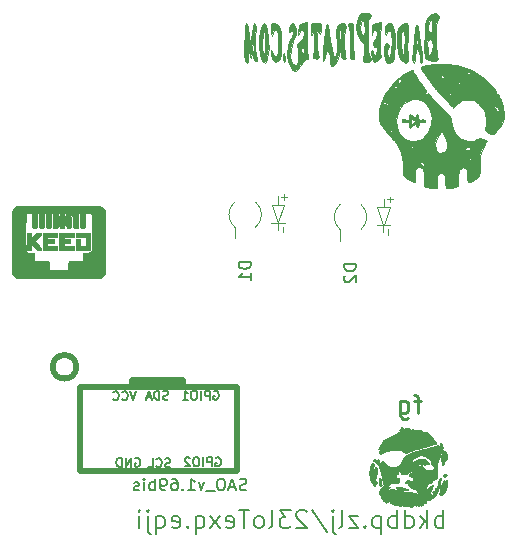
<source format=gbr>
G04 #@! TF.GenerationSoftware,KiCad,Pcbnew,(5.1.10)-1*
G04 #@! TF.CreationDate,2021-09-01T23:04:41-05:00*
G04 #@! TF.ProjectId,Bsides-KC-2021-SAO-Volunteer,42736964-6573-42d4-9b43-2d323032312d,rev?*
G04 #@! TF.SameCoordinates,Original*
G04 #@! TF.FileFunction,Legend,Bot*
G04 #@! TF.FilePolarity,Positive*
%FSLAX46Y46*%
G04 Gerber Fmt 4.6, Leading zero omitted, Abs format (unit mm)*
G04 Created by KiCad (PCBNEW (5.1.10)-1) date 2021-09-01 23:04:41*
%MOMM*%
%LPD*%
G01*
G04 APERTURE LIST*
%ADD10C,0.150000*%
%ADD11C,0.120000*%
%ADD12C,0.010000*%
%ADD13C,0.500000*%
%ADD14C,0.250000*%
G04 APERTURE END LIST*
D10*
X120407142Y-100478571D02*
X120407142Y-98978571D01*
X120407142Y-99550000D02*
X120264285Y-99478571D01*
X119978571Y-99478571D01*
X119835714Y-99550000D01*
X119764285Y-99621428D01*
X119692857Y-99764285D01*
X119692857Y-100192857D01*
X119764285Y-100335714D01*
X119835714Y-100407142D01*
X119978571Y-100478571D01*
X120264285Y-100478571D01*
X120407142Y-100407142D01*
X119050000Y-100478571D02*
X119050000Y-98978571D01*
X118907142Y-99907142D02*
X118478571Y-100478571D01*
X118478571Y-99478571D02*
X119050000Y-100050000D01*
X117192857Y-100478571D02*
X117192857Y-98978571D01*
X117192857Y-100407142D02*
X117335714Y-100478571D01*
X117621428Y-100478571D01*
X117764285Y-100407142D01*
X117835714Y-100335714D01*
X117907142Y-100192857D01*
X117907142Y-99764285D01*
X117835714Y-99621428D01*
X117764285Y-99550000D01*
X117621428Y-99478571D01*
X117335714Y-99478571D01*
X117192857Y-99550000D01*
X116478571Y-100478571D02*
X116478571Y-98978571D01*
X116478571Y-99550000D02*
X116335714Y-99478571D01*
X116050000Y-99478571D01*
X115907142Y-99550000D01*
X115835714Y-99621428D01*
X115764285Y-99764285D01*
X115764285Y-100192857D01*
X115835714Y-100335714D01*
X115907142Y-100407142D01*
X116050000Y-100478571D01*
X116335714Y-100478571D01*
X116478571Y-100407142D01*
X115121428Y-99478571D02*
X115121428Y-100978571D01*
X115121428Y-99550000D02*
X114978571Y-99478571D01*
X114692857Y-99478571D01*
X114550000Y-99550000D01*
X114478571Y-99621428D01*
X114407142Y-99764285D01*
X114407142Y-100192857D01*
X114478571Y-100335714D01*
X114550000Y-100407142D01*
X114692857Y-100478571D01*
X114978571Y-100478571D01*
X115121428Y-100407142D01*
X113764285Y-100335714D02*
X113692857Y-100407142D01*
X113764285Y-100478571D01*
X113835714Y-100407142D01*
X113764285Y-100335714D01*
X113764285Y-100478571D01*
X113192857Y-99478571D02*
X112407142Y-99478571D01*
X113192857Y-100478571D01*
X112407142Y-100478571D01*
X111621428Y-100478571D02*
X111764285Y-100407142D01*
X111835714Y-100264285D01*
X111835714Y-98978571D01*
X111050000Y-99478571D02*
X111050000Y-100764285D01*
X111121428Y-100907142D01*
X111264285Y-100978571D01*
X111335714Y-100978571D01*
X111050000Y-98978571D02*
X111121428Y-99050000D01*
X111050000Y-99121428D01*
X110978571Y-99050000D01*
X111050000Y-98978571D01*
X111050000Y-99121428D01*
X109264285Y-98907142D02*
X110550000Y-100835714D01*
X108835714Y-99121428D02*
X108764285Y-99050000D01*
X108621428Y-98978571D01*
X108264285Y-98978571D01*
X108121428Y-99050000D01*
X108050000Y-99121428D01*
X107978571Y-99264285D01*
X107978571Y-99407142D01*
X108050000Y-99621428D01*
X108907142Y-100478571D01*
X107978571Y-100478571D01*
X107478571Y-98978571D02*
X106550000Y-98978571D01*
X107050000Y-99550000D01*
X106835714Y-99550000D01*
X106692857Y-99621428D01*
X106621428Y-99692857D01*
X106550000Y-99835714D01*
X106550000Y-100192857D01*
X106621428Y-100335714D01*
X106692857Y-100407142D01*
X106835714Y-100478571D01*
X107264285Y-100478571D01*
X107407142Y-100407142D01*
X107478571Y-100335714D01*
X105692857Y-100478571D02*
X105835714Y-100407142D01*
X105907142Y-100264285D01*
X105907142Y-98978571D01*
X104907142Y-100478571D02*
X105050000Y-100407142D01*
X105121428Y-100335714D01*
X105192857Y-100192857D01*
X105192857Y-99764285D01*
X105121428Y-99621428D01*
X105050000Y-99550000D01*
X104907142Y-99478571D01*
X104692857Y-99478571D01*
X104550000Y-99550000D01*
X104478571Y-99621428D01*
X104407142Y-99764285D01*
X104407142Y-100192857D01*
X104478571Y-100335714D01*
X104550000Y-100407142D01*
X104692857Y-100478571D01*
X104907142Y-100478571D01*
X103978571Y-98978571D02*
X103121428Y-98978571D01*
X103550000Y-100478571D02*
X103550000Y-98978571D01*
X102050000Y-100407142D02*
X102192857Y-100478571D01*
X102478571Y-100478571D01*
X102621428Y-100407142D01*
X102692857Y-100264285D01*
X102692857Y-99692857D01*
X102621428Y-99550000D01*
X102478571Y-99478571D01*
X102192857Y-99478571D01*
X102050000Y-99550000D01*
X101978571Y-99692857D01*
X101978571Y-99835714D01*
X102692857Y-99978571D01*
X101478571Y-100478571D02*
X100692857Y-99478571D01*
X101478571Y-99478571D02*
X100692857Y-100478571D01*
X99478571Y-99478571D02*
X99478571Y-100978571D01*
X99478571Y-100407142D02*
X99621428Y-100478571D01*
X99907142Y-100478571D01*
X100050000Y-100407142D01*
X100121428Y-100335714D01*
X100192857Y-100192857D01*
X100192857Y-99764285D01*
X100121428Y-99621428D01*
X100050000Y-99550000D01*
X99907142Y-99478571D01*
X99621428Y-99478571D01*
X99478571Y-99550000D01*
X98764285Y-100335714D02*
X98692857Y-100407142D01*
X98764285Y-100478571D01*
X98835714Y-100407142D01*
X98764285Y-100335714D01*
X98764285Y-100478571D01*
X97478571Y-100407142D02*
X97621428Y-100478571D01*
X97907142Y-100478571D01*
X98050000Y-100407142D01*
X98121428Y-100264285D01*
X98121428Y-99692857D01*
X98050000Y-99550000D01*
X97907142Y-99478571D01*
X97621428Y-99478571D01*
X97478571Y-99550000D01*
X97407142Y-99692857D01*
X97407142Y-99835714D01*
X98121428Y-99978571D01*
X96121428Y-99478571D02*
X96121428Y-100978571D01*
X96121428Y-100407142D02*
X96264285Y-100478571D01*
X96550000Y-100478571D01*
X96692857Y-100407142D01*
X96764285Y-100335714D01*
X96835714Y-100192857D01*
X96835714Y-99764285D01*
X96764285Y-99621428D01*
X96692857Y-99550000D01*
X96550000Y-99478571D01*
X96264285Y-99478571D01*
X96121428Y-99550000D01*
X95407142Y-99478571D02*
X95407142Y-100764285D01*
X95478571Y-100907142D01*
X95621428Y-100978571D01*
X95692857Y-100978571D01*
X95407142Y-98978571D02*
X95478571Y-99050000D01*
X95407142Y-99121428D01*
X95335714Y-99050000D01*
X95407142Y-98978571D01*
X95407142Y-99121428D01*
X94692857Y-100478571D02*
X94692857Y-99478571D01*
X94692857Y-98978571D02*
X94764285Y-99050000D01*
X94692857Y-99121428D01*
X94621428Y-99050000D01*
X94692857Y-98978571D01*
X94692857Y-99121428D01*
D11*
G04 #@! TO.C,D2*
X115355340Y-73296780D02*
X115355340Y-72585580D01*
X115329940Y-74820780D02*
X115329940Y-75430380D01*
X115939540Y-74820780D02*
X114771140Y-74820780D01*
X116117340Y-72636380D02*
X115609340Y-72636380D01*
X115863340Y-72890380D02*
X115863340Y-72407780D01*
X115329940Y-74820780D02*
X114821940Y-73322180D01*
X115888740Y-73322180D02*
X115355340Y-74795380D01*
X114821940Y-73322180D02*
X115888740Y-73322180D01*
X111661340Y-76134980D02*
X111661340Y-75184980D01*
X115763340Y-75633580D02*
X115763340Y-75150980D01*
X111683575Y-73066322D02*
G75*
G03*
X111661340Y-75184980I877765J-1068658D01*
G01*
X113439105Y-75203638D02*
G75*
G03*
X113461340Y-73084980I-877765J1068658D01*
G01*
G04 #@! TO.C,D1*
X106433620Y-73096120D02*
X106433620Y-72384920D01*
X106408220Y-74620120D02*
X106408220Y-75229720D01*
X107017820Y-74620120D02*
X105849420Y-74620120D01*
X107195620Y-72435720D02*
X106687620Y-72435720D01*
X106941620Y-72689720D02*
X106941620Y-72207120D01*
X106408220Y-74620120D02*
X105900220Y-73121520D01*
X106967020Y-73121520D02*
X106433620Y-74594720D01*
X105900220Y-73121520D02*
X106967020Y-73121520D01*
X102739620Y-75934320D02*
X102739620Y-74984320D01*
X106841620Y-75432920D02*
X106841620Y-74950320D01*
X102761855Y-72865662D02*
G75*
G03*
X102739620Y-74984320I877765J-1068658D01*
G01*
X104517385Y-75002978D02*
G75*
G03*
X104539620Y-72884320I-877765J1068658D01*
G01*
D12*
G04 #@! TO.C,G\u002A\u002A\u002A*
G36*
X118540983Y-95125947D02*
G01*
X118535050Y-95150800D01*
X118542031Y-95176962D01*
X118563682Y-95186615D01*
X118590472Y-95182002D01*
X118599966Y-95170740D01*
X118602793Y-95139299D01*
X118587578Y-95118793D01*
X118563682Y-95114984D01*
X118540983Y-95125947D01*
G37*
X118540983Y-95125947D02*
X118535050Y-95150800D01*
X118542031Y-95176962D01*
X118563682Y-95186615D01*
X118590472Y-95182002D01*
X118599966Y-95170740D01*
X118602793Y-95139299D01*
X118587578Y-95118793D01*
X118563682Y-95114984D01*
X118540983Y-95125947D01*
G36*
X116555086Y-97012317D02*
G01*
X116487105Y-97016819D01*
X116436756Y-97025492D01*
X116417325Y-97032585D01*
X116396474Y-97050864D01*
X116399237Y-97071275D01*
X116423965Y-97093319D01*
X116469008Y-97116495D01*
X116532718Y-97140301D01*
X116613445Y-97164239D01*
X116709540Y-97187807D01*
X116819354Y-97210504D01*
X116941237Y-97231831D01*
X117073541Y-97251286D01*
X117182500Y-97264794D01*
X117273781Y-97274707D01*
X117342908Y-97280881D01*
X117392842Y-97283366D01*
X117426544Y-97282212D01*
X117446976Y-97277470D01*
X117456944Y-97269446D01*
X117455019Y-97250368D01*
X117432446Y-97225388D01*
X117392743Y-97196413D01*
X117339433Y-97165351D01*
X117276034Y-97134107D01*
X117206068Y-97104591D01*
X117133054Y-97078708D01*
X117072994Y-97061436D01*
X116996814Y-97045209D01*
X116910383Y-97031925D01*
X116818347Y-97021789D01*
X116725354Y-97015006D01*
X116636051Y-97011781D01*
X116555086Y-97012317D01*
G37*
X116555086Y-97012317D02*
X116487105Y-97016819D01*
X116436756Y-97025492D01*
X116417325Y-97032585D01*
X116396474Y-97050864D01*
X116399237Y-97071275D01*
X116423965Y-97093319D01*
X116469008Y-97116495D01*
X116532718Y-97140301D01*
X116613445Y-97164239D01*
X116709540Y-97187807D01*
X116819354Y-97210504D01*
X116941237Y-97231831D01*
X117073541Y-97251286D01*
X117182500Y-97264794D01*
X117273781Y-97274707D01*
X117342908Y-97280881D01*
X117392842Y-97283366D01*
X117426544Y-97282212D01*
X117446976Y-97277470D01*
X117456944Y-97269446D01*
X117455019Y-97250368D01*
X117432446Y-97225388D01*
X117392743Y-97196413D01*
X117339433Y-97165351D01*
X117276034Y-97134107D01*
X117206068Y-97104591D01*
X117133054Y-97078708D01*
X117072994Y-97061436D01*
X116996814Y-97045209D01*
X116910383Y-97031925D01*
X116818347Y-97021789D01*
X116725354Y-97015006D01*
X116636051Y-97011781D01*
X116555086Y-97012317D01*
G36*
X116874832Y-91947436D02*
G01*
X116835105Y-91973378D01*
X116791881Y-92010620D01*
X116749784Y-92054258D01*
X116713439Y-92099389D01*
X116687472Y-92141107D01*
X116676507Y-92174510D01*
X116676696Y-92181312D01*
X116687425Y-92206079D01*
X116711171Y-92212024D01*
X116749898Y-92199363D01*
X116766265Y-92191158D01*
X116801212Y-92168634D01*
X116842459Y-92136198D01*
X116885277Y-92098373D01*
X116924933Y-92059682D01*
X116956698Y-92024647D01*
X116975841Y-91997792D01*
X116979300Y-91987490D01*
X116967985Y-91962356D01*
X116939531Y-91943917D01*
X116906437Y-91937700D01*
X116874832Y-91947436D01*
G37*
X116874832Y-91947436D02*
X116835105Y-91973378D01*
X116791881Y-92010620D01*
X116749784Y-92054258D01*
X116713439Y-92099389D01*
X116687472Y-92141107D01*
X116676507Y-92174510D01*
X116676696Y-92181312D01*
X116687425Y-92206079D01*
X116711171Y-92212024D01*
X116749898Y-92199363D01*
X116766265Y-92191158D01*
X116801212Y-92168634D01*
X116842459Y-92136198D01*
X116885277Y-92098373D01*
X116924933Y-92059682D01*
X116956698Y-92024647D01*
X116975841Y-91997792D01*
X116979300Y-91987490D01*
X116967985Y-91962356D01*
X116939531Y-91943917D01*
X116906437Y-91937700D01*
X116874832Y-91947436D01*
G36*
X117260791Y-91977771D02*
G01*
X117236300Y-91984226D01*
X117209159Y-91996966D01*
X117175178Y-92017730D01*
X117130162Y-92048256D01*
X117069920Y-92090281D01*
X117038571Y-92112126D01*
X116998882Y-92137852D01*
X116941475Y-92172545D01*
X116871155Y-92213428D01*
X116792726Y-92257727D01*
X116710992Y-92302664D01*
X116678543Y-92320146D01*
X116586166Y-92369853D01*
X116485085Y-92424669D01*
X116382891Y-92480449D01*
X116287177Y-92533050D01*
X116205533Y-92578324D01*
X116198250Y-92582393D01*
X116063951Y-92656601D01*
X115933148Y-92727204D01*
X115809259Y-92792434D01*
X115695703Y-92850526D01*
X115595899Y-92899712D01*
X115513264Y-92938227D01*
X115488982Y-92948880D01*
X115431569Y-92976371D01*
X115375849Y-93007858D01*
X115331182Y-93037899D01*
X115319541Y-93047374D01*
X115287148Y-93077966D01*
X115271271Y-93100416D01*
X115267927Y-93121581D01*
X115269618Y-93133364D01*
X115270473Y-93155663D01*
X115261893Y-93180168D01*
X115241047Y-93212691D01*
X115213355Y-93248733D01*
X115145918Y-93336822D01*
X115095723Y-93410537D01*
X115061167Y-93472536D01*
X115040648Y-93525476D01*
X115036576Y-93541923D01*
X115021891Y-93592318D01*
X115001043Y-93642089D01*
X114992092Y-93658550D01*
X114960406Y-93711375D01*
X114940233Y-93746920D01*
X114929790Y-93769541D01*
X114927290Y-93783599D01*
X114930949Y-93793452D01*
X114934792Y-93798480D01*
X114955944Y-93810384D01*
X114990850Y-93818598D01*
X115002265Y-93819793D01*
X115035823Y-93823914D01*
X115050731Y-93832829D01*
X115053738Y-93851224D01*
X115053564Y-93855400D01*
X115047856Y-93881808D01*
X115034236Y-93923351D01*
X115015373Y-93972072D01*
X115010452Y-93983742D01*
X114986339Y-94047390D01*
X114977148Y-94094640D01*
X114983269Y-94129923D01*
X115005087Y-94157671D01*
X115027016Y-94173246D01*
X115073103Y-94194003D01*
X115115315Y-94193799D01*
X115156850Y-94176709D01*
X115187994Y-94157661D01*
X115228723Y-94129905D01*
X115259174Y-94107693D01*
X115353350Y-94048170D01*
X115468615Y-93994327D01*
X115601145Y-93946885D01*
X115747116Y-93906566D01*
X115902707Y-93874091D01*
X116064093Y-93850181D01*
X116227452Y-93835559D01*
X116388960Y-93830945D01*
X116544794Y-93837062D01*
X116640359Y-93847018D01*
X116736017Y-93862488D01*
X116813006Y-93882228D01*
X116878009Y-93908988D01*
X116937712Y-93945512D01*
X116998350Y-93994158D01*
X117052650Y-94039986D01*
X117095394Y-94070254D01*
X117132715Y-94087630D01*
X117170744Y-94094783D01*
X117215612Y-94094383D01*
X117226727Y-94093569D01*
X117265279Y-94088043D01*
X117310771Y-94076407D01*
X117367320Y-94057291D01*
X117439043Y-94029326D01*
X117513288Y-93998313D01*
X117585110Y-93968181D01*
X117655142Y-93939920D01*
X117725508Y-93912881D01*
X117798334Y-93886416D01*
X117875745Y-93859877D01*
X117959867Y-93832616D01*
X118052826Y-93803986D01*
X118156745Y-93773337D01*
X118273752Y-93740021D01*
X118405972Y-93703392D01*
X118555529Y-93662800D01*
X118724550Y-93617598D01*
X118915160Y-93567137D01*
X119004950Y-93543487D01*
X119159646Y-93502201D01*
X119301954Y-93463046D01*
X119430308Y-93426507D01*
X119543138Y-93393071D01*
X119638876Y-93363226D01*
X119715953Y-93337458D01*
X119772801Y-93316254D01*
X119807851Y-93300101D01*
X119819319Y-93290741D01*
X119817689Y-93262554D01*
X119798143Y-93218361D01*
X119761483Y-93159320D01*
X119708514Y-93086593D01*
X119640040Y-93001338D01*
X119556866Y-92904715D01*
X119533480Y-92878485D01*
X119479174Y-92816606D01*
X119422902Y-92750163D01*
X119370705Y-92686427D01*
X119328624Y-92632674D01*
X119322379Y-92624335D01*
X119274497Y-92563484D01*
X119230267Y-92517059D01*
X119181419Y-92477060D01*
X119142258Y-92450046D01*
X119085186Y-92412889D01*
X119043815Y-92387602D01*
X119012749Y-92371909D01*
X118986593Y-92363534D01*
X118959950Y-92360202D01*
X118927909Y-92359637D01*
X118904083Y-92358973D01*
X118880548Y-92356080D01*
X118853824Y-92349716D01*
X118820431Y-92338639D01*
X118776888Y-92321607D01*
X118719713Y-92297378D01*
X118645427Y-92264710D01*
X118579500Y-92235315D01*
X118532630Y-92215061D01*
X118493864Y-92200970D01*
X118456004Y-92191521D01*
X118411850Y-92185193D01*
X118354206Y-92180467D01*
X118305926Y-92177523D01*
X118229932Y-92172102D01*
X118150189Y-92164665D01*
X118076870Y-92156251D01*
X118026526Y-92148994D01*
X117924954Y-92132949D01*
X117844468Y-92122963D01*
X117781387Y-92119456D01*
X117732030Y-92122849D01*
X117692717Y-92133562D01*
X117659766Y-92152016D01*
X117629498Y-92178631D01*
X117613270Y-92196206D01*
X117576204Y-92231770D01*
X117532599Y-92263755D01*
X117486925Y-92290199D01*
X117443657Y-92309142D01*
X117407265Y-92318623D01*
X117382222Y-92316681D01*
X117373000Y-92301555D01*
X117381849Y-92275584D01*
X117404286Y-92241092D01*
X117434148Y-92205527D01*
X117465273Y-92176339D01*
X117488510Y-92161955D01*
X117518175Y-92142514D01*
X117525400Y-92120424D01*
X117533166Y-92095237D01*
X117544450Y-92085507D01*
X117560206Y-92068263D01*
X117563500Y-92052724D01*
X117551282Y-92024179D01*
X117514805Y-92002341D01*
X117454334Y-91987306D01*
X117370136Y-91979171D01*
X117360300Y-91978736D01*
X117318599Y-91976764D01*
X117286827Y-91975863D01*
X117260791Y-91977771D01*
G37*
X117260791Y-91977771D02*
X117236300Y-91984226D01*
X117209159Y-91996966D01*
X117175178Y-92017730D01*
X117130162Y-92048256D01*
X117069920Y-92090281D01*
X117038571Y-92112126D01*
X116998882Y-92137852D01*
X116941475Y-92172545D01*
X116871155Y-92213428D01*
X116792726Y-92257727D01*
X116710992Y-92302664D01*
X116678543Y-92320146D01*
X116586166Y-92369853D01*
X116485085Y-92424669D01*
X116382891Y-92480449D01*
X116287177Y-92533050D01*
X116205533Y-92578324D01*
X116198250Y-92582393D01*
X116063951Y-92656601D01*
X115933148Y-92727204D01*
X115809259Y-92792434D01*
X115695703Y-92850526D01*
X115595899Y-92899712D01*
X115513264Y-92938227D01*
X115488982Y-92948880D01*
X115431569Y-92976371D01*
X115375849Y-93007858D01*
X115331182Y-93037899D01*
X115319541Y-93047374D01*
X115287148Y-93077966D01*
X115271271Y-93100416D01*
X115267927Y-93121581D01*
X115269618Y-93133364D01*
X115270473Y-93155663D01*
X115261893Y-93180168D01*
X115241047Y-93212691D01*
X115213355Y-93248733D01*
X115145918Y-93336822D01*
X115095723Y-93410537D01*
X115061167Y-93472536D01*
X115040648Y-93525476D01*
X115036576Y-93541923D01*
X115021891Y-93592318D01*
X115001043Y-93642089D01*
X114992092Y-93658550D01*
X114960406Y-93711375D01*
X114940233Y-93746920D01*
X114929790Y-93769541D01*
X114927290Y-93783599D01*
X114930949Y-93793452D01*
X114934792Y-93798480D01*
X114955944Y-93810384D01*
X114990850Y-93818598D01*
X115002265Y-93819793D01*
X115035823Y-93823914D01*
X115050731Y-93832829D01*
X115053738Y-93851224D01*
X115053564Y-93855400D01*
X115047856Y-93881808D01*
X115034236Y-93923351D01*
X115015373Y-93972072D01*
X115010452Y-93983742D01*
X114986339Y-94047390D01*
X114977148Y-94094640D01*
X114983269Y-94129923D01*
X115005087Y-94157671D01*
X115027016Y-94173246D01*
X115073103Y-94194003D01*
X115115315Y-94193799D01*
X115156850Y-94176709D01*
X115187994Y-94157661D01*
X115228723Y-94129905D01*
X115259174Y-94107693D01*
X115353350Y-94048170D01*
X115468615Y-93994327D01*
X115601145Y-93946885D01*
X115747116Y-93906566D01*
X115902707Y-93874091D01*
X116064093Y-93850181D01*
X116227452Y-93835559D01*
X116388960Y-93830945D01*
X116544794Y-93837062D01*
X116640359Y-93847018D01*
X116736017Y-93862488D01*
X116813006Y-93882228D01*
X116878009Y-93908988D01*
X116937712Y-93945512D01*
X116998350Y-93994158D01*
X117052650Y-94039986D01*
X117095394Y-94070254D01*
X117132715Y-94087630D01*
X117170744Y-94094783D01*
X117215612Y-94094383D01*
X117226727Y-94093569D01*
X117265279Y-94088043D01*
X117310771Y-94076407D01*
X117367320Y-94057291D01*
X117439043Y-94029326D01*
X117513288Y-93998313D01*
X117585110Y-93968181D01*
X117655142Y-93939920D01*
X117725508Y-93912881D01*
X117798334Y-93886416D01*
X117875745Y-93859877D01*
X117959867Y-93832616D01*
X118052826Y-93803986D01*
X118156745Y-93773337D01*
X118273752Y-93740021D01*
X118405972Y-93703392D01*
X118555529Y-93662800D01*
X118724550Y-93617598D01*
X118915160Y-93567137D01*
X119004950Y-93543487D01*
X119159646Y-93502201D01*
X119301954Y-93463046D01*
X119430308Y-93426507D01*
X119543138Y-93393071D01*
X119638876Y-93363226D01*
X119715953Y-93337458D01*
X119772801Y-93316254D01*
X119807851Y-93300101D01*
X119819319Y-93290741D01*
X119817689Y-93262554D01*
X119798143Y-93218361D01*
X119761483Y-93159320D01*
X119708514Y-93086593D01*
X119640040Y-93001338D01*
X119556866Y-92904715D01*
X119533480Y-92878485D01*
X119479174Y-92816606D01*
X119422902Y-92750163D01*
X119370705Y-92686427D01*
X119328624Y-92632674D01*
X119322379Y-92624335D01*
X119274497Y-92563484D01*
X119230267Y-92517059D01*
X119181419Y-92477060D01*
X119142258Y-92450046D01*
X119085186Y-92412889D01*
X119043815Y-92387602D01*
X119012749Y-92371909D01*
X118986593Y-92363534D01*
X118959950Y-92360202D01*
X118927909Y-92359637D01*
X118904083Y-92358973D01*
X118880548Y-92356080D01*
X118853824Y-92349716D01*
X118820431Y-92338639D01*
X118776888Y-92321607D01*
X118719713Y-92297378D01*
X118645427Y-92264710D01*
X118579500Y-92235315D01*
X118532630Y-92215061D01*
X118493864Y-92200970D01*
X118456004Y-92191521D01*
X118411850Y-92185193D01*
X118354206Y-92180467D01*
X118305926Y-92177523D01*
X118229932Y-92172102D01*
X118150189Y-92164665D01*
X118076870Y-92156251D01*
X118026526Y-92148994D01*
X117924954Y-92132949D01*
X117844468Y-92122963D01*
X117781387Y-92119456D01*
X117732030Y-92122849D01*
X117692717Y-92133562D01*
X117659766Y-92152016D01*
X117629498Y-92178631D01*
X117613270Y-92196206D01*
X117576204Y-92231770D01*
X117532599Y-92263755D01*
X117486925Y-92290199D01*
X117443657Y-92309142D01*
X117407265Y-92318623D01*
X117382222Y-92316681D01*
X117373000Y-92301555D01*
X117381849Y-92275584D01*
X117404286Y-92241092D01*
X117434148Y-92205527D01*
X117465273Y-92176339D01*
X117488510Y-92161955D01*
X117518175Y-92142514D01*
X117525400Y-92120424D01*
X117533166Y-92095237D01*
X117544450Y-92085507D01*
X117560206Y-92068263D01*
X117563500Y-92052724D01*
X117551282Y-92024179D01*
X117514805Y-92002341D01*
X117454334Y-91987306D01*
X117370136Y-91979171D01*
X117360300Y-91978736D01*
X117318599Y-91976764D01*
X117286827Y-91975863D01*
X117260791Y-91977771D01*
G36*
X114541078Y-94654680D02*
G01*
X114516812Y-94680020D01*
X114509608Y-94690198D01*
X114484308Y-94735448D01*
X114478322Y-94771351D01*
X114493095Y-94800337D01*
X114530075Y-94824838D01*
X114590706Y-94847283D01*
X114605695Y-94851710D01*
X114651299Y-94867754D01*
X114687623Y-94889285D01*
X114719880Y-94921115D01*
X114753281Y-94968056D01*
X114780456Y-95013033D01*
X114812640Y-95062969D01*
X114838894Y-95090090D01*
X114861480Y-95095623D01*
X114882660Y-95080797D01*
X114889390Y-95072123D01*
X114911356Y-95029825D01*
X114932014Y-94970359D01*
X114949241Y-94901941D01*
X114960915Y-94832791D01*
X114964878Y-94779954D01*
X114964558Y-94731128D01*
X114960583Y-94700888D01*
X114951450Y-94682509D01*
X114940950Y-94672930D01*
X114911354Y-94661187D01*
X114890150Y-94661835D01*
X114821348Y-94675046D01*
X114747606Y-94677518D01*
X114680731Y-94669166D01*
X114660610Y-94663494D01*
X114606612Y-94647543D01*
X114568889Y-94644230D01*
X114541078Y-94654680D01*
G37*
X114541078Y-94654680D02*
X114516812Y-94680020D01*
X114509608Y-94690198D01*
X114484308Y-94735448D01*
X114478322Y-94771351D01*
X114493095Y-94800337D01*
X114530075Y-94824838D01*
X114590706Y-94847283D01*
X114605695Y-94851710D01*
X114651299Y-94867754D01*
X114687623Y-94889285D01*
X114719880Y-94921115D01*
X114753281Y-94968056D01*
X114780456Y-95013033D01*
X114812640Y-95062969D01*
X114838894Y-95090090D01*
X114861480Y-95095623D01*
X114882660Y-95080797D01*
X114889390Y-95072123D01*
X114911356Y-95029825D01*
X114932014Y-94970359D01*
X114949241Y-94901941D01*
X114960915Y-94832791D01*
X114964878Y-94779954D01*
X114964558Y-94731128D01*
X114960583Y-94700888D01*
X114951450Y-94682509D01*
X114940950Y-94672930D01*
X114911354Y-94661187D01*
X114890150Y-94661835D01*
X114821348Y-94675046D01*
X114747606Y-94677518D01*
X114680731Y-94669166D01*
X114660610Y-94663494D01*
X114606612Y-94647543D01*
X114568889Y-94644230D01*
X114541078Y-94654680D01*
G36*
X120548997Y-95909841D02*
G01*
X120498307Y-95935326D01*
X120452019Y-95970947D01*
X120421456Y-96007312D01*
X120404791Y-96037437D01*
X120401624Y-96058721D01*
X120410793Y-96083066D01*
X120413531Y-96088435D01*
X120440220Y-96124410D01*
X120474514Y-96139861D01*
X120519824Y-96135439D01*
X120567050Y-96117684D01*
X120620856Y-96088029D01*
X120664119Y-96054363D01*
X120692121Y-96020992D01*
X120700400Y-95995952D01*
X120689276Y-95961192D01*
X120661259Y-95928860D01*
X120624385Y-95906265D01*
X120595009Y-95900100D01*
X120548997Y-95909841D01*
G37*
X120548997Y-95909841D02*
X120498307Y-95935326D01*
X120452019Y-95970947D01*
X120421456Y-96007312D01*
X120404791Y-96037437D01*
X120401624Y-96058721D01*
X120410793Y-96083066D01*
X120413531Y-96088435D01*
X120440220Y-96124410D01*
X120474514Y-96139861D01*
X120519824Y-96135439D01*
X120567050Y-96117684D01*
X120620856Y-96088029D01*
X120664119Y-96054363D01*
X120692121Y-96020992D01*
X120700400Y-95995952D01*
X120689276Y-95961192D01*
X120661259Y-95928860D01*
X120624385Y-95906265D01*
X120595009Y-95900100D01*
X120548997Y-95909841D01*
G36*
X114376465Y-94933900D02*
G01*
X114351868Y-94966704D01*
X114323877Y-95017170D01*
X114294055Y-95081853D01*
X114263967Y-95157309D01*
X114235175Y-95240096D01*
X114209245Y-95326768D01*
X114204726Y-95343559D01*
X114168617Y-95527521D01*
X114154215Y-95720553D01*
X114161252Y-95918985D01*
X114189460Y-96119150D01*
X114238572Y-96317377D01*
X114285761Y-96454354D01*
X114320981Y-96535703D01*
X114362345Y-96615594D01*
X114407415Y-96690651D01*
X114453758Y-96757494D01*
X114498937Y-96812746D01*
X114540517Y-96853029D01*
X114576062Y-96874965D01*
X114591216Y-96878000D01*
X114616876Y-96870472D01*
X114645148Y-96853243D01*
X114674378Y-96823820D01*
X114707534Y-96781064D01*
X114739108Y-96733229D01*
X114763593Y-96688568D01*
X114774802Y-96658908D01*
X114776166Y-96634250D01*
X114765748Y-96609329D01*
X114740105Y-96576595D01*
X114734251Y-96570008D01*
X114681647Y-96509900D01*
X114645561Y-96463114D01*
X114624575Y-96424987D01*
X114617270Y-96390857D01*
X114622226Y-96356062D01*
X114638025Y-96315941D01*
X114649678Y-96292167D01*
X114667548Y-96249420D01*
X114686533Y-96192046D01*
X114703300Y-96130429D01*
X114707623Y-96111648D01*
X114721831Y-96052706D01*
X114737701Y-95996406D01*
X114752493Y-95952208D01*
X114757002Y-95941135D01*
X114779761Y-95872831D01*
X114796255Y-95789341D01*
X114806006Y-95698287D01*
X114808539Y-95607289D01*
X114803377Y-95523968D01*
X114790042Y-95455944D01*
X114787802Y-95448971D01*
X114769255Y-95402615D01*
X114746171Y-95356443D01*
X114722075Y-95316333D01*
X114700489Y-95288162D01*
X114685184Y-95277800D01*
X114661694Y-95289193D01*
X114632177Y-95320821D01*
X114598739Y-95368855D01*
X114563487Y-95429467D01*
X114528525Y-95498829D01*
X114495961Y-95573112D01*
X114467900Y-95648489D01*
X114451131Y-95703239D01*
X114430973Y-95820713D01*
X114434414Y-95941625D01*
X114461545Y-96068611D01*
X114464366Y-96077900D01*
X114482014Y-96140186D01*
X114489465Y-96182004D01*
X114486664Y-96206172D01*
X114473553Y-96215511D01*
X114461644Y-96215308D01*
X114437930Y-96204685D01*
X114419208Y-96178559D01*
X114404422Y-96134183D01*
X114392518Y-96068805D01*
X114386419Y-96019262D01*
X114379289Y-95838084D01*
X114396471Y-95651299D01*
X114437795Y-95460084D01*
X114488686Y-95303200D01*
X114508258Y-95226248D01*
X114514579Y-95143030D01*
X114506974Y-95065567D01*
X114502994Y-95049144D01*
X114486895Y-95012247D01*
X114461477Y-94974576D01*
X114432541Y-94943020D01*
X114405889Y-94924469D01*
X114396102Y-94922200D01*
X114376465Y-94933900D01*
G37*
X114376465Y-94933900D02*
X114351868Y-94966704D01*
X114323877Y-95017170D01*
X114294055Y-95081853D01*
X114263967Y-95157309D01*
X114235175Y-95240096D01*
X114209245Y-95326768D01*
X114204726Y-95343559D01*
X114168617Y-95527521D01*
X114154215Y-95720553D01*
X114161252Y-95918985D01*
X114189460Y-96119150D01*
X114238572Y-96317377D01*
X114285761Y-96454354D01*
X114320981Y-96535703D01*
X114362345Y-96615594D01*
X114407415Y-96690651D01*
X114453758Y-96757494D01*
X114498937Y-96812746D01*
X114540517Y-96853029D01*
X114576062Y-96874965D01*
X114591216Y-96878000D01*
X114616876Y-96870472D01*
X114645148Y-96853243D01*
X114674378Y-96823820D01*
X114707534Y-96781064D01*
X114739108Y-96733229D01*
X114763593Y-96688568D01*
X114774802Y-96658908D01*
X114776166Y-96634250D01*
X114765748Y-96609329D01*
X114740105Y-96576595D01*
X114734251Y-96570008D01*
X114681647Y-96509900D01*
X114645561Y-96463114D01*
X114624575Y-96424987D01*
X114617270Y-96390857D01*
X114622226Y-96356062D01*
X114638025Y-96315941D01*
X114649678Y-96292167D01*
X114667548Y-96249420D01*
X114686533Y-96192046D01*
X114703300Y-96130429D01*
X114707623Y-96111648D01*
X114721831Y-96052706D01*
X114737701Y-95996406D01*
X114752493Y-95952208D01*
X114757002Y-95941135D01*
X114779761Y-95872831D01*
X114796255Y-95789341D01*
X114806006Y-95698287D01*
X114808539Y-95607289D01*
X114803377Y-95523968D01*
X114790042Y-95455944D01*
X114787802Y-95448971D01*
X114769255Y-95402615D01*
X114746171Y-95356443D01*
X114722075Y-95316333D01*
X114700489Y-95288162D01*
X114685184Y-95277800D01*
X114661694Y-95289193D01*
X114632177Y-95320821D01*
X114598739Y-95368855D01*
X114563487Y-95429467D01*
X114528525Y-95498829D01*
X114495961Y-95573112D01*
X114467900Y-95648489D01*
X114451131Y-95703239D01*
X114430973Y-95820713D01*
X114434414Y-95941625D01*
X114461545Y-96068611D01*
X114464366Y-96077900D01*
X114482014Y-96140186D01*
X114489465Y-96182004D01*
X114486664Y-96206172D01*
X114473553Y-96215511D01*
X114461644Y-96215308D01*
X114437930Y-96204685D01*
X114419208Y-96178559D01*
X114404422Y-96134183D01*
X114392518Y-96068805D01*
X114386419Y-96019262D01*
X114379289Y-95838084D01*
X114396471Y-95651299D01*
X114437795Y-95460084D01*
X114488686Y-95303200D01*
X114508258Y-95226248D01*
X114514579Y-95143030D01*
X114506974Y-95065567D01*
X114502994Y-95049144D01*
X114486895Y-95012247D01*
X114461477Y-94974576D01*
X114432541Y-94943020D01*
X114405889Y-94924469D01*
X114396102Y-94922200D01*
X114376465Y-94933900D01*
G36*
X115030307Y-96229349D02*
G01*
X115012063Y-96259553D01*
X114996887Y-96312268D01*
X114985131Y-96386555D01*
X114977145Y-96481477D01*
X114975997Y-96503592D01*
X114974575Y-96620607D01*
X114982027Y-96718303D01*
X114998122Y-96795306D01*
X115022632Y-96850241D01*
X115036802Y-96867855D01*
X115067274Y-96893934D01*
X115093497Y-96901374D01*
X115124735Y-96891037D01*
X115147325Y-96878139D01*
X115175315Y-96857614D01*
X115186454Y-96836044D01*
X115182276Y-96805896D01*
X115169132Y-96771007D01*
X115159975Y-96739079D01*
X115150496Y-96689330D01*
X115141976Y-96629293D01*
X115136994Y-96582131D01*
X115126039Y-96471276D01*
X115114884Y-96383875D01*
X115103176Y-96317984D01*
X115090557Y-96271658D01*
X115076675Y-96242952D01*
X115074599Y-96240214D01*
X115051269Y-96222590D01*
X115030307Y-96229349D01*
G37*
X115030307Y-96229349D02*
X115012063Y-96259553D01*
X114996887Y-96312268D01*
X114985131Y-96386555D01*
X114977145Y-96481477D01*
X114975997Y-96503592D01*
X114974575Y-96620607D01*
X114982027Y-96718303D01*
X114998122Y-96795306D01*
X115022632Y-96850241D01*
X115036802Y-96867855D01*
X115067274Y-96893934D01*
X115093497Y-96901374D01*
X115124735Y-96891037D01*
X115147325Y-96878139D01*
X115175315Y-96857614D01*
X115186454Y-96836044D01*
X115182276Y-96805896D01*
X115169132Y-96771007D01*
X115159975Y-96739079D01*
X115150496Y-96689330D01*
X115141976Y-96629293D01*
X115136994Y-96582131D01*
X115126039Y-96471276D01*
X115114884Y-96383875D01*
X115103176Y-96317984D01*
X115090557Y-96271658D01*
X115076675Y-96242952D01*
X115074599Y-96240214D01*
X115051269Y-96222590D01*
X115030307Y-96229349D01*
G36*
X120477636Y-96392120D02*
G01*
X120463247Y-96401398D01*
X120440875Y-96426407D01*
X120422133Y-96462245D01*
X120420169Y-96467770D01*
X120403411Y-96505944D01*
X120378107Y-96550542D01*
X120363491Y-96572506D01*
X120321945Y-96638351D01*
X120275616Y-96725224D01*
X120226238Y-96829603D01*
X120175547Y-96947967D01*
X120162273Y-96980834D01*
X120126677Y-97080224D01*
X120106917Y-97160645D01*
X120102879Y-97222898D01*
X120114447Y-97267782D01*
X120120148Y-97276911D01*
X120146694Y-97294766D01*
X120188494Y-97304267D01*
X120236563Y-97304648D01*
X120281914Y-97295143D01*
X120291027Y-97291473D01*
X120342650Y-97259370D01*
X120397905Y-97210550D01*
X120450476Y-97151663D01*
X120494046Y-97089363D01*
X120509155Y-97061739D01*
X120531976Y-97009158D01*
X120547518Y-96955760D01*
X120558365Y-96891554D01*
X120562481Y-96855726D01*
X120568110Y-96768255D01*
X120567694Y-96679625D01*
X120561800Y-96594885D01*
X120550995Y-96519086D01*
X120535844Y-96457278D01*
X120516915Y-96414510D01*
X120512257Y-96408105D01*
X120494335Y-96390437D01*
X120477636Y-96392120D01*
G37*
X120477636Y-96392120D02*
X120463247Y-96401398D01*
X120440875Y-96426407D01*
X120422133Y-96462245D01*
X120420169Y-96467770D01*
X120403411Y-96505944D01*
X120378107Y-96550542D01*
X120363491Y-96572506D01*
X120321945Y-96638351D01*
X120275616Y-96725224D01*
X120226238Y-96829603D01*
X120175547Y-96947967D01*
X120162273Y-96980834D01*
X120126677Y-97080224D01*
X120106917Y-97160645D01*
X120102879Y-97222898D01*
X120114447Y-97267782D01*
X120120148Y-97276911D01*
X120146694Y-97294766D01*
X120188494Y-97304267D01*
X120236563Y-97304648D01*
X120281914Y-97295143D01*
X120291027Y-97291473D01*
X120342650Y-97259370D01*
X120397905Y-97210550D01*
X120450476Y-97151663D01*
X120494046Y-97089363D01*
X120509155Y-97061739D01*
X120531976Y-97009158D01*
X120547518Y-96955760D01*
X120558365Y-96891554D01*
X120562481Y-96855726D01*
X120568110Y-96768255D01*
X120567694Y-96679625D01*
X120561800Y-96594885D01*
X120550995Y-96519086D01*
X120535844Y-96457278D01*
X120516915Y-96414510D01*
X120512257Y-96408105D01*
X120494335Y-96390437D01*
X120477636Y-96392120D01*
G36*
X120639806Y-96430056D02*
G01*
X120630509Y-96443025D01*
X120627499Y-96461640D01*
X120624006Y-96501783D01*
X120620263Y-96559592D01*
X120616505Y-96631206D01*
X120612965Y-96712763D01*
X120611083Y-96763700D01*
X120607479Y-96851642D01*
X120603048Y-96934085D01*
X120598110Y-97006625D01*
X120592983Y-97064861D01*
X120587987Y-97104391D01*
X120585550Y-97116078D01*
X120561553Y-97173196D01*
X120521989Y-97225688D01*
X120464713Y-97275249D01*
X120387585Y-97323574D01*
X120288460Y-97372355D01*
X120229355Y-97397705D01*
X120162370Y-97427970D01*
X120117068Y-97455445D01*
X120090323Y-97482775D01*
X120079007Y-97512610D01*
X120078100Y-97525752D01*
X120088596Y-97563255D01*
X120115852Y-97604610D01*
X120153519Y-97643588D01*
X120195248Y-97673956D01*
X120234692Y-97689484D01*
X120245745Y-97690302D01*
X120268334Y-97685076D01*
X120299799Y-97673172D01*
X120300350Y-97672928D01*
X120342960Y-97645372D01*
X120392814Y-97599119D01*
X120446461Y-97538514D01*
X120500451Y-97467897D01*
X120551334Y-97391613D01*
X120595657Y-97314003D01*
X120612282Y-97280363D01*
X120643746Y-97202700D01*
X120671984Y-97113031D01*
X120696469Y-97015405D01*
X120716673Y-96913872D01*
X120732071Y-96812483D01*
X120742135Y-96715288D01*
X120746339Y-96626337D01*
X120744154Y-96549681D01*
X120735056Y-96489368D01*
X120720074Y-96451719D01*
X120694903Y-96428703D01*
X120665211Y-96421197D01*
X120639806Y-96430056D01*
G37*
X120639806Y-96430056D02*
X120630509Y-96443025D01*
X120627499Y-96461640D01*
X120624006Y-96501783D01*
X120620263Y-96559592D01*
X120616505Y-96631206D01*
X120612965Y-96712763D01*
X120611083Y-96763700D01*
X120607479Y-96851642D01*
X120603048Y-96934085D01*
X120598110Y-97006625D01*
X120592983Y-97064861D01*
X120587987Y-97104391D01*
X120585550Y-97116078D01*
X120561553Y-97173196D01*
X120521989Y-97225688D01*
X120464713Y-97275249D01*
X120387585Y-97323574D01*
X120288460Y-97372355D01*
X120229355Y-97397705D01*
X120162370Y-97427970D01*
X120117068Y-97455445D01*
X120090323Y-97482775D01*
X120079007Y-97512610D01*
X120078100Y-97525752D01*
X120088596Y-97563255D01*
X120115852Y-97604610D01*
X120153519Y-97643588D01*
X120195248Y-97673956D01*
X120234692Y-97689484D01*
X120245745Y-97690302D01*
X120268334Y-97685076D01*
X120299799Y-97673172D01*
X120300350Y-97672928D01*
X120342960Y-97645372D01*
X120392814Y-97599119D01*
X120446461Y-97538514D01*
X120500451Y-97467897D01*
X120551334Y-97391613D01*
X120595657Y-97314003D01*
X120612282Y-97280363D01*
X120643746Y-97202700D01*
X120671984Y-97113031D01*
X120696469Y-97015405D01*
X120716673Y-96913872D01*
X120732071Y-96812483D01*
X120742135Y-96715288D01*
X120746339Y-96626337D01*
X120744154Y-96549681D01*
X120735056Y-96489368D01*
X120720074Y-96451719D01*
X120694903Y-96428703D01*
X120665211Y-96421197D01*
X120639806Y-96430056D01*
G36*
X120141041Y-96230599D02*
G01*
X120109763Y-96258286D01*
X120079954Y-96303780D01*
X120056190Y-96359677D01*
X120051406Y-96375587D01*
X120036795Y-96417985D01*
X120015999Y-96466239D01*
X120006980Y-96484418D01*
X119991720Y-96517119D01*
X119982808Y-96548488D01*
X119978916Y-96586728D01*
X119978713Y-96640040D01*
X119979082Y-96656631D01*
X119979736Y-96713507D01*
X119977148Y-96753930D01*
X119969620Y-96786801D01*
X119955453Y-96821022D01*
X119942882Y-96846250D01*
X119907693Y-96922728D01*
X119880142Y-96998132D01*
X119863047Y-97064291D01*
X119859644Y-97087550D01*
X119856207Y-97109620D01*
X119847132Y-97120432D01*
X119825669Y-97123244D01*
X119789205Y-97121569D01*
X119749645Y-97120298D01*
X119727748Y-97124483D01*
X119715934Y-97136768D01*
X119710581Y-97148997D01*
X119705949Y-97175739D01*
X119703950Y-97219824D01*
X119704837Y-97273306D01*
X119705951Y-97293953D01*
X119708195Y-97355265D01*
X119706418Y-97402188D01*
X119700837Y-97429561D01*
X119700201Y-97430807D01*
X119691745Y-97440867D01*
X119681367Y-97437918D01*
X119665421Y-97418959D01*
X119640911Y-97382007D01*
X119604955Y-97334138D01*
X119573183Y-97310727D01*
X119544200Y-97311454D01*
X119516610Y-97335998D01*
X119506461Y-97351075D01*
X119485856Y-97396615D01*
X119484282Y-97440204D01*
X119501748Y-97490485D01*
X119506600Y-97500300D01*
X119521354Y-97531808D01*
X119528871Y-97559018D01*
X119528765Y-97588241D01*
X119520650Y-97625783D01*
X119504140Y-97677955D01*
X119493900Y-97707793D01*
X119476914Y-97759397D01*
X119463829Y-97804063D01*
X119456611Y-97834852D01*
X119455800Y-97842201D01*
X119463860Y-97867677D01*
X119483570Y-97898564D01*
X119508232Y-97926511D01*
X119531145Y-97943167D01*
X119538111Y-97944800D01*
X119553970Y-97936009D01*
X119581382Y-97912664D01*
X119615151Y-97879304D01*
X119624728Y-97869122D01*
X119719838Y-97751798D01*
X119808350Y-97613606D01*
X119888083Y-97458690D01*
X119956857Y-97291196D01*
X120002443Y-97151197D01*
X120025158Y-97080214D01*
X120053473Y-97002589D01*
X120082503Y-96931427D01*
X120092930Y-96908332D01*
X120118490Y-96851524D01*
X120134168Y-96808795D01*
X120142147Y-96771874D01*
X120144611Y-96732489D01*
X120144521Y-96712900D01*
X120146877Y-96660062D01*
X120154327Y-96595176D01*
X120165369Y-96530722D01*
X120167793Y-96519359D01*
X120185435Y-96421141D01*
X120191738Y-96338310D01*
X120186573Y-96273748D01*
X120179821Y-96249665D01*
X120168022Y-96227144D01*
X120152816Y-96225154D01*
X120141041Y-96230599D01*
G37*
X120141041Y-96230599D02*
X120109763Y-96258286D01*
X120079954Y-96303780D01*
X120056190Y-96359677D01*
X120051406Y-96375587D01*
X120036795Y-96417985D01*
X120015999Y-96466239D01*
X120006980Y-96484418D01*
X119991720Y-96517119D01*
X119982808Y-96548488D01*
X119978916Y-96586728D01*
X119978713Y-96640040D01*
X119979082Y-96656631D01*
X119979736Y-96713507D01*
X119977148Y-96753930D01*
X119969620Y-96786801D01*
X119955453Y-96821022D01*
X119942882Y-96846250D01*
X119907693Y-96922728D01*
X119880142Y-96998132D01*
X119863047Y-97064291D01*
X119859644Y-97087550D01*
X119856207Y-97109620D01*
X119847132Y-97120432D01*
X119825669Y-97123244D01*
X119789205Y-97121569D01*
X119749645Y-97120298D01*
X119727748Y-97124483D01*
X119715934Y-97136768D01*
X119710581Y-97148997D01*
X119705949Y-97175739D01*
X119703950Y-97219824D01*
X119704837Y-97273306D01*
X119705951Y-97293953D01*
X119708195Y-97355265D01*
X119706418Y-97402188D01*
X119700837Y-97429561D01*
X119700201Y-97430807D01*
X119691745Y-97440867D01*
X119681367Y-97437918D01*
X119665421Y-97418959D01*
X119640911Y-97382007D01*
X119604955Y-97334138D01*
X119573183Y-97310727D01*
X119544200Y-97311454D01*
X119516610Y-97335998D01*
X119506461Y-97351075D01*
X119485856Y-97396615D01*
X119484282Y-97440204D01*
X119501748Y-97490485D01*
X119506600Y-97500300D01*
X119521354Y-97531808D01*
X119528871Y-97559018D01*
X119528765Y-97588241D01*
X119520650Y-97625783D01*
X119504140Y-97677955D01*
X119493900Y-97707793D01*
X119476914Y-97759397D01*
X119463829Y-97804063D01*
X119456611Y-97834852D01*
X119455800Y-97842201D01*
X119463860Y-97867677D01*
X119483570Y-97898564D01*
X119508232Y-97926511D01*
X119531145Y-97943167D01*
X119538111Y-97944800D01*
X119553970Y-97936009D01*
X119581382Y-97912664D01*
X119615151Y-97879304D01*
X119624728Y-97869122D01*
X119719838Y-97751798D01*
X119808350Y-97613606D01*
X119888083Y-97458690D01*
X119956857Y-97291196D01*
X120002443Y-97151197D01*
X120025158Y-97080214D01*
X120053473Y-97002589D01*
X120082503Y-96931427D01*
X120092930Y-96908332D01*
X120118490Y-96851524D01*
X120134168Y-96808795D01*
X120142147Y-96771874D01*
X120144611Y-96732489D01*
X120144521Y-96712900D01*
X120146877Y-96660062D01*
X120154327Y-96595176D01*
X120165369Y-96530722D01*
X120167793Y-96519359D01*
X120185435Y-96421141D01*
X120191738Y-96338310D01*
X120186573Y-96273748D01*
X120179821Y-96249665D01*
X120168022Y-96227144D01*
X120152816Y-96225154D01*
X120141041Y-96230599D01*
G36*
X120146796Y-93286479D02*
G01*
X120140970Y-93309436D01*
X120131038Y-93349410D01*
X120117454Y-93383543D01*
X120117377Y-93383686D01*
X120109477Y-93403720D01*
X120112208Y-93423212D01*
X120127788Y-93450299D01*
X120140425Y-93468312D01*
X120167506Y-93509990D01*
X120177671Y-93539458D01*
X120171625Y-93562804D01*
X120153655Y-93582933D01*
X120140685Y-93593354D01*
X120128796Y-93595782D01*
X120113542Y-93587671D01*
X120090477Y-93566474D01*
X120055157Y-93529643D01*
X120048720Y-93522818D01*
X119969831Y-93439131D01*
X119830291Y-93483050D01*
X119353461Y-93625776D01*
X118897000Y-93749063D01*
X118675394Y-93806791D01*
X118475177Y-93861442D01*
X118292705Y-93914233D01*
X118124332Y-93966376D01*
X117966414Y-94019087D01*
X117815305Y-94073581D01*
X117667361Y-94131072D01*
X117518936Y-94192774D01*
X117373463Y-94256714D01*
X117160703Y-94352428D01*
X117113096Y-94475389D01*
X117038720Y-94642412D01*
X116951056Y-94791025D01*
X116846672Y-94926232D01*
X116722135Y-95053032D01*
X116707620Y-95066178D01*
X116637094Y-95128428D01*
X116580192Y-95176075D01*
X116532488Y-95212384D01*
X116489555Y-95240623D01*
X116446966Y-95264056D01*
X116424766Y-95274828D01*
X116392994Y-95288960D01*
X116364796Y-95298605D01*
X116334235Y-95304584D01*
X116295372Y-95307718D01*
X116242266Y-95308827D01*
X116179200Y-95308783D01*
X116064977Y-95305274D01*
X115968753Y-95294990D01*
X115883723Y-95276616D01*
X115803080Y-95248833D01*
X115751932Y-95226132D01*
X115645324Y-95163190D01*
X115536723Y-95075275D01*
X115426474Y-94962704D01*
X115314922Y-94825797D01*
X115308900Y-94817761D01*
X115281220Y-94781266D01*
X115262030Y-94762434D01*
X115246316Y-94762198D01*
X115229066Y-94781489D01*
X115205266Y-94821239D01*
X115195183Y-94838895D01*
X115168741Y-94878895D01*
X115131584Y-94927388D01*
X115091004Y-94974949D01*
X115084113Y-94982453D01*
X115041365Y-95030883D01*
X115009621Y-95074808D01*
X114988626Y-95118049D01*
X114978125Y-95164426D01*
X114977861Y-95217761D01*
X114987580Y-95281874D01*
X115007027Y-95360588D01*
X115035946Y-95457722D01*
X115049490Y-95500647D01*
X115085883Y-95616775D01*
X115114636Y-95713190D01*
X115136817Y-95794039D01*
X115153493Y-95863470D01*
X115165731Y-95925631D01*
X115174600Y-95984668D01*
X115175094Y-95988567D01*
X115186176Y-96053588D01*
X115202797Y-96125320D01*
X115218933Y-96180553D01*
X115236851Y-96246132D01*
X115252104Y-96329114D01*
X115265270Y-96432867D01*
X115269674Y-96476633D01*
X115277003Y-96546181D01*
X115284792Y-96607094D01*
X115292343Y-96654746D01*
X115298955Y-96684511D01*
X115302210Y-96691889D01*
X115323002Y-96704870D01*
X115355069Y-96718016D01*
X115356866Y-96718605D01*
X115391411Y-96738129D01*
X115402084Y-96759575D01*
X115396241Y-96792223D01*
X115373548Y-96836683D01*
X115337130Y-96889081D01*
X115290112Y-96945540D01*
X115235621Y-97002185D01*
X115176781Y-97055140D01*
X115141024Y-97083283D01*
X115077002Y-97143072D01*
X115028195Y-97217448D01*
X114992581Y-97309906D01*
X114979482Y-97362177D01*
X114966181Y-97433420D01*
X114963382Y-97486874D01*
X114973444Y-97528807D01*
X114998723Y-97565488D01*
X115041577Y-97603185D01*
X115080905Y-97631857D01*
X115097946Y-97645550D01*
X115107769Y-97661251D01*
X115112105Y-97685660D01*
X115112689Y-97725475D01*
X115112134Y-97752507D01*
X115110747Y-97816536D01*
X115111219Y-97860159D01*
X115114960Y-97888367D01*
X115123378Y-97906151D01*
X115137881Y-97918501D01*
X115159880Y-97930407D01*
X115162776Y-97931883D01*
X115202088Y-97956090D01*
X115226120Y-97984509D01*
X115240948Y-98025797D01*
X115246207Y-98050716D01*
X115268733Y-98111484D01*
X115311179Y-98157348D01*
X115374404Y-98189164D01*
X115389725Y-98193947D01*
X115441385Y-98210526D01*
X115474727Y-98227342D01*
X115496412Y-98249227D01*
X115513104Y-98281015D01*
X115514588Y-98284525D01*
X115533119Y-98316448D01*
X115553904Y-98324242D01*
X115580413Y-98309147D01*
X115581300Y-98308381D01*
X115604202Y-98294933D01*
X115641817Y-98278846D01*
X115671200Y-98268484D01*
X115747026Y-98231934D01*
X115805922Y-98178439D01*
X115846141Y-98111415D01*
X115865941Y-98034278D01*
X115863576Y-97950443D01*
X115854364Y-97909875D01*
X115852008Y-97888798D01*
X115866510Y-97881737D01*
X115878549Y-97881300D01*
X115912572Y-97892373D01*
X115936106Y-97923028D01*
X115948469Y-97969412D01*
X115948975Y-98027675D01*
X115936940Y-98093966D01*
X115923674Y-98135300D01*
X115900941Y-98201558D01*
X115891284Y-98249611D01*
X115896368Y-98283948D01*
X115917859Y-98309056D01*
X115957423Y-98329425D01*
X116001400Y-98344751D01*
X116048294Y-98363888D01*
X116091216Y-98388329D01*
X116109350Y-98402379D01*
X116146959Y-98431633D01*
X116187942Y-98455810D01*
X116191900Y-98457646D01*
X116232786Y-98479503D01*
X116270326Y-98504960D01*
X116271428Y-98505843D01*
X116295499Y-98522747D01*
X116317441Y-98527891D01*
X116348380Y-98522850D01*
X116363685Y-98518893D01*
X116407592Y-98510755D01*
X116463311Y-98505208D01*
X116508196Y-98503600D01*
X116557595Y-98502309D01*
X116592206Y-98496348D01*
X116622597Y-98482581D01*
X116657239Y-98459376D01*
X116694618Y-98433008D01*
X116726427Y-98411292D01*
X116741175Y-98401779D01*
X116759932Y-98394696D01*
X116762459Y-98404879D01*
X116749380Y-98430590D01*
X116721322Y-98470092D01*
X116712600Y-98481215D01*
X116686164Y-98516940D01*
X116667792Y-98546587D01*
X116661800Y-98562167D01*
X116673081Y-98579940D01*
X116704862Y-98588084D01*
X116754050Y-98586378D01*
X116817552Y-98574600D01*
X116821755Y-98573567D01*
X116871850Y-98562448D01*
X116913527Y-98557769D01*
X116954947Y-98559945D01*
X117004274Y-98569394D01*
X117068200Y-98586121D01*
X117131119Y-98601756D01*
X117199204Y-98615740D01*
X117266331Y-98627132D01*
X117326378Y-98634989D01*
X117373222Y-98638369D01*
X117398379Y-98636954D01*
X117432223Y-98622042D01*
X117462519Y-98598191D01*
X117489536Y-98574605D01*
X117513704Y-98569720D01*
X117542186Y-98583890D01*
X117566234Y-98603337D01*
X117629625Y-98648355D01*
X117687602Y-98668565D01*
X117740187Y-98663972D01*
X117781260Y-98640061D01*
X117805782Y-98614097D01*
X117835786Y-98575221D01*
X117860477Y-98538525D01*
X117893191Y-98492468D01*
X117922086Y-98469696D01*
X117951814Y-98469547D01*
X117987027Y-98491357D01*
X118014641Y-98516584D01*
X118066692Y-98567669D01*
X118121493Y-98548334D01*
X118176558Y-98532698D01*
X118217690Y-98531458D01*
X118252088Y-98544917D01*
X118265466Y-98554400D01*
X118297097Y-98574023D01*
X118327255Y-98577554D01*
X118364102Y-98564784D01*
X118389327Y-98551225D01*
X118422990Y-98534154D01*
X118445307Y-98530549D01*
X118464868Y-98538525D01*
X118497314Y-98558577D01*
X118515290Y-98569711D01*
X118537967Y-98577948D01*
X118559393Y-98567265D01*
X118564768Y-98562589D01*
X118591363Y-98545088D01*
X118630610Y-98526227D01*
X118651204Y-98518205D01*
X118712850Y-98496254D01*
X118724411Y-98420552D01*
X118731128Y-98379690D01*
X118736854Y-98350321D01*
X118739832Y-98340012D01*
X118752500Y-98341860D01*
X118779496Y-98352342D01*
X118790270Y-98357277D01*
X118835790Y-98370614D01*
X118883776Y-98371996D01*
X118924342Y-98361834D01*
X118940354Y-98351034D01*
X118946877Y-98332371D01*
X118951705Y-98295109D01*
X118954046Y-98246032D01*
X118954150Y-98232861D01*
X118953284Y-98178863D01*
X118949228Y-98141320D01*
X118939802Y-98111311D01*
X118922822Y-98079910D01*
X118912875Y-98064101D01*
X118890938Y-98028591D01*
X118875969Y-98001882D01*
X118871600Y-97991313D01*
X118879578Y-97982411D01*
X118902996Y-97992631D01*
X118941087Y-98021542D01*
X118968740Y-98045917D01*
X119025948Y-98091134D01*
X119079933Y-98116671D01*
X119135032Y-98122588D01*
X119195583Y-98108948D01*
X119265923Y-98075813D01*
X119308041Y-98050752D01*
X119406255Y-97989250D01*
X119398939Y-97868600D01*
X119390813Y-97772080D01*
X119379418Y-97692889D01*
X119365232Y-97633257D01*
X119348735Y-97595414D01*
X119337964Y-97584118D01*
X119314478Y-97579763D01*
X119298223Y-97597873D01*
X119291069Y-97636089D01*
X119290895Y-97643582D01*
X119286199Y-97678400D01*
X119274703Y-97715824D01*
X119259791Y-97747614D01*
X119244843Y-97765531D01*
X119240234Y-97767000D01*
X119224557Y-97754878D01*
X119210315Y-97720828D01*
X119198725Y-97668317D01*
X119194285Y-97636050D01*
X119191259Y-97602537D01*
X119193343Y-97577605D01*
X119203430Y-97553854D01*
X119224414Y-97523885D01*
X119251415Y-97489933D01*
X119281782Y-97449614D01*
X119304501Y-97414383D01*
X119315605Y-97390544D01*
X119316100Y-97387136D01*
X119321586Y-97367451D01*
X119332964Y-97339314D01*
X118310105Y-97339314D01*
X118296371Y-97354405D01*
X118267202Y-97360600D01*
X118240189Y-97366304D01*
X118229386Y-97385442D01*
X118233943Y-97421050D01*
X118242593Y-97448487D01*
X118254540Y-97487776D01*
X118261376Y-97520774D01*
X118262000Y-97528937D01*
X118259913Y-97542880D01*
X118249728Y-97549361D01*
X118225562Y-97549714D01*
X118187134Y-97545910D01*
X118140933Y-97538994D01*
X118080267Y-97527608D01*
X118015241Y-97513715D01*
X117986044Y-97506876D01*
X117917996Y-97488736D01*
X117845680Y-97466791D01*
X117781387Y-97444848D01*
X117762130Y-97437506D01*
X117697724Y-97414282D01*
X117644548Y-97402395D01*
X117592781Y-97401175D01*
X117532602Y-97409954D01*
X117491264Y-97419061D01*
X117402490Y-97432483D01*
X117308974Y-97431148D01*
X117207236Y-97414477D01*
X117093796Y-97381891D01*
X116965173Y-97332811D01*
X116960227Y-97330734D01*
X116916691Y-97315229D01*
X116864163Y-97302368D01*
X116797486Y-97291145D01*
X116711503Y-97280552D01*
X116693527Y-97278629D01*
X116609490Y-97268591D01*
X116518209Y-97255695D01*
X116430229Y-97241542D01*
X116356100Y-97227734D01*
X116350650Y-97226601D01*
X116278471Y-97211593D01*
X116202976Y-97196160D01*
X116134413Y-97182384D01*
X116093833Y-97174416D01*
X115989415Y-97154254D01*
X115858008Y-97232027D01*
X115784184Y-97273431D01*
X115728747Y-97299511D01*
X115692042Y-97310264D01*
X115674415Y-97305686D01*
X115676210Y-97285774D01*
X115697774Y-97250524D01*
X115710948Y-97233450D01*
X115748195Y-97168512D01*
X115765393Y-97110369D01*
X115775139Y-97068155D01*
X115786036Y-97043920D01*
X115802671Y-97030477D01*
X115820905Y-97023405D01*
X115862871Y-97004659D01*
X115882984Y-96985129D01*
X115881004Y-96968080D01*
X115856690Y-96956775D01*
X115826026Y-96954026D01*
X115773744Y-96950475D01*
X115737921Y-96941033D01*
X115722584Y-96926859D01*
X115722301Y-96924143D01*
X115729161Y-96908115D01*
X115747424Y-96876365D01*
X115774016Y-96834046D01*
X115795326Y-96801800D01*
X115868050Y-96693850D01*
X116090300Y-96687044D01*
X116164288Y-96684227D01*
X116230530Y-96680672D01*
X116284389Y-96676710D01*
X116321226Y-96672669D01*
X116335365Y-96669584D01*
X116354109Y-96652552D01*
X116376522Y-96620982D01*
X116388211Y-96600190D01*
X116411958Y-96559723D01*
X116441630Y-96517414D01*
X116472729Y-96478749D01*
X116500752Y-96449218D01*
X116521199Y-96434307D01*
X116524914Y-96433500D01*
X116531988Y-96445540D01*
X116533057Y-96481832D01*
X116530256Y-96521639D01*
X116527550Y-96566267D01*
X116528202Y-96600033D01*
X116532057Y-96615924D01*
X116532317Y-96616114D01*
X116554683Y-96616329D01*
X116583764Y-96598691D01*
X116613981Y-96567575D01*
X116635749Y-96534976D01*
X116652962Y-96497677D01*
X116663825Y-96456285D01*
X116670177Y-96402345D01*
X116672284Y-96367048D01*
X116677607Y-96255700D01*
X116545131Y-96255700D01*
X116473942Y-96255288D01*
X116424639Y-96251498D01*
X116393714Y-96240498D01*
X116377657Y-96218453D01*
X116372959Y-96181531D01*
X116376112Y-96125899D01*
X116380867Y-96076276D01*
X116386543Y-96016471D01*
X116391145Y-95964812D01*
X116394161Y-95927234D01*
X116395100Y-95910478D01*
X116401225Y-95898439D01*
X116422693Y-95890621D01*
X116464153Y-95885494D01*
X116473007Y-95884817D01*
X116523917Y-95878480D01*
X116555012Y-95867417D01*
X116568257Y-95855463D01*
X116579717Y-95824937D01*
X116584978Y-95780051D01*
X116584110Y-95731017D01*
X116577181Y-95688046D01*
X116566954Y-95664402D01*
X116550310Y-95632259D01*
X116554404Y-95602333D01*
X116580353Y-95568705D01*
X116586062Y-95563107D01*
X116614209Y-95540922D01*
X116636852Y-95536831D01*
X116657190Y-95552660D01*
X116678417Y-95590237D01*
X116693008Y-95624222D01*
X116737235Y-95710731D01*
X116794688Y-95788896D01*
X116860761Y-95853710D01*
X116930846Y-95900167D01*
X116957902Y-95912090D01*
X117000761Y-95921256D01*
X117059692Y-95924945D01*
X117126011Y-95923368D01*
X117191035Y-95916738D01*
X117246081Y-95905266D01*
X117246870Y-95905033D01*
X117339754Y-95870886D01*
X117424006Y-95824494D01*
X117509048Y-95760616D01*
X117513993Y-95756443D01*
X117579901Y-95703345D01*
X117632541Y-95668504D01*
X117675350Y-95651046D01*
X117711768Y-95650095D01*
X117745236Y-95664777D01*
X117775115Y-95690074D01*
X117802650Y-95721288D01*
X117814441Y-95748180D01*
X117815171Y-95781528D01*
X117815120Y-95782149D01*
X117811150Y-95830250D01*
X117701904Y-95836600D01*
X117640150Y-95841674D01*
X117597917Y-95850254D01*
X117569338Y-95865182D01*
X117548541Y-95889302D01*
X117532920Y-95918478D01*
X117514197Y-95976817D01*
X117517703Y-96025074D01*
X117543328Y-96061982D01*
X117545806Y-96063997D01*
X117594899Y-96095606D01*
X117657782Y-96126604D01*
X117723229Y-96151992D01*
X117774545Y-96165823D01*
X117832217Y-96184989D01*
X117868357Y-96217153D01*
X117883135Y-96262702D01*
X117876718Y-96322024D01*
X117861775Y-96366872D01*
X117826981Y-96428131D01*
X117780555Y-96466918D01*
X117722060Y-96483560D01*
X117704766Y-96484300D01*
X117655956Y-96488787D01*
X117627427Y-96504104D01*
X117615369Y-96533030D01*
X117614300Y-96550340D01*
X117610645Y-96578323D01*
X117599485Y-96582676D01*
X117580533Y-96563274D01*
X117556674Y-96525575D01*
X117522521Y-96472269D01*
X117488573Y-96430078D01*
X117458587Y-96403162D01*
X117439127Y-96395400D01*
X117419112Y-96402838D01*
X117388809Y-96421712D01*
X117372570Y-96433841D01*
X117333610Y-96460422D01*
X117293867Y-96481173D01*
X117281842Y-96485730D01*
X117220783Y-96507570D01*
X117180641Y-96529526D01*
X117157290Y-96555956D01*
X117146606Y-96591219D01*
X117144400Y-96630947D01*
X117147319Y-96659969D01*
X117159039Y-96672813D01*
X117184002Y-96670751D01*
X117226655Y-96655054D01*
X117227453Y-96654721D01*
X117281568Y-96641631D01*
X117330567Y-96646815D01*
X117369476Y-96667996D01*
X117393324Y-96702893D01*
X117398400Y-96733063D01*
X117408423Y-96767200D01*
X117433492Y-96803425D01*
X117466115Y-96832120D01*
X117481954Y-96840281D01*
X117509607Y-96859053D01*
X117533120Y-96886958D01*
X117570393Y-96945745D01*
X117599334Y-96985856D01*
X117623251Y-97011189D01*
X117645451Y-97025644D01*
X117653508Y-97028883D01*
X117687929Y-97045224D01*
X117726340Y-97069355D01*
X117734099Y-97075061D01*
X117765096Y-97095627D01*
X117787027Y-97100376D01*
X117803373Y-97094663D01*
X117821031Y-97089293D01*
X117839542Y-97096025D01*
X117865396Y-97117985D01*
X117878222Y-97130694D01*
X117911922Y-97161045D01*
X117943951Y-97178127D01*
X117986159Y-97187606D01*
X118001646Y-97189698D01*
X118050806Y-97198728D01*
X118087528Y-97214877D01*
X118124750Y-97244105D01*
X118129891Y-97248799D01*
X118171768Y-97282118D01*
X118210296Y-97299008D01*
X118237536Y-97303535D01*
X118273805Y-97309327D01*
X118299268Y-97317832D01*
X118303394Y-97320713D01*
X118310105Y-97339314D01*
X119332964Y-97339314D01*
X119336524Y-97330511D01*
X119358638Y-97281592D01*
X119385651Y-97225968D01*
X119385835Y-97225601D01*
X119417789Y-97158482D01*
X119449152Y-97086483D01*
X119478024Y-97014652D01*
X119502502Y-96948038D01*
X119520686Y-96891689D01*
X119530674Y-96850655D01*
X119532000Y-96837517D01*
X119523144Y-96818806D01*
X119496834Y-96817947D01*
X119453458Y-96834717D01*
X119393404Y-96868889D01*
X119317059Y-96920238D01*
X119224811Y-96988538D01*
X119117047Y-97073564D01*
X119094161Y-97092153D01*
X119045286Y-97131072D01*
X119002604Y-97163293D01*
X118970348Y-97185744D01*
X118952751Y-97195353D01*
X118951733Y-97195500D01*
X118931970Y-97184039D01*
X118916819Y-97154567D01*
X118909827Y-97114452D01*
X118909700Y-97108202D01*
X118916464Y-97075353D01*
X118934847Y-97027203D01*
X118961985Y-96969317D01*
X118995017Y-96907261D01*
X119031079Y-96846601D01*
X119067308Y-96792902D01*
X119081449Y-96774310D01*
X119126189Y-96724700D01*
X119175334Y-96681012D01*
X119223449Y-96647268D01*
X119265096Y-96627490D01*
X119284633Y-96624000D01*
X119337466Y-96614821D01*
X119388829Y-96585805D01*
X119442486Y-96534731D01*
X119449378Y-96526876D01*
X119493410Y-96483020D01*
X119554494Y-96432390D01*
X119626968Y-96379577D01*
X119651364Y-96363148D01*
X119707397Y-96325141D01*
X119758517Y-96288642D01*
X119799408Y-96257566D01*
X119824753Y-96235833D01*
X119826273Y-96234277D01*
X119845417Y-96208420D01*
X119860760Y-96173631D01*
X119872811Y-96126931D01*
X119882081Y-96065341D01*
X119889078Y-95985884D01*
X119894313Y-95885580D01*
X119896518Y-95823900D01*
X119898829Y-95740817D01*
X119899594Y-95678723D01*
X119898572Y-95633241D01*
X119895525Y-95599993D01*
X119890214Y-95574602D01*
X119882400Y-95552691D01*
X119881613Y-95550850D01*
X119859504Y-95496618D01*
X119848078Y-95456683D01*
X119846567Y-95422665D01*
X119854204Y-95386188D01*
X119863827Y-95356854D01*
X119875024Y-95321225D01*
X119881731Y-95287542D01*
X119881731Y-95287534D01*
X119613375Y-95287534D01*
X119601546Y-95358225D01*
X119574928Y-95433291D01*
X119535604Y-95506467D01*
X119498952Y-95556427D01*
X119472782Y-95582951D01*
X119449179Y-95592317D01*
X119425223Y-95590652D01*
X119399957Y-95588035D01*
X119354277Y-95584951D01*
X119293158Y-95581674D01*
X119221575Y-95578472D01*
X119157350Y-95576052D01*
X119008643Y-95568699D01*
X118883672Y-95557599D01*
X118781023Y-95542543D01*
X118699280Y-95523325D01*
X118637029Y-95499737D01*
X118636842Y-95499646D01*
X118573150Y-95468520D01*
X118623950Y-95474640D01*
X118710577Y-95484377D01*
X118774428Y-95489850D01*
X118817749Y-95491144D01*
X118842791Y-95488347D01*
X118851061Y-95483410D01*
X118847560Y-95467572D01*
X118826842Y-95446173D01*
X118795013Y-95423712D01*
X118758178Y-95404686D01*
X118731900Y-95395619D01*
X118700990Y-95384125D01*
X118687231Y-95365357D01*
X118683503Y-95344173D01*
X118681844Y-95327320D01*
X118678054Y-95315387D01*
X118668054Y-95306761D01*
X118647765Y-95299826D01*
X118613106Y-95292968D01*
X118559999Y-95284572D01*
X118516000Y-95277884D01*
X118472427Y-95271421D01*
X118439285Y-95266844D01*
X118424367Y-95265195D01*
X118410224Y-95257437D01*
X118384723Y-95237874D01*
X118370270Y-95225576D01*
X118343196Y-95204624D01*
X118314763Y-95190973D01*
X118276928Y-95181844D01*
X118222541Y-95174561D01*
X118163340Y-95166119D01*
X118116009Y-95155852D01*
X118084518Y-95144931D01*
X118072836Y-95134526D01*
X118074470Y-95130897D01*
X118091840Y-95124288D01*
X118129413Y-95116069D01*
X118182099Y-95106933D01*
X118244805Y-95097578D01*
X118312442Y-95088697D01*
X118379917Y-95080988D01*
X118442139Y-95075145D01*
X118494017Y-95071865D01*
X118509650Y-95071439D01*
X118578901Y-95071970D01*
X118634761Y-95076764D01*
X118689105Y-95087497D01*
X118753812Y-95105847D01*
X118754213Y-95105971D01*
X118805343Y-95120631D01*
X118847115Y-95130592D01*
X118873844Y-95134604D01*
X118880288Y-95133646D01*
X118879388Y-95118795D01*
X118860836Y-95095911D01*
X118829340Y-95069013D01*
X118789606Y-95042121D01*
X118746342Y-95019253D01*
X118746272Y-95019222D01*
X118612400Y-94972079D01*
X118476289Y-94949175D01*
X118340461Y-94950703D01*
X118207437Y-94976856D01*
X118204139Y-94977836D01*
X118156318Y-94990995D01*
X118117645Y-94999464D01*
X118094613Y-95001895D01*
X118091641Y-95001199D01*
X118087182Y-94988831D01*
X118103533Y-94971889D01*
X118136859Y-94951939D01*
X118183322Y-94930547D01*
X118239087Y-94909278D01*
X118300317Y-94889698D01*
X118363176Y-94873372D01*
X118423827Y-94861868D01*
X118437610Y-94860000D01*
X118515039Y-94853997D01*
X118586684Y-94857116D01*
X118657132Y-94870752D01*
X118730969Y-94896302D01*
X118812781Y-94935160D01*
X118907156Y-94988723D01*
X118953079Y-95016833D01*
X119002993Y-95046294D01*
X119047559Y-95069708D01*
X119080881Y-95084130D01*
X119094241Y-95087300D01*
X119128571Y-95078003D01*
X119161364Y-95055040D01*
X119183967Y-95025799D01*
X119189100Y-95006314D01*
X119182470Y-94979501D01*
X119165562Y-94942601D01*
X119153183Y-94921336D01*
X119090649Y-94843585D01*
X119008535Y-94772832D01*
X118912328Y-94711973D01*
X118807515Y-94663902D01*
X118699582Y-94631515D01*
X118594015Y-94617708D01*
X118577261Y-94617416D01*
X118472440Y-94625348D01*
X118354399Y-94647902D01*
X118229287Y-94683269D01*
X118103255Y-94729639D01*
X117982450Y-94785201D01*
X117951290Y-94801673D01*
X117874355Y-94839203D01*
X117810335Y-94861262D01*
X117783584Y-94866136D01*
X117739388Y-94869167D01*
X117712561Y-94865140D01*
X117702541Y-94851196D01*
X117708767Y-94824472D01*
X117730677Y-94782108D01*
X117758153Y-94736592D01*
X117803230Y-94666968D01*
X117841687Y-94616082D01*
X117877844Y-94579752D01*
X117916025Y-94553794D01*
X117960551Y-94534024D01*
X117971427Y-94530159D01*
X118023473Y-94511043D01*
X118069505Y-94490731D01*
X118116984Y-94465385D01*
X118173371Y-94431171D01*
X118212030Y-94406442D01*
X118318122Y-94343034D01*
X118409532Y-94299532D01*
X118485995Y-94276048D01*
X118528510Y-94271569D01*
X118554353Y-94273326D01*
X118584396Y-94279329D01*
X118621371Y-94290674D01*
X118668009Y-94308458D01*
X118727043Y-94333777D01*
X118801203Y-94367727D01*
X118893222Y-94411404D01*
X118973200Y-94450041D01*
X119091771Y-94519521D01*
X119192895Y-94603503D01*
X119274849Y-94699852D01*
X119335905Y-94806437D01*
X119374340Y-94921123D01*
X119380739Y-94953950D01*
X119390889Y-95008653D01*
X119401511Y-95043422D01*
X119415789Y-95063579D01*
X119436907Y-95074445D01*
X119455587Y-95079002D01*
X119498343Y-95097433D01*
X119542768Y-95131996D01*
X119581167Y-95175212D01*
X119605846Y-95219602D01*
X119608331Y-95227485D01*
X119613375Y-95287534D01*
X119881731Y-95287534D01*
X119884485Y-95248813D01*
X119883827Y-95198042D01*
X119880789Y-95136749D01*
X119872313Y-94989349D01*
X119917618Y-94886306D01*
X119934059Y-94845248D01*
X119953300Y-94791611D01*
X119973500Y-94731262D01*
X119992821Y-94670066D01*
X120009421Y-94613889D01*
X120021461Y-94568596D01*
X120027101Y-94540055D01*
X120027300Y-94536653D01*
X120034522Y-94524935D01*
X120052953Y-94500182D01*
X120066749Y-94482621D01*
X120087964Y-94454048D01*
X120099127Y-94429700D01*
X120102607Y-94400134D01*
X120100776Y-94355910D01*
X120100299Y-94348991D01*
X120100156Y-94276550D01*
X120112260Y-94223730D01*
X120137911Y-94187232D01*
X120172330Y-94166157D01*
X120223621Y-94155575D01*
X120267646Y-94169082D01*
X120298539Y-94199568D01*
X120312014Y-94228532D01*
X120303550Y-94245109D01*
X120281910Y-94249100D01*
X120256543Y-94259634D01*
X120244445Y-94291319D01*
X120245620Y-94344280D01*
X120260071Y-94418641D01*
X120287800Y-94514526D01*
X120288462Y-94516578D01*
X120309850Y-94586968D01*
X120323506Y-94640994D01*
X120329410Y-94677222D01*
X120327540Y-94694218D01*
X120317875Y-94690546D01*
X120300393Y-94664772D01*
X120290411Y-94646431D01*
X120257595Y-94593571D01*
X120227243Y-94565876D01*
X120199229Y-94563245D01*
X120192402Y-94566599D01*
X120187109Y-94574596D01*
X120186695Y-94591430D01*
X120191858Y-94620274D01*
X120203293Y-94664298D01*
X120221695Y-94726676D01*
X120241655Y-94791137D01*
X120272171Y-94888014D01*
X120296445Y-94963545D01*
X120315594Y-95020698D01*
X120330734Y-95062437D01*
X120342980Y-95091729D01*
X120353449Y-95111541D01*
X120363257Y-95124838D01*
X120369627Y-95131231D01*
X120388220Y-95144047D01*
X120403305Y-95137326D01*
X120411541Y-95128677D01*
X120422283Y-95107697D01*
X120436121Y-95067813D01*
X120451162Y-95015027D01*
X120463704Y-94963486D01*
X120482088Y-94884875D01*
X120497968Y-94827360D01*
X120513405Y-94787052D01*
X120530462Y-94760060D01*
X120551201Y-94742495D01*
X120577686Y-94730466D01*
X120589275Y-94726664D01*
X120601457Y-94718465D01*
X120608333Y-94699550D01*
X120611264Y-94664265D01*
X120611695Y-94633673D01*
X120614907Y-94573963D01*
X120623292Y-94534713D01*
X120635441Y-94516958D01*
X120649947Y-94521736D01*
X120665403Y-94550082D01*
X120676418Y-94586019D01*
X120693071Y-94633236D01*
X120713204Y-94659759D01*
X120735027Y-94663457D01*
X120739563Y-94661193D01*
X120745836Y-94644390D01*
X120748546Y-94607216D01*
X120747998Y-94554403D01*
X120744493Y-94490686D01*
X120738334Y-94420797D01*
X120729824Y-94349470D01*
X120719265Y-94281437D01*
X120713255Y-94249852D01*
X120685060Y-94139403D01*
X120650601Y-94053124D01*
X120609643Y-93990511D01*
X120581419Y-93963761D01*
X120541593Y-93940562D01*
X120499550Y-93933707D01*
X120446638Y-93942119D01*
X120434329Y-93945442D01*
X120416742Y-93937576D01*
X120394265Y-93906847D01*
X120383529Y-93887150D01*
X120350079Y-93835865D01*
X120312412Y-93806641D01*
X120309875Y-93805483D01*
X120277989Y-93786054D01*
X120270979Y-93768069D01*
X120288734Y-93753399D01*
X120313395Y-93746547D01*
X120352610Y-93733676D01*
X120372018Y-93711573D01*
X120372498Y-93677194D01*
X120354931Y-93627496D01*
X120350543Y-93618001D01*
X120329800Y-93567080D01*
X120322449Y-93527038D01*
X120324255Y-93499939D01*
X120321682Y-93451701D01*
X120303215Y-93395926D01*
X120272724Y-93341035D01*
X120234074Y-93295451D01*
X120227820Y-93289942D01*
X120190769Y-93265690D01*
X120164012Y-93264479D01*
X120146796Y-93286479D01*
G37*
X120146796Y-93286479D02*
X120140970Y-93309436D01*
X120131038Y-93349410D01*
X120117454Y-93383543D01*
X120117377Y-93383686D01*
X120109477Y-93403720D01*
X120112208Y-93423212D01*
X120127788Y-93450299D01*
X120140425Y-93468312D01*
X120167506Y-93509990D01*
X120177671Y-93539458D01*
X120171625Y-93562804D01*
X120153655Y-93582933D01*
X120140685Y-93593354D01*
X120128796Y-93595782D01*
X120113542Y-93587671D01*
X120090477Y-93566474D01*
X120055157Y-93529643D01*
X120048720Y-93522818D01*
X119969831Y-93439131D01*
X119830291Y-93483050D01*
X119353461Y-93625776D01*
X118897000Y-93749063D01*
X118675394Y-93806791D01*
X118475177Y-93861442D01*
X118292705Y-93914233D01*
X118124332Y-93966376D01*
X117966414Y-94019087D01*
X117815305Y-94073581D01*
X117667361Y-94131072D01*
X117518936Y-94192774D01*
X117373463Y-94256714D01*
X117160703Y-94352428D01*
X117113096Y-94475389D01*
X117038720Y-94642412D01*
X116951056Y-94791025D01*
X116846672Y-94926232D01*
X116722135Y-95053032D01*
X116707620Y-95066178D01*
X116637094Y-95128428D01*
X116580192Y-95176075D01*
X116532488Y-95212384D01*
X116489555Y-95240623D01*
X116446966Y-95264056D01*
X116424766Y-95274828D01*
X116392994Y-95288960D01*
X116364796Y-95298605D01*
X116334235Y-95304584D01*
X116295372Y-95307718D01*
X116242266Y-95308827D01*
X116179200Y-95308783D01*
X116064977Y-95305274D01*
X115968753Y-95294990D01*
X115883723Y-95276616D01*
X115803080Y-95248833D01*
X115751932Y-95226132D01*
X115645324Y-95163190D01*
X115536723Y-95075275D01*
X115426474Y-94962704D01*
X115314922Y-94825797D01*
X115308900Y-94817761D01*
X115281220Y-94781266D01*
X115262030Y-94762434D01*
X115246316Y-94762198D01*
X115229066Y-94781489D01*
X115205266Y-94821239D01*
X115195183Y-94838895D01*
X115168741Y-94878895D01*
X115131584Y-94927388D01*
X115091004Y-94974949D01*
X115084113Y-94982453D01*
X115041365Y-95030883D01*
X115009621Y-95074808D01*
X114988626Y-95118049D01*
X114978125Y-95164426D01*
X114977861Y-95217761D01*
X114987580Y-95281874D01*
X115007027Y-95360588D01*
X115035946Y-95457722D01*
X115049490Y-95500647D01*
X115085883Y-95616775D01*
X115114636Y-95713190D01*
X115136817Y-95794039D01*
X115153493Y-95863470D01*
X115165731Y-95925631D01*
X115174600Y-95984668D01*
X115175094Y-95988567D01*
X115186176Y-96053588D01*
X115202797Y-96125320D01*
X115218933Y-96180553D01*
X115236851Y-96246132D01*
X115252104Y-96329114D01*
X115265270Y-96432867D01*
X115269674Y-96476633D01*
X115277003Y-96546181D01*
X115284792Y-96607094D01*
X115292343Y-96654746D01*
X115298955Y-96684511D01*
X115302210Y-96691889D01*
X115323002Y-96704870D01*
X115355069Y-96718016D01*
X115356866Y-96718605D01*
X115391411Y-96738129D01*
X115402084Y-96759575D01*
X115396241Y-96792223D01*
X115373548Y-96836683D01*
X115337130Y-96889081D01*
X115290112Y-96945540D01*
X115235621Y-97002185D01*
X115176781Y-97055140D01*
X115141024Y-97083283D01*
X115077002Y-97143072D01*
X115028195Y-97217448D01*
X114992581Y-97309906D01*
X114979482Y-97362177D01*
X114966181Y-97433420D01*
X114963382Y-97486874D01*
X114973444Y-97528807D01*
X114998723Y-97565488D01*
X115041577Y-97603185D01*
X115080905Y-97631857D01*
X115097946Y-97645550D01*
X115107769Y-97661251D01*
X115112105Y-97685660D01*
X115112689Y-97725475D01*
X115112134Y-97752507D01*
X115110747Y-97816536D01*
X115111219Y-97860159D01*
X115114960Y-97888367D01*
X115123378Y-97906151D01*
X115137881Y-97918501D01*
X115159880Y-97930407D01*
X115162776Y-97931883D01*
X115202088Y-97956090D01*
X115226120Y-97984509D01*
X115240948Y-98025797D01*
X115246207Y-98050716D01*
X115268733Y-98111484D01*
X115311179Y-98157348D01*
X115374404Y-98189164D01*
X115389725Y-98193947D01*
X115441385Y-98210526D01*
X115474727Y-98227342D01*
X115496412Y-98249227D01*
X115513104Y-98281015D01*
X115514588Y-98284525D01*
X115533119Y-98316448D01*
X115553904Y-98324242D01*
X115580413Y-98309147D01*
X115581300Y-98308381D01*
X115604202Y-98294933D01*
X115641817Y-98278846D01*
X115671200Y-98268484D01*
X115747026Y-98231934D01*
X115805922Y-98178439D01*
X115846141Y-98111415D01*
X115865941Y-98034278D01*
X115863576Y-97950443D01*
X115854364Y-97909875D01*
X115852008Y-97888798D01*
X115866510Y-97881737D01*
X115878549Y-97881300D01*
X115912572Y-97892373D01*
X115936106Y-97923028D01*
X115948469Y-97969412D01*
X115948975Y-98027675D01*
X115936940Y-98093966D01*
X115923674Y-98135300D01*
X115900941Y-98201558D01*
X115891284Y-98249611D01*
X115896368Y-98283948D01*
X115917859Y-98309056D01*
X115957423Y-98329425D01*
X116001400Y-98344751D01*
X116048294Y-98363888D01*
X116091216Y-98388329D01*
X116109350Y-98402379D01*
X116146959Y-98431633D01*
X116187942Y-98455810D01*
X116191900Y-98457646D01*
X116232786Y-98479503D01*
X116270326Y-98504960D01*
X116271428Y-98505843D01*
X116295499Y-98522747D01*
X116317441Y-98527891D01*
X116348380Y-98522850D01*
X116363685Y-98518893D01*
X116407592Y-98510755D01*
X116463311Y-98505208D01*
X116508196Y-98503600D01*
X116557595Y-98502309D01*
X116592206Y-98496348D01*
X116622597Y-98482581D01*
X116657239Y-98459376D01*
X116694618Y-98433008D01*
X116726427Y-98411292D01*
X116741175Y-98401779D01*
X116759932Y-98394696D01*
X116762459Y-98404879D01*
X116749380Y-98430590D01*
X116721322Y-98470092D01*
X116712600Y-98481215D01*
X116686164Y-98516940D01*
X116667792Y-98546587D01*
X116661800Y-98562167D01*
X116673081Y-98579940D01*
X116704862Y-98588084D01*
X116754050Y-98586378D01*
X116817552Y-98574600D01*
X116821755Y-98573567D01*
X116871850Y-98562448D01*
X116913527Y-98557769D01*
X116954947Y-98559945D01*
X117004274Y-98569394D01*
X117068200Y-98586121D01*
X117131119Y-98601756D01*
X117199204Y-98615740D01*
X117266331Y-98627132D01*
X117326378Y-98634989D01*
X117373222Y-98638369D01*
X117398379Y-98636954D01*
X117432223Y-98622042D01*
X117462519Y-98598191D01*
X117489536Y-98574605D01*
X117513704Y-98569720D01*
X117542186Y-98583890D01*
X117566234Y-98603337D01*
X117629625Y-98648355D01*
X117687602Y-98668565D01*
X117740187Y-98663972D01*
X117781260Y-98640061D01*
X117805782Y-98614097D01*
X117835786Y-98575221D01*
X117860477Y-98538525D01*
X117893191Y-98492468D01*
X117922086Y-98469696D01*
X117951814Y-98469547D01*
X117987027Y-98491357D01*
X118014641Y-98516584D01*
X118066692Y-98567669D01*
X118121493Y-98548334D01*
X118176558Y-98532698D01*
X118217690Y-98531458D01*
X118252088Y-98544917D01*
X118265466Y-98554400D01*
X118297097Y-98574023D01*
X118327255Y-98577554D01*
X118364102Y-98564784D01*
X118389327Y-98551225D01*
X118422990Y-98534154D01*
X118445307Y-98530549D01*
X118464868Y-98538525D01*
X118497314Y-98558577D01*
X118515290Y-98569711D01*
X118537967Y-98577948D01*
X118559393Y-98567265D01*
X118564768Y-98562589D01*
X118591363Y-98545088D01*
X118630610Y-98526227D01*
X118651204Y-98518205D01*
X118712850Y-98496254D01*
X118724411Y-98420552D01*
X118731128Y-98379690D01*
X118736854Y-98350321D01*
X118739832Y-98340012D01*
X118752500Y-98341860D01*
X118779496Y-98352342D01*
X118790270Y-98357277D01*
X118835790Y-98370614D01*
X118883776Y-98371996D01*
X118924342Y-98361834D01*
X118940354Y-98351034D01*
X118946877Y-98332371D01*
X118951705Y-98295109D01*
X118954046Y-98246032D01*
X118954150Y-98232861D01*
X118953284Y-98178863D01*
X118949228Y-98141320D01*
X118939802Y-98111311D01*
X118922822Y-98079910D01*
X118912875Y-98064101D01*
X118890938Y-98028591D01*
X118875969Y-98001882D01*
X118871600Y-97991313D01*
X118879578Y-97982411D01*
X118902996Y-97992631D01*
X118941087Y-98021542D01*
X118968740Y-98045917D01*
X119025948Y-98091134D01*
X119079933Y-98116671D01*
X119135032Y-98122588D01*
X119195583Y-98108948D01*
X119265923Y-98075813D01*
X119308041Y-98050752D01*
X119406255Y-97989250D01*
X119398939Y-97868600D01*
X119390813Y-97772080D01*
X119379418Y-97692889D01*
X119365232Y-97633257D01*
X119348735Y-97595414D01*
X119337964Y-97584118D01*
X119314478Y-97579763D01*
X119298223Y-97597873D01*
X119291069Y-97636089D01*
X119290895Y-97643582D01*
X119286199Y-97678400D01*
X119274703Y-97715824D01*
X119259791Y-97747614D01*
X119244843Y-97765531D01*
X119240234Y-97767000D01*
X119224557Y-97754878D01*
X119210315Y-97720828D01*
X119198725Y-97668317D01*
X119194285Y-97636050D01*
X119191259Y-97602537D01*
X119193343Y-97577605D01*
X119203430Y-97553854D01*
X119224414Y-97523885D01*
X119251415Y-97489933D01*
X119281782Y-97449614D01*
X119304501Y-97414383D01*
X119315605Y-97390544D01*
X119316100Y-97387136D01*
X119321586Y-97367451D01*
X119332964Y-97339314D01*
X118310105Y-97339314D01*
X118296371Y-97354405D01*
X118267202Y-97360600D01*
X118240189Y-97366304D01*
X118229386Y-97385442D01*
X118233943Y-97421050D01*
X118242593Y-97448487D01*
X118254540Y-97487776D01*
X118261376Y-97520774D01*
X118262000Y-97528937D01*
X118259913Y-97542880D01*
X118249728Y-97549361D01*
X118225562Y-97549714D01*
X118187134Y-97545910D01*
X118140933Y-97538994D01*
X118080267Y-97527608D01*
X118015241Y-97513715D01*
X117986044Y-97506876D01*
X117917996Y-97488736D01*
X117845680Y-97466791D01*
X117781387Y-97444848D01*
X117762130Y-97437506D01*
X117697724Y-97414282D01*
X117644548Y-97402395D01*
X117592781Y-97401175D01*
X117532602Y-97409954D01*
X117491264Y-97419061D01*
X117402490Y-97432483D01*
X117308974Y-97431148D01*
X117207236Y-97414477D01*
X117093796Y-97381891D01*
X116965173Y-97332811D01*
X116960227Y-97330734D01*
X116916691Y-97315229D01*
X116864163Y-97302368D01*
X116797486Y-97291145D01*
X116711503Y-97280552D01*
X116693527Y-97278629D01*
X116609490Y-97268591D01*
X116518209Y-97255695D01*
X116430229Y-97241542D01*
X116356100Y-97227734D01*
X116350650Y-97226601D01*
X116278471Y-97211593D01*
X116202976Y-97196160D01*
X116134413Y-97182384D01*
X116093833Y-97174416D01*
X115989415Y-97154254D01*
X115858008Y-97232027D01*
X115784184Y-97273431D01*
X115728747Y-97299511D01*
X115692042Y-97310264D01*
X115674415Y-97305686D01*
X115676210Y-97285774D01*
X115697774Y-97250524D01*
X115710948Y-97233450D01*
X115748195Y-97168512D01*
X115765393Y-97110369D01*
X115775139Y-97068155D01*
X115786036Y-97043920D01*
X115802671Y-97030477D01*
X115820905Y-97023405D01*
X115862871Y-97004659D01*
X115882984Y-96985129D01*
X115881004Y-96968080D01*
X115856690Y-96956775D01*
X115826026Y-96954026D01*
X115773744Y-96950475D01*
X115737921Y-96941033D01*
X115722584Y-96926859D01*
X115722301Y-96924143D01*
X115729161Y-96908115D01*
X115747424Y-96876365D01*
X115774016Y-96834046D01*
X115795326Y-96801800D01*
X115868050Y-96693850D01*
X116090300Y-96687044D01*
X116164288Y-96684227D01*
X116230530Y-96680672D01*
X116284389Y-96676710D01*
X116321226Y-96672669D01*
X116335365Y-96669584D01*
X116354109Y-96652552D01*
X116376522Y-96620982D01*
X116388211Y-96600190D01*
X116411958Y-96559723D01*
X116441630Y-96517414D01*
X116472729Y-96478749D01*
X116500752Y-96449218D01*
X116521199Y-96434307D01*
X116524914Y-96433500D01*
X116531988Y-96445540D01*
X116533057Y-96481832D01*
X116530256Y-96521639D01*
X116527550Y-96566267D01*
X116528202Y-96600033D01*
X116532057Y-96615924D01*
X116532317Y-96616114D01*
X116554683Y-96616329D01*
X116583764Y-96598691D01*
X116613981Y-96567575D01*
X116635749Y-96534976D01*
X116652962Y-96497677D01*
X116663825Y-96456285D01*
X116670177Y-96402345D01*
X116672284Y-96367048D01*
X116677607Y-96255700D01*
X116545131Y-96255700D01*
X116473942Y-96255288D01*
X116424639Y-96251498D01*
X116393714Y-96240498D01*
X116377657Y-96218453D01*
X116372959Y-96181531D01*
X116376112Y-96125899D01*
X116380867Y-96076276D01*
X116386543Y-96016471D01*
X116391145Y-95964812D01*
X116394161Y-95927234D01*
X116395100Y-95910478D01*
X116401225Y-95898439D01*
X116422693Y-95890621D01*
X116464153Y-95885494D01*
X116473007Y-95884817D01*
X116523917Y-95878480D01*
X116555012Y-95867417D01*
X116568257Y-95855463D01*
X116579717Y-95824937D01*
X116584978Y-95780051D01*
X116584110Y-95731017D01*
X116577181Y-95688046D01*
X116566954Y-95664402D01*
X116550310Y-95632259D01*
X116554404Y-95602333D01*
X116580353Y-95568705D01*
X116586062Y-95563107D01*
X116614209Y-95540922D01*
X116636852Y-95536831D01*
X116657190Y-95552660D01*
X116678417Y-95590237D01*
X116693008Y-95624222D01*
X116737235Y-95710731D01*
X116794688Y-95788896D01*
X116860761Y-95853710D01*
X116930846Y-95900167D01*
X116957902Y-95912090D01*
X117000761Y-95921256D01*
X117059692Y-95924945D01*
X117126011Y-95923368D01*
X117191035Y-95916738D01*
X117246081Y-95905266D01*
X117246870Y-95905033D01*
X117339754Y-95870886D01*
X117424006Y-95824494D01*
X117509048Y-95760616D01*
X117513993Y-95756443D01*
X117579901Y-95703345D01*
X117632541Y-95668504D01*
X117675350Y-95651046D01*
X117711768Y-95650095D01*
X117745236Y-95664777D01*
X117775115Y-95690074D01*
X117802650Y-95721288D01*
X117814441Y-95748180D01*
X117815171Y-95781528D01*
X117815120Y-95782149D01*
X117811150Y-95830250D01*
X117701904Y-95836600D01*
X117640150Y-95841674D01*
X117597917Y-95850254D01*
X117569338Y-95865182D01*
X117548541Y-95889302D01*
X117532920Y-95918478D01*
X117514197Y-95976817D01*
X117517703Y-96025074D01*
X117543328Y-96061982D01*
X117545806Y-96063997D01*
X117594899Y-96095606D01*
X117657782Y-96126604D01*
X117723229Y-96151992D01*
X117774545Y-96165823D01*
X117832217Y-96184989D01*
X117868357Y-96217153D01*
X117883135Y-96262702D01*
X117876718Y-96322024D01*
X117861775Y-96366872D01*
X117826981Y-96428131D01*
X117780555Y-96466918D01*
X117722060Y-96483560D01*
X117704766Y-96484300D01*
X117655956Y-96488787D01*
X117627427Y-96504104D01*
X117615369Y-96533030D01*
X117614300Y-96550340D01*
X117610645Y-96578323D01*
X117599485Y-96582676D01*
X117580533Y-96563274D01*
X117556674Y-96525575D01*
X117522521Y-96472269D01*
X117488573Y-96430078D01*
X117458587Y-96403162D01*
X117439127Y-96395400D01*
X117419112Y-96402838D01*
X117388809Y-96421712D01*
X117372570Y-96433841D01*
X117333610Y-96460422D01*
X117293867Y-96481173D01*
X117281842Y-96485730D01*
X117220783Y-96507570D01*
X117180641Y-96529526D01*
X117157290Y-96555956D01*
X117146606Y-96591219D01*
X117144400Y-96630947D01*
X117147319Y-96659969D01*
X117159039Y-96672813D01*
X117184002Y-96670751D01*
X117226655Y-96655054D01*
X117227453Y-96654721D01*
X117281568Y-96641631D01*
X117330567Y-96646815D01*
X117369476Y-96667996D01*
X117393324Y-96702893D01*
X117398400Y-96733063D01*
X117408423Y-96767200D01*
X117433492Y-96803425D01*
X117466115Y-96832120D01*
X117481954Y-96840281D01*
X117509607Y-96859053D01*
X117533120Y-96886958D01*
X117570393Y-96945745D01*
X117599334Y-96985856D01*
X117623251Y-97011189D01*
X117645451Y-97025644D01*
X117653508Y-97028883D01*
X117687929Y-97045224D01*
X117726340Y-97069355D01*
X117734099Y-97075061D01*
X117765096Y-97095627D01*
X117787027Y-97100376D01*
X117803373Y-97094663D01*
X117821031Y-97089293D01*
X117839542Y-97096025D01*
X117865396Y-97117985D01*
X117878222Y-97130694D01*
X117911922Y-97161045D01*
X117943951Y-97178127D01*
X117986159Y-97187606D01*
X118001646Y-97189698D01*
X118050806Y-97198728D01*
X118087528Y-97214877D01*
X118124750Y-97244105D01*
X118129891Y-97248799D01*
X118171768Y-97282118D01*
X118210296Y-97299008D01*
X118237536Y-97303535D01*
X118273805Y-97309327D01*
X118299268Y-97317832D01*
X118303394Y-97320713D01*
X118310105Y-97339314D01*
X119332964Y-97339314D01*
X119336524Y-97330511D01*
X119358638Y-97281592D01*
X119385651Y-97225968D01*
X119385835Y-97225601D01*
X119417789Y-97158482D01*
X119449152Y-97086483D01*
X119478024Y-97014652D01*
X119502502Y-96948038D01*
X119520686Y-96891689D01*
X119530674Y-96850655D01*
X119532000Y-96837517D01*
X119523144Y-96818806D01*
X119496834Y-96817947D01*
X119453458Y-96834717D01*
X119393404Y-96868889D01*
X119317059Y-96920238D01*
X119224811Y-96988538D01*
X119117047Y-97073564D01*
X119094161Y-97092153D01*
X119045286Y-97131072D01*
X119002604Y-97163293D01*
X118970348Y-97185744D01*
X118952751Y-97195353D01*
X118951733Y-97195500D01*
X118931970Y-97184039D01*
X118916819Y-97154567D01*
X118909827Y-97114452D01*
X118909700Y-97108202D01*
X118916464Y-97075353D01*
X118934847Y-97027203D01*
X118961985Y-96969317D01*
X118995017Y-96907261D01*
X119031079Y-96846601D01*
X119067308Y-96792902D01*
X119081449Y-96774310D01*
X119126189Y-96724700D01*
X119175334Y-96681012D01*
X119223449Y-96647268D01*
X119265096Y-96627490D01*
X119284633Y-96624000D01*
X119337466Y-96614821D01*
X119388829Y-96585805D01*
X119442486Y-96534731D01*
X119449378Y-96526876D01*
X119493410Y-96483020D01*
X119554494Y-96432390D01*
X119626968Y-96379577D01*
X119651364Y-96363148D01*
X119707397Y-96325141D01*
X119758517Y-96288642D01*
X119799408Y-96257566D01*
X119824753Y-96235833D01*
X119826273Y-96234277D01*
X119845417Y-96208420D01*
X119860760Y-96173631D01*
X119872811Y-96126931D01*
X119882081Y-96065341D01*
X119889078Y-95985884D01*
X119894313Y-95885580D01*
X119896518Y-95823900D01*
X119898829Y-95740817D01*
X119899594Y-95678723D01*
X119898572Y-95633241D01*
X119895525Y-95599993D01*
X119890214Y-95574602D01*
X119882400Y-95552691D01*
X119881613Y-95550850D01*
X119859504Y-95496618D01*
X119848078Y-95456683D01*
X119846567Y-95422665D01*
X119854204Y-95386188D01*
X119863827Y-95356854D01*
X119875024Y-95321225D01*
X119881731Y-95287542D01*
X119881731Y-95287534D01*
X119613375Y-95287534D01*
X119601546Y-95358225D01*
X119574928Y-95433291D01*
X119535604Y-95506467D01*
X119498952Y-95556427D01*
X119472782Y-95582951D01*
X119449179Y-95592317D01*
X119425223Y-95590652D01*
X119399957Y-95588035D01*
X119354277Y-95584951D01*
X119293158Y-95581674D01*
X119221575Y-95578472D01*
X119157350Y-95576052D01*
X119008643Y-95568699D01*
X118883672Y-95557599D01*
X118781023Y-95542543D01*
X118699280Y-95523325D01*
X118637029Y-95499737D01*
X118636842Y-95499646D01*
X118573150Y-95468520D01*
X118623950Y-95474640D01*
X118710577Y-95484377D01*
X118774428Y-95489850D01*
X118817749Y-95491144D01*
X118842791Y-95488347D01*
X118851061Y-95483410D01*
X118847560Y-95467572D01*
X118826842Y-95446173D01*
X118795013Y-95423712D01*
X118758178Y-95404686D01*
X118731900Y-95395619D01*
X118700990Y-95384125D01*
X118687231Y-95365357D01*
X118683503Y-95344173D01*
X118681844Y-95327320D01*
X118678054Y-95315387D01*
X118668054Y-95306761D01*
X118647765Y-95299826D01*
X118613106Y-95292968D01*
X118559999Y-95284572D01*
X118516000Y-95277884D01*
X118472427Y-95271421D01*
X118439285Y-95266844D01*
X118424367Y-95265195D01*
X118410224Y-95257437D01*
X118384723Y-95237874D01*
X118370270Y-95225576D01*
X118343196Y-95204624D01*
X118314763Y-95190973D01*
X118276928Y-95181844D01*
X118222541Y-95174561D01*
X118163340Y-95166119D01*
X118116009Y-95155852D01*
X118084518Y-95144931D01*
X118072836Y-95134526D01*
X118074470Y-95130897D01*
X118091840Y-95124288D01*
X118129413Y-95116069D01*
X118182099Y-95106933D01*
X118244805Y-95097578D01*
X118312442Y-95088697D01*
X118379917Y-95080988D01*
X118442139Y-95075145D01*
X118494017Y-95071865D01*
X118509650Y-95071439D01*
X118578901Y-95071970D01*
X118634761Y-95076764D01*
X118689105Y-95087497D01*
X118753812Y-95105847D01*
X118754213Y-95105971D01*
X118805343Y-95120631D01*
X118847115Y-95130592D01*
X118873844Y-95134604D01*
X118880288Y-95133646D01*
X118879388Y-95118795D01*
X118860836Y-95095911D01*
X118829340Y-95069013D01*
X118789606Y-95042121D01*
X118746342Y-95019253D01*
X118746272Y-95019222D01*
X118612400Y-94972079D01*
X118476289Y-94949175D01*
X118340461Y-94950703D01*
X118207437Y-94976856D01*
X118204139Y-94977836D01*
X118156318Y-94990995D01*
X118117645Y-94999464D01*
X118094613Y-95001895D01*
X118091641Y-95001199D01*
X118087182Y-94988831D01*
X118103533Y-94971889D01*
X118136859Y-94951939D01*
X118183322Y-94930547D01*
X118239087Y-94909278D01*
X118300317Y-94889698D01*
X118363176Y-94873372D01*
X118423827Y-94861868D01*
X118437610Y-94860000D01*
X118515039Y-94853997D01*
X118586684Y-94857116D01*
X118657132Y-94870752D01*
X118730969Y-94896302D01*
X118812781Y-94935160D01*
X118907156Y-94988723D01*
X118953079Y-95016833D01*
X119002993Y-95046294D01*
X119047559Y-95069708D01*
X119080881Y-95084130D01*
X119094241Y-95087300D01*
X119128571Y-95078003D01*
X119161364Y-95055040D01*
X119183967Y-95025799D01*
X119189100Y-95006314D01*
X119182470Y-94979501D01*
X119165562Y-94942601D01*
X119153183Y-94921336D01*
X119090649Y-94843585D01*
X119008535Y-94772832D01*
X118912328Y-94711973D01*
X118807515Y-94663902D01*
X118699582Y-94631515D01*
X118594015Y-94617708D01*
X118577261Y-94617416D01*
X118472440Y-94625348D01*
X118354399Y-94647902D01*
X118229287Y-94683269D01*
X118103255Y-94729639D01*
X117982450Y-94785201D01*
X117951290Y-94801673D01*
X117874355Y-94839203D01*
X117810335Y-94861262D01*
X117783584Y-94866136D01*
X117739388Y-94869167D01*
X117712561Y-94865140D01*
X117702541Y-94851196D01*
X117708767Y-94824472D01*
X117730677Y-94782108D01*
X117758153Y-94736592D01*
X117803230Y-94666968D01*
X117841687Y-94616082D01*
X117877844Y-94579752D01*
X117916025Y-94553794D01*
X117960551Y-94534024D01*
X117971427Y-94530159D01*
X118023473Y-94511043D01*
X118069505Y-94490731D01*
X118116984Y-94465385D01*
X118173371Y-94431171D01*
X118212030Y-94406442D01*
X118318122Y-94343034D01*
X118409532Y-94299532D01*
X118485995Y-94276048D01*
X118528510Y-94271569D01*
X118554353Y-94273326D01*
X118584396Y-94279329D01*
X118621371Y-94290674D01*
X118668009Y-94308458D01*
X118727043Y-94333777D01*
X118801203Y-94367727D01*
X118893222Y-94411404D01*
X118973200Y-94450041D01*
X119091771Y-94519521D01*
X119192895Y-94603503D01*
X119274849Y-94699852D01*
X119335905Y-94806437D01*
X119374340Y-94921123D01*
X119380739Y-94953950D01*
X119390889Y-95008653D01*
X119401511Y-95043422D01*
X119415789Y-95063579D01*
X119436907Y-95074445D01*
X119455587Y-95079002D01*
X119498343Y-95097433D01*
X119542768Y-95131996D01*
X119581167Y-95175212D01*
X119605846Y-95219602D01*
X119608331Y-95227485D01*
X119613375Y-95287534D01*
X119881731Y-95287534D01*
X119884485Y-95248813D01*
X119883827Y-95198042D01*
X119880789Y-95136749D01*
X119872313Y-94989349D01*
X119917618Y-94886306D01*
X119934059Y-94845248D01*
X119953300Y-94791611D01*
X119973500Y-94731262D01*
X119992821Y-94670066D01*
X120009421Y-94613889D01*
X120021461Y-94568596D01*
X120027101Y-94540055D01*
X120027300Y-94536653D01*
X120034522Y-94524935D01*
X120052953Y-94500182D01*
X120066749Y-94482621D01*
X120087964Y-94454048D01*
X120099127Y-94429700D01*
X120102607Y-94400134D01*
X120100776Y-94355910D01*
X120100299Y-94348991D01*
X120100156Y-94276550D01*
X120112260Y-94223730D01*
X120137911Y-94187232D01*
X120172330Y-94166157D01*
X120223621Y-94155575D01*
X120267646Y-94169082D01*
X120298539Y-94199568D01*
X120312014Y-94228532D01*
X120303550Y-94245109D01*
X120281910Y-94249100D01*
X120256543Y-94259634D01*
X120244445Y-94291319D01*
X120245620Y-94344280D01*
X120260071Y-94418641D01*
X120287800Y-94514526D01*
X120288462Y-94516578D01*
X120309850Y-94586968D01*
X120323506Y-94640994D01*
X120329410Y-94677222D01*
X120327540Y-94694218D01*
X120317875Y-94690546D01*
X120300393Y-94664772D01*
X120290411Y-94646431D01*
X120257595Y-94593571D01*
X120227243Y-94565876D01*
X120199229Y-94563245D01*
X120192402Y-94566599D01*
X120187109Y-94574596D01*
X120186695Y-94591430D01*
X120191858Y-94620274D01*
X120203293Y-94664298D01*
X120221695Y-94726676D01*
X120241655Y-94791137D01*
X120272171Y-94888014D01*
X120296445Y-94963545D01*
X120315594Y-95020698D01*
X120330734Y-95062437D01*
X120342980Y-95091729D01*
X120353449Y-95111541D01*
X120363257Y-95124838D01*
X120369627Y-95131231D01*
X120388220Y-95144047D01*
X120403305Y-95137326D01*
X120411541Y-95128677D01*
X120422283Y-95107697D01*
X120436121Y-95067813D01*
X120451162Y-95015027D01*
X120463704Y-94963486D01*
X120482088Y-94884875D01*
X120497968Y-94827360D01*
X120513405Y-94787052D01*
X120530462Y-94760060D01*
X120551201Y-94742495D01*
X120577686Y-94730466D01*
X120589275Y-94726664D01*
X120601457Y-94718465D01*
X120608333Y-94699550D01*
X120611264Y-94664265D01*
X120611695Y-94633673D01*
X120614907Y-94573963D01*
X120623292Y-94534713D01*
X120635441Y-94516958D01*
X120649947Y-94521736D01*
X120665403Y-94550082D01*
X120676418Y-94586019D01*
X120693071Y-94633236D01*
X120713204Y-94659759D01*
X120735027Y-94663457D01*
X120739563Y-94661193D01*
X120745836Y-94644390D01*
X120748546Y-94607216D01*
X120747998Y-94554403D01*
X120744493Y-94490686D01*
X120738334Y-94420797D01*
X120729824Y-94349470D01*
X120719265Y-94281437D01*
X120713255Y-94249852D01*
X120685060Y-94139403D01*
X120650601Y-94053124D01*
X120609643Y-93990511D01*
X120581419Y-93963761D01*
X120541593Y-93940562D01*
X120499550Y-93933707D01*
X120446638Y-93942119D01*
X120434329Y-93945442D01*
X120416742Y-93937576D01*
X120394265Y-93906847D01*
X120383529Y-93887150D01*
X120350079Y-93835865D01*
X120312412Y-93806641D01*
X120309875Y-93805483D01*
X120277989Y-93786054D01*
X120270979Y-93768069D01*
X120288734Y-93753399D01*
X120313395Y-93746547D01*
X120352610Y-93733676D01*
X120372018Y-93711573D01*
X120372498Y-93677194D01*
X120354931Y-93627496D01*
X120350543Y-93618001D01*
X120329800Y-93567080D01*
X120322449Y-93527038D01*
X120324255Y-93499939D01*
X120321682Y-93451701D01*
X120303215Y-93395926D01*
X120272724Y-93341035D01*
X120234074Y-93295451D01*
X120227820Y-93289942D01*
X120190769Y-93265690D01*
X120164012Y-93264479D01*
X120146796Y-93286479D01*
G36*
X90479880Y-76939140D02*
G01*
X89294547Y-76939140D01*
X89294547Y-76028974D01*
X89654380Y-76028974D01*
X89654380Y-76579307D01*
X90141214Y-76579307D01*
X90141214Y-75817307D01*
X89294547Y-75817307D01*
X89294547Y-75457474D01*
X90479880Y-75457474D01*
X90479880Y-76939140D01*
G37*
X90479880Y-76939140D02*
X89294547Y-76939140D01*
X89294547Y-76028974D01*
X89654380Y-76028974D01*
X89654380Y-76579307D01*
X90141214Y-76579307D01*
X90141214Y-75817307D01*
X89294547Y-75817307D01*
X89294547Y-75457474D01*
X90479880Y-75457474D01*
X90479880Y-76939140D01*
G36*
X89114630Y-75806724D02*
G01*
X88696589Y-75812463D01*
X88278547Y-75818202D01*
X88278547Y-76028974D01*
X88828880Y-76028974D01*
X88828880Y-76367640D01*
X88278547Y-76367640D01*
X88278547Y-76578412D01*
X88696589Y-76584151D01*
X89114630Y-76589890D01*
X89114630Y-76928557D01*
X87918714Y-76939799D01*
X87918714Y-75457474D01*
X89126926Y-75457474D01*
X89114630Y-75806724D01*
G37*
X89114630Y-75806724D02*
X88696589Y-75812463D01*
X88278547Y-75818202D01*
X88278547Y-76028974D01*
X88828880Y-76028974D01*
X88828880Y-76367640D01*
X88278547Y-76367640D01*
X88278547Y-76578412D01*
X88696589Y-76584151D01*
X89114630Y-76589890D01*
X89114630Y-76928557D01*
X87918714Y-76939799D01*
X87918714Y-75457474D01*
X89126926Y-75457474D01*
X89114630Y-75806724D01*
G36*
X87728214Y-75817307D02*
G01*
X86902714Y-75817307D01*
X86902714Y-76028974D01*
X87453047Y-76028974D01*
X87453047Y-76367640D01*
X86902714Y-76367640D01*
X86902714Y-76579307D01*
X87728214Y-76579307D01*
X87728214Y-76939140D01*
X86542880Y-76939140D01*
X86542880Y-75457474D01*
X87728214Y-75457474D01*
X87728214Y-75817307D01*
G37*
X87728214Y-75817307D02*
X86902714Y-75817307D01*
X86902714Y-76028974D01*
X87453047Y-76028974D01*
X87453047Y-76367640D01*
X86902714Y-76367640D01*
X86902714Y-76579307D01*
X87728214Y-76579307D01*
X87728214Y-76939140D01*
X86542880Y-76939140D01*
X86542880Y-75457474D01*
X87728214Y-75457474D01*
X87728214Y-75817307D01*
G36*
X85505714Y-75954228D02*
G01*
X86003766Y-75457474D01*
X86352380Y-75457474D01*
X86352380Y-75679112D01*
X86093406Y-75938710D01*
X85834432Y-76198307D01*
X86352380Y-76717501D01*
X86352380Y-76939140D01*
X86024908Y-76939140D01*
X85505714Y-76421192D01*
X85505714Y-76939140D01*
X85167047Y-76939140D01*
X85167047Y-75457474D01*
X85505714Y-75457474D01*
X85505714Y-75954228D01*
G37*
X85505714Y-75954228D02*
X86003766Y-75457474D01*
X86352380Y-75457474D01*
X86352380Y-75679112D01*
X86093406Y-75938710D01*
X85834432Y-76198307D01*
X86352380Y-76717501D01*
X86352380Y-76939140D01*
X86024908Y-76939140D01*
X85505714Y-76421192D01*
X85505714Y-76939140D01*
X85167047Y-76939140D01*
X85167047Y-75457474D01*
X85505714Y-75457474D01*
X85505714Y-75954228D01*
G36*
X86859961Y-73217361D02*
G01*
X87332355Y-73217764D01*
X87846737Y-73218490D01*
X87882186Y-73218550D01*
X91340143Y-73224390D01*
X91465636Y-73288366D01*
X91588748Y-73373601D01*
X91680653Y-73486898D01*
X91739571Y-73625882D01*
X91749375Y-73666457D01*
X91753264Y-73700444D01*
X91756686Y-73763460D01*
X91759648Y-73856691D01*
X91762159Y-73981327D01*
X91764227Y-74138555D01*
X91765858Y-74329562D01*
X91767060Y-74555537D01*
X91767842Y-74817667D01*
X91768211Y-75117140D01*
X91768175Y-75455144D01*
X91767741Y-75832868D01*
X91766917Y-76251497D01*
X91766707Y-76340053D01*
X91760464Y-78900087D01*
X91696360Y-79025572D01*
X91613485Y-79143100D01*
X91499665Y-79231771D01*
X91354864Y-79291611D01*
X91292072Y-79306723D01*
X91257484Y-79309427D01*
X91183355Y-79311962D01*
X91072479Y-79314326D01*
X90927647Y-79316519D01*
X90751653Y-79318539D01*
X90547288Y-79320384D01*
X90317346Y-79322055D01*
X90064619Y-79323551D01*
X89791900Y-79324869D01*
X89501981Y-79326009D01*
X89197654Y-79326970D01*
X88881713Y-79327751D01*
X88556950Y-79328351D01*
X88226158Y-79328769D01*
X87892128Y-79329004D01*
X87557655Y-79329055D01*
X87225529Y-79328920D01*
X86898545Y-79328599D01*
X86579493Y-79328091D01*
X86271168Y-79327394D01*
X85976361Y-79326508D01*
X85697866Y-79325431D01*
X85438474Y-79324163D01*
X85200979Y-79322702D01*
X84988172Y-79321048D01*
X84802847Y-79319199D01*
X84647796Y-79317155D01*
X84525812Y-79314913D01*
X84439687Y-79312474D01*
X84392213Y-79309836D01*
X84387693Y-79309298D01*
X84250429Y-79272647D01*
X84138575Y-79204570D01*
X84047596Y-79101721D01*
X84002880Y-79025356D01*
X83928797Y-78880126D01*
X83928797Y-75477291D01*
X85040047Y-75477291D01*
X85040080Y-75772066D01*
X85040230Y-76027441D01*
X85040568Y-76246351D01*
X85041170Y-76431731D01*
X85042108Y-76586515D01*
X85043457Y-76713636D01*
X85045289Y-76816029D01*
X85047678Y-76896629D01*
X85050698Y-76958369D01*
X85054423Y-77004184D01*
X85058925Y-77037007D01*
X85064279Y-77059774D01*
X85070558Y-77075419D01*
X85077835Y-77086874D01*
X85080483Y-77090254D01*
X85098087Y-77109527D01*
X85119405Y-77123301D01*
X85151578Y-77132714D01*
X85201749Y-77138902D01*
X85277057Y-77143006D01*
X85384646Y-77146162D01*
X85439307Y-77147436D01*
X85757696Y-77154649D01*
X85772101Y-77250710D01*
X85777652Y-77318871D01*
X85779128Y-77411034D01*
X85776310Y-77509042D01*
X85775428Y-77524349D01*
X85772289Y-77660904D01*
X85781206Y-77767747D01*
X85801587Y-77840884D01*
X85826974Y-77873246D01*
X85855034Y-77878074D01*
X85919442Y-77882429D01*
X86014215Y-77886119D01*
X86133368Y-77888956D01*
X86270920Y-77890751D01*
X86398274Y-77891316D01*
X86546802Y-77891810D01*
X86682049Y-77893032D01*
X86798027Y-77894866D01*
X86888750Y-77897195D01*
X86948230Y-77899903D01*
X86969774Y-77902423D01*
X86981764Y-77916602D01*
X86989292Y-77952049D01*
X86992807Y-78014625D01*
X86992759Y-78110187D01*
X86991280Y-78182881D01*
X86990440Y-78337309D01*
X86996678Y-78452173D01*
X87010126Y-78529671D01*
X87012447Y-78537224D01*
X87031780Y-78587837D01*
X87055702Y-78614439D01*
X87098175Y-78627008D01*
X87146130Y-78632770D01*
X87188273Y-78634900D01*
X87266088Y-78636739D01*
X87372914Y-78638276D01*
X87502091Y-78639498D01*
X87646958Y-78640395D01*
X87800855Y-78640954D01*
X87957122Y-78641163D01*
X88109098Y-78641010D01*
X88250122Y-78640484D01*
X88373533Y-78639572D01*
X88472673Y-78638262D01*
X88540879Y-78636544D01*
X88564297Y-78635302D01*
X88601679Y-78630297D01*
X88629197Y-78618403D01*
X88648617Y-78593728D01*
X88661705Y-78550382D01*
X88670227Y-78482473D01*
X88675950Y-78384111D01*
X88680640Y-78249404D01*
X88680714Y-78247004D01*
X88691297Y-77902224D01*
X89276945Y-77891640D01*
X89430388Y-77888353D01*
X89569888Y-77884382D01*
X89689874Y-77879965D01*
X89784772Y-77875338D01*
X89849012Y-77870740D01*
X89877020Y-77866408D01*
X89877592Y-77866021D01*
X89895949Y-77826015D01*
X89909192Y-77753971D01*
X89916291Y-77659986D01*
X89916216Y-77554159D01*
X89913903Y-77510140D01*
X89910253Y-77415261D01*
X89911377Y-77322457D01*
X89917027Y-77251603D01*
X89917143Y-77250821D01*
X89931565Y-77154649D01*
X90249953Y-77147436D01*
X90372722Y-77144340D01*
X90460305Y-77140759D01*
X90519842Y-77135556D01*
X90558477Y-77127593D01*
X90583351Y-77115731D01*
X90601604Y-77098833D01*
X90608778Y-77090254D01*
X90616364Y-77079603D01*
X90622936Y-77065766D01*
X90628564Y-77045827D01*
X90633321Y-77016867D01*
X90637277Y-76975969D01*
X90640503Y-76920215D01*
X90643071Y-76846688D01*
X90645052Y-76752470D01*
X90646517Y-76634643D01*
X90647536Y-76490290D01*
X90648183Y-76316493D01*
X90648526Y-76110335D01*
X90648639Y-75868897D01*
X90648591Y-75589263D01*
X90648540Y-75460420D01*
X90648422Y-75160422D01*
X90648226Y-74899880D01*
X90647785Y-74675920D01*
X90646928Y-74485664D01*
X90645486Y-74326237D01*
X90643289Y-74194762D01*
X90640168Y-74088364D01*
X90635954Y-74004166D01*
X90630477Y-73939291D01*
X90623568Y-73890865D01*
X90615058Y-73856011D01*
X90604776Y-73831852D01*
X90592553Y-73815512D01*
X90578221Y-73804116D01*
X90561609Y-73794786D01*
X90550063Y-73788764D01*
X90503016Y-73775921D01*
X90427265Y-73767692D01*
X90336223Y-73764439D01*
X90243306Y-73766519D01*
X90161926Y-73774292D01*
X90141563Y-73777829D01*
X90073122Y-73791517D01*
X90078189Y-74322870D01*
X90079934Y-74504390D01*
X90081082Y-74648373D01*
X90081274Y-74759618D01*
X90080150Y-74842920D01*
X90077354Y-74903076D01*
X90072525Y-74944882D01*
X90065307Y-74973136D01*
X90055340Y-74992635D01*
X90042267Y-75008174D01*
X90025759Y-75024519D01*
X89976867Y-75060438D01*
X89915080Y-75075076D01*
X89876201Y-75076474D01*
X89805220Y-75073507D01*
X89749303Y-75061705D01*
X89706888Y-75036717D01*
X89676417Y-74994190D01*
X89656329Y-74929771D01*
X89645065Y-74839109D01*
X89641066Y-74717852D01*
X89642770Y-74561647D01*
X89646333Y-74435082D01*
X89649967Y-74294420D01*
X89651806Y-74161829D01*
X89651861Y-74045416D01*
X89650142Y-73953291D01*
X89646658Y-73893561D01*
X89645651Y-73885541D01*
X89634390Y-73824966D01*
X89618865Y-73795464D01*
X89590563Y-73785988D01*
X89568417Y-73785307D01*
X89506214Y-73785307D01*
X89506214Y-74357858D01*
X89505874Y-74551041D01*
X89503991Y-74706084D01*
X89499263Y-74827179D01*
X89490390Y-74918519D01*
X89476073Y-74984296D01*
X89455013Y-75028702D01*
X89425909Y-75055930D01*
X89387461Y-75070173D01*
X89338369Y-75075622D01*
X89283413Y-75076474D01*
X89199706Y-75065229D01*
X89133702Y-75027136D01*
X89131685Y-75025418D01*
X89072297Y-74974362D01*
X89066062Y-74379835D01*
X89059827Y-73785307D01*
X88936600Y-73785307D01*
X88930365Y-74376303D01*
X88924130Y-74967300D01*
X88872816Y-75021887D01*
X88831901Y-75056367D01*
X88783430Y-75072345D01*
X88714066Y-75075800D01*
X88653774Y-75074029D01*
X88605403Y-75066748D01*
X88567641Y-75049755D01*
X88539177Y-75018846D01*
X88518700Y-74969817D01*
X88504899Y-74898465D01*
X88496461Y-74800587D01*
X88492077Y-74671979D01*
X88490435Y-74508438D01*
X88490214Y-74358198D01*
X88490214Y-73785307D01*
X88335346Y-73785307D01*
X88348289Y-74338691D01*
X88352241Y-74534905D01*
X88353114Y-74692939D01*
X88349636Y-74816905D01*
X88340535Y-74910919D01*
X88324540Y-74979093D01*
X88300380Y-75025543D01*
X88266781Y-75054382D01*
X88222473Y-75069724D01*
X88166184Y-75075682D01*
X88120226Y-75076474D01*
X88045842Y-75069568D01*
X87993245Y-75044471D01*
X87970668Y-75024519D01*
X87954197Y-75008078D01*
X87941149Y-74992184D01*
X87931174Y-74972087D01*
X87923927Y-74943037D01*
X87919058Y-74900284D01*
X87916219Y-74839079D01*
X87915064Y-74754670D01*
X87915243Y-74642309D01*
X87916408Y-74497245D01*
X87918213Y-74314728D01*
X87918268Y-74309182D01*
X87923445Y-73785307D01*
X87765863Y-73785307D01*
X87770976Y-74319765D01*
X87772733Y-74501771D01*
X87773894Y-74646227D01*
X87774103Y-74757916D01*
X87773005Y-74841622D01*
X87770245Y-74902127D01*
X87765468Y-74944214D01*
X87758316Y-74972666D01*
X87748436Y-74992267D01*
X87735472Y-75007799D01*
X87719067Y-75024045D01*
X87718592Y-75024519D01*
X87669700Y-75060438D01*
X87607914Y-75075076D01*
X87569034Y-75076474D01*
X87503600Y-75074513D01*
X87451059Y-75065892D01*
X87410141Y-75046502D01*
X87379575Y-75012232D01*
X87358091Y-74958974D01*
X87344417Y-74882619D01*
X87337284Y-74779057D01*
X87335420Y-74644178D01*
X87337555Y-74473874D01*
X87340595Y-74337708D01*
X87353983Y-73785307D01*
X87199047Y-73785307D01*
X87199047Y-74358198D01*
X87198710Y-74538948D01*
X87197302Y-74682323D01*
X87194230Y-74793281D01*
X87188899Y-74876778D01*
X87180716Y-74937769D01*
X87169086Y-74981213D01*
X87153416Y-75012064D01*
X87133111Y-75035281D01*
X87116214Y-75049342D01*
X87075480Y-75065088D01*
X87012106Y-75074602D01*
X86983269Y-75075800D01*
X86903548Y-75068381D01*
X86843788Y-75040589D01*
X86824519Y-75025418D01*
X86765130Y-74974362D01*
X86758895Y-74379835D01*
X86752661Y-73785307D01*
X86629433Y-73785307D01*
X86623198Y-74379835D01*
X86616964Y-74974362D01*
X86557575Y-75025418D01*
X86491814Y-75064469D01*
X86408966Y-75076463D01*
X86405848Y-75076474D01*
X86345953Y-75075380D01*
X86297883Y-75069304D01*
X86260338Y-75054054D01*
X86232019Y-75025437D01*
X86211626Y-74979261D01*
X86197858Y-74911332D01*
X86189416Y-74817460D01*
X86185000Y-74693451D01*
X86183311Y-74535113D01*
X86183047Y-74357858D01*
X86183047Y-73785307D01*
X86120844Y-73785307D01*
X86082768Y-73788801D01*
X86061779Y-73806638D01*
X86049394Y-73849850D01*
X86043568Y-73885822D01*
X86039667Y-73937363D01*
X86037498Y-74023097D01*
X86037075Y-74134919D01*
X86038415Y-74264723D01*
X86041533Y-74404404D01*
X86042480Y-74436333D01*
X86047000Y-74618196D01*
X86046944Y-74762194D01*
X86040751Y-74872688D01*
X86026856Y-74954039D01*
X86003698Y-75010607D01*
X85969714Y-75046754D01*
X85923339Y-75066841D01*
X85863013Y-75075228D01*
X85813060Y-75076474D01*
X85738675Y-75069568D01*
X85686078Y-75044471D01*
X85663501Y-75024519D01*
X85646617Y-75007631D01*
X85633284Y-74991317D01*
X85623140Y-74970758D01*
X85615825Y-74941133D01*
X85610976Y-74897623D01*
X85608231Y-74835410D01*
X85607229Y-74749674D01*
X85607608Y-74635596D01*
X85609007Y-74488355D01*
X85610844Y-74322929D01*
X85616730Y-73791635D01*
X85547992Y-73777888D01*
X85465958Y-73767759D01*
X85367727Y-73764568D01*
X85269424Y-73767970D01*
X85187173Y-73777619D01*
X85151956Y-73786360D01*
X85098523Y-73818738D01*
X85064131Y-73861440D01*
X85059126Y-73886616D01*
X85054764Y-73939823D01*
X85051019Y-74022698D01*
X85047869Y-74136878D01*
X85045287Y-74284001D01*
X85043250Y-74465704D01*
X85041734Y-74683625D01*
X85040713Y-74939401D01*
X85040164Y-75234670D01*
X85040047Y-75477291D01*
X83928797Y-75477291D01*
X83928797Y-73644708D01*
X83992773Y-73519216D01*
X84077436Y-73397726D01*
X84190893Y-73302278D01*
X84324474Y-73239926D01*
X84342516Y-73234712D01*
X84374347Y-73231458D01*
X84444615Y-73228543D01*
X84553643Y-73225967D01*
X84701754Y-73223727D01*
X84889270Y-73221823D01*
X85116514Y-73220253D01*
X85383810Y-73219016D01*
X85691480Y-73218109D01*
X86039847Y-73217532D01*
X86429233Y-73217283D01*
X86859961Y-73217361D01*
G37*
X86859961Y-73217361D02*
X87332355Y-73217764D01*
X87846737Y-73218490D01*
X87882186Y-73218550D01*
X91340143Y-73224390D01*
X91465636Y-73288366D01*
X91588748Y-73373601D01*
X91680653Y-73486898D01*
X91739571Y-73625882D01*
X91749375Y-73666457D01*
X91753264Y-73700444D01*
X91756686Y-73763460D01*
X91759648Y-73856691D01*
X91762159Y-73981327D01*
X91764227Y-74138555D01*
X91765858Y-74329562D01*
X91767060Y-74555537D01*
X91767842Y-74817667D01*
X91768211Y-75117140D01*
X91768175Y-75455144D01*
X91767741Y-75832868D01*
X91766917Y-76251497D01*
X91766707Y-76340053D01*
X91760464Y-78900087D01*
X91696360Y-79025572D01*
X91613485Y-79143100D01*
X91499665Y-79231771D01*
X91354864Y-79291611D01*
X91292072Y-79306723D01*
X91257484Y-79309427D01*
X91183355Y-79311962D01*
X91072479Y-79314326D01*
X90927647Y-79316519D01*
X90751653Y-79318539D01*
X90547288Y-79320384D01*
X90317346Y-79322055D01*
X90064619Y-79323551D01*
X89791900Y-79324869D01*
X89501981Y-79326009D01*
X89197654Y-79326970D01*
X88881713Y-79327751D01*
X88556950Y-79328351D01*
X88226158Y-79328769D01*
X87892128Y-79329004D01*
X87557655Y-79329055D01*
X87225529Y-79328920D01*
X86898545Y-79328599D01*
X86579493Y-79328091D01*
X86271168Y-79327394D01*
X85976361Y-79326508D01*
X85697866Y-79325431D01*
X85438474Y-79324163D01*
X85200979Y-79322702D01*
X84988172Y-79321048D01*
X84802847Y-79319199D01*
X84647796Y-79317155D01*
X84525812Y-79314913D01*
X84439687Y-79312474D01*
X84392213Y-79309836D01*
X84387693Y-79309298D01*
X84250429Y-79272647D01*
X84138575Y-79204570D01*
X84047596Y-79101721D01*
X84002880Y-79025356D01*
X83928797Y-78880126D01*
X83928797Y-75477291D01*
X85040047Y-75477291D01*
X85040080Y-75772066D01*
X85040230Y-76027441D01*
X85040568Y-76246351D01*
X85041170Y-76431731D01*
X85042108Y-76586515D01*
X85043457Y-76713636D01*
X85045289Y-76816029D01*
X85047678Y-76896629D01*
X85050698Y-76958369D01*
X85054423Y-77004184D01*
X85058925Y-77037007D01*
X85064279Y-77059774D01*
X85070558Y-77075419D01*
X85077835Y-77086874D01*
X85080483Y-77090254D01*
X85098087Y-77109527D01*
X85119405Y-77123301D01*
X85151578Y-77132714D01*
X85201749Y-77138902D01*
X85277057Y-77143006D01*
X85384646Y-77146162D01*
X85439307Y-77147436D01*
X85757696Y-77154649D01*
X85772101Y-77250710D01*
X85777652Y-77318871D01*
X85779128Y-77411034D01*
X85776310Y-77509042D01*
X85775428Y-77524349D01*
X85772289Y-77660904D01*
X85781206Y-77767747D01*
X85801587Y-77840884D01*
X85826974Y-77873246D01*
X85855034Y-77878074D01*
X85919442Y-77882429D01*
X86014215Y-77886119D01*
X86133368Y-77888956D01*
X86270920Y-77890751D01*
X86398274Y-77891316D01*
X86546802Y-77891810D01*
X86682049Y-77893032D01*
X86798027Y-77894866D01*
X86888750Y-77897195D01*
X86948230Y-77899903D01*
X86969774Y-77902423D01*
X86981764Y-77916602D01*
X86989292Y-77952049D01*
X86992807Y-78014625D01*
X86992759Y-78110187D01*
X86991280Y-78182881D01*
X86990440Y-78337309D01*
X86996678Y-78452173D01*
X87010126Y-78529671D01*
X87012447Y-78537224D01*
X87031780Y-78587837D01*
X87055702Y-78614439D01*
X87098175Y-78627008D01*
X87146130Y-78632770D01*
X87188273Y-78634900D01*
X87266088Y-78636739D01*
X87372914Y-78638276D01*
X87502091Y-78639498D01*
X87646958Y-78640395D01*
X87800855Y-78640954D01*
X87957122Y-78641163D01*
X88109098Y-78641010D01*
X88250122Y-78640484D01*
X88373533Y-78639572D01*
X88472673Y-78638262D01*
X88540879Y-78636544D01*
X88564297Y-78635302D01*
X88601679Y-78630297D01*
X88629197Y-78618403D01*
X88648617Y-78593728D01*
X88661705Y-78550382D01*
X88670227Y-78482473D01*
X88675950Y-78384111D01*
X88680640Y-78249404D01*
X88680714Y-78247004D01*
X88691297Y-77902224D01*
X89276945Y-77891640D01*
X89430388Y-77888353D01*
X89569888Y-77884382D01*
X89689874Y-77879965D01*
X89784772Y-77875338D01*
X89849012Y-77870740D01*
X89877020Y-77866408D01*
X89877592Y-77866021D01*
X89895949Y-77826015D01*
X89909192Y-77753971D01*
X89916291Y-77659986D01*
X89916216Y-77554159D01*
X89913903Y-77510140D01*
X89910253Y-77415261D01*
X89911377Y-77322457D01*
X89917027Y-77251603D01*
X89917143Y-77250821D01*
X89931565Y-77154649D01*
X90249953Y-77147436D01*
X90372722Y-77144340D01*
X90460305Y-77140759D01*
X90519842Y-77135556D01*
X90558477Y-77127593D01*
X90583351Y-77115731D01*
X90601604Y-77098833D01*
X90608778Y-77090254D01*
X90616364Y-77079603D01*
X90622936Y-77065766D01*
X90628564Y-77045827D01*
X90633321Y-77016867D01*
X90637277Y-76975969D01*
X90640503Y-76920215D01*
X90643071Y-76846688D01*
X90645052Y-76752470D01*
X90646517Y-76634643D01*
X90647536Y-76490290D01*
X90648183Y-76316493D01*
X90648526Y-76110335D01*
X90648639Y-75868897D01*
X90648591Y-75589263D01*
X90648540Y-75460420D01*
X90648422Y-75160422D01*
X90648226Y-74899880D01*
X90647785Y-74675920D01*
X90646928Y-74485664D01*
X90645486Y-74326237D01*
X90643289Y-74194762D01*
X90640168Y-74088364D01*
X90635954Y-74004166D01*
X90630477Y-73939291D01*
X90623568Y-73890865D01*
X90615058Y-73856011D01*
X90604776Y-73831852D01*
X90592553Y-73815512D01*
X90578221Y-73804116D01*
X90561609Y-73794786D01*
X90550063Y-73788764D01*
X90503016Y-73775921D01*
X90427265Y-73767692D01*
X90336223Y-73764439D01*
X90243306Y-73766519D01*
X90161926Y-73774292D01*
X90141563Y-73777829D01*
X90073122Y-73791517D01*
X90078189Y-74322870D01*
X90079934Y-74504390D01*
X90081082Y-74648373D01*
X90081274Y-74759618D01*
X90080150Y-74842920D01*
X90077354Y-74903076D01*
X90072525Y-74944882D01*
X90065307Y-74973136D01*
X90055340Y-74992635D01*
X90042267Y-75008174D01*
X90025759Y-75024519D01*
X89976867Y-75060438D01*
X89915080Y-75075076D01*
X89876201Y-75076474D01*
X89805220Y-75073507D01*
X89749303Y-75061705D01*
X89706888Y-75036717D01*
X89676417Y-74994190D01*
X89656329Y-74929771D01*
X89645065Y-74839109D01*
X89641066Y-74717852D01*
X89642770Y-74561647D01*
X89646333Y-74435082D01*
X89649967Y-74294420D01*
X89651806Y-74161829D01*
X89651861Y-74045416D01*
X89650142Y-73953291D01*
X89646658Y-73893561D01*
X89645651Y-73885541D01*
X89634390Y-73824966D01*
X89618865Y-73795464D01*
X89590563Y-73785988D01*
X89568417Y-73785307D01*
X89506214Y-73785307D01*
X89506214Y-74357858D01*
X89505874Y-74551041D01*
X89503991Y-74706084D01*
X89499263Y-74827179D01*
X89490390Y-74918519D01*
X89476073Y-74984296D01*
X89455013Y-75028702D01*
X89425909Y-75055930D01*
X89387461Y-75070173D01*
X89338369Y-75075622D01*
X89283413Y-75076474D01*
X89199706Y-75065229D01*
X89133702Y-75027136D01*
X89131685Y-75025418D01*
X89072297Y-74974362D01*
X89066062Y-74379835D01*
X89059827Y-73785307D01*
X88936600Y-73785307D01*
X88930365Y-74376303D01*
X88924130Y-74967300D01*
X88872816Y-75021887D01*
X88831901Y-75056367D01*
X88783430Y-75072345D01*
X88714066Y-75075800D01*
X88653774Y-75074029D01*
X88605403Y-75066748D01*
X88567641Y-75049755D01*
X88539177Y-75018846D01*
X88518700Y-74969817D01*
X88504899Y-74898465D01*
X88496461Y-74800587D01*
X88492077Y-74671979D01*
X88490435Y-74508438D01*
X88490214Y-74358198D01*
X88490214Y-73785307D01*
X88335346Y-73785307D01*
X88348289Y-74338691D01*
X88352241Y-74534905D01*
X88353114Y-74692939D01*
X88349636Y-74816905D01*
X88340535Y-74910919D01*
X88324540Y-74979093D01*
X88300380Y-75025543D01*
X88266781Y-75054382D01*
X88222473Y-75069724D01*
X88166184Y-75075682D01*
X88120226Y-75076474D01*
X88045842Y-75069568D01*
X87993245Y-75044471D01*
X87970668Y-75024519D01*
X87954197Y-75008078D01*
X87941149Y-74992184D01*
X87931174Y-74972087D01*
X87923927Y-74943037D01*
X87919058Y-74900284D01*
X87916219Y-74839079D01*
X87915064Y-74754670D01*
X87915243Y-74642309D01*
X87916408Y-74497245D01*
X87918213Y-74314728D01*
X87918268Y-74309182D01*
X87923445Y-73785307D01*
X87765863Y-73785307D01*
X87770976Y-74319765D01*
X87772733Y-74501771D01*
X87773894Y-74646227D01*
X87774103Y-74757916D01*
X87773005Y-74841622D01*
X87770245Y-74902127D01*
X87765468Y-74944214D01*
X87758316Y-74972666D01*
X87748436Y-74992267D01*
X87735472Y-75007799D01*
X87719067Y-75024045D01*
X87718592Y-75024519D01*
X87669700Y-75060438D01*
X87607914Y-75075076D01*
X87569034Y-75076474D01*
X87503600Y-75074513D01*
X87451059Y-75065892D01*
X87410141Y-75046502D01*
X87379575Y-75012232D01*
X87358091Y-74958974D01*
X87344417Y-74882619D01*
X87337284Y-74779057D01*
X87335420Y-74644178D01*
X87337555Y-74473874D01*
X87340595Y-74337708D01*
X87353983Y-73785307D01*
X87199047Y-73785307D01*
X87199047Y-74358198D01*
X87198710Y-74538948D01*
X87197302Y-74682323D01*
X87194230Y-74793281D01*
X87188899Y-74876778D01*
X87180716Y-74937769D01*
X87169086Y-74981213D01*
X87153416Y-75012064D01*
X87133111Y-75035281D01*
X87116214Y-75049342D01*
X87075480Y-75065088D01*
X87012106Y-75074602D01*
X86983269Y-75075800D01*
X86903548Y-75068381D01*
X86843788Y-75040589D01*
X86824519Y-75025418D01*
X86765130Y-74974362D01*
X86758895Y-74379835D01*
X86752661Y-73785307D01*
X86629433Y-73785307D01*
X86623198Y-74379835D01*
X86616964Y-74974362D01*
X86557575Y-75025418D01*
X86491814Y-75064469D01*
X86408966Y-75076463D01*
X86405848Y-75076474D01*
X86345953Y-75075380D01*
X86297883Y-75069304D01*
X86260338Y-75054054D01*
X86232019Y-75025437D01*
X86211626Y-74979261D01*
X86197858Y-74911332D01*
X86189416Y-74817460D01*
X86185000Y-74693451D01*
X86183311Y-74535113D01*
X86183047Y-74357858D01*
X86183047Y-73785307D01*
X86120844Y-73785307D01*
X86082768Y-73788801D01*
X86061779Y-73806638D01*
X86049394Y-73849850D01*
X86043568Y-73885822D01*
X86039667Y-73937363D01*
X86037498Y-74023097D01*
X86037075Y-74134919D01*
X86038415Y-74264723D01*
X86041533Y-74404404D01*
X86042480Y-74436333D01*
X86047000Y-74618196D01*
X86046944Y-74762194D01*
X86040751Y-74872688D01*
X86026856Y-74954039D01*
X86003698Y-75010607D01*
X85969714Y-75046754D01*
X85923339Y-75066841D01*
X85863013Y-75075228D01*
X85813060Y-75076474D01*
X85738675Y-75069568D01*
X85686078Y-75044471D01*
X85663501Y-75024519D01*
X85646617Y-75007631D01*
X85633284Y-74991317D01*
X85623140Y-74970758D01*
X85615825Y-74941133D01*
X85610976Y-74897623D01*
X85608231Y-74835410D01*
X85607229Y-74749674D01*
X85607608Y-74635596D01*
X85609007Y-74488355D01*
X85610844Y-74322929D01*
X85616730Y-73791635D01*
X85547992Y-73777888D01*
X85465958Y-73767759D01*
X85367727Y-73764568D01*
X85269424Y-73767970D01*
X85187173Y-73777619D01*
X85151956Y-73786360D01*
X85098523Y-73818738D01*
X85064131Y-73861440D01*
X85059126Y-73886616D01*
X85054764Y-73939823D01*
X85051019Y-74022698D01*
X85047869Y-74136878D01*
X85045287Y-74284001D01*
X85043250Y-74465704D01*
X85041734Y-74683625D01*
X85040713Y-74939401D01*
X85040164Y-75234670D01*
X85040047Y-75477291D01*
X83928797Y-75477291D01*
X83928797Y-73644708D01*
X83992773Y-73519216D01*
X84077436Y-73397726D01*
X84190893Y-73302278D01*
X84324474Y-73239926D01*
X84342516Y-73234712D01*
X84374347Y-73231458D01*
X84444615Y-73228543D01*
X84553643Y-73225967D01*
X84701754Y-73223727D01*
X84889270Y-73221823D01*
X85116514Y-73220253D01*
X85383810Y-73219016D01*
X85691480Y-73218109D01*
X86039847Y-73217532D01*
X86429233Y-73217283D01*
X86859961Y-73217361D01*
G36*
X108549900Y-57725449D02*
G01*
X108313722Y-57829923D01*
X108194707Y-58046023D01*
X108154624Y-58374562D01*
X108149990Y-58750388D01*
X108212503Y-58642395D01*
X108229316Y-58586228D01*
X108378040Y-58289186D01*
X108526790Y-58270225D01*
X108613368Y-58522023D01*
X108618020Y-58631977D01*
X108542934Y-58951535D01*
X108334536Y-59201454D01*
X108280677Y-59238105D01*
X108100173Y-59385228D01*
X108028460Y-59520690D01*
X108042552Y-59568652D01*
X108122858Y-59918383D01*
X108136594Y-60500112D01*
X108087059Y-61039003D01*
X108022531Y-61236078D01*
X107817492Y-61299645D01*
X107610602Y-61062677D01*
X107477097Y-60616485D01*
X107470981Y-60566691D01*
X107485835Y-60005750D01*
X107601132Y-59576577D01*
X107815880Y-58985188D01*
X107925290Y-58622325D01*
X107950796Y-58376766D01*
X107913830Y-58137285D01*
X107894608Y-58053619D01*
X107751598Y-57773552D01*
X107565737Y-57751137D01*
X107410924Y-57967008D01*
X107364594Y-58192511D01*
X107377670Y-58446297D01*
X107497379Y-58385159D01*
X107634326Y-58328648D01*
X107658434Y-58524660D01*
X107577360Y-58858234D01*
X107447239Y-59137917D01*
X107260834Y-59679360D01*
X107209611Y-60358698D01*
X107301585Y-61039312D01*
X107329891Y-61138448D01*
X107612630Y-61695537D01*
X107939194Y-61738622D01*
X108240702Y-61350604D01*
X108496680Y-60974082D01*
X108751257Y-60777228D01*
X108796327Y-60769129D01*
X108956491Y-60720395D01*
X108966549Y-60574374D01*
X108944116Y-60516089D01*
X108875062Y-60134432D01*
X108874485Y-60091414D01*
X108618020Y-60091414D01*
X108571752Y-60400475D01*
X108476548Y-60351193D01*
X108398086Y-59979701D01*
X108432632Y-59691812D01*
X108492343Y-59644562D01*
X108601686Y-59871794D01*
X108618020Y-60091414D01*
X108874485Y-60091414D01*
X108864777Y-59368147D01*
X108875282Y-58954076D01*
X108916915Y-57640781D01*
X108549900Y-57725449D01*
G37*
X108549900Y-57725449D02*
X108313722Y-57829923D01*
X108194707Y-58046023D01*
X108154624Y-58374562D01*
X108149990Y-58750388D01*
X108212503Y-58642395D01*
X108229316Y-58586228D01*
X108378040Y-58289186D01*
X108526790Y-58270225D01*
X108613368Y-58522023D01*
X108618020Y-58631977D01*
X108542934Y-58951535D01*
X108334536Y-59201454D01*
X108280677Y-59238105D01*
X108100173Y-59385228D01*
X108028460Y-59520690D01*
X108042552Y-59568652D01*
X108122858Y-59918383D01*
X108136594Y-60500112D01*
X108087059Y-61039003D01*
X108022531Y-61236078D01*
X107817492Y-61299645D01*
X107610602Y-61062677D01*
X107477097Y-60616485D01*
X107470981Y-60566691D01*
X107485835Y-60005750D01*
X107601132Y-59576577D01*
X107815880Y-58985188D01*
X107925290Y-58622325D01*
X107950796Y-58376766D01*
X107913830Y-58137285D01*
X107894608Y-58053619D01*
X107751598Y-57773552D01*
X107565737Y-57751137D01*
X107410924Y-57967008D01*
X107364594Y-58192511D01*
X107377670Y-58446297D01*
X107497379Y-58385159D01*
X107634326Y-58328648D01*
X107658434Y-58524660D01*
X107577360Y-58858234D01*
X107447239Y-59137917D01*
X107260834Y-59679360D01*
X107209611Y-60358698D01*
X107301585Y-61039312D01*
X107329891Y-61138448D01*
X107612630Y-61695537D01*
X107939194Y-61738622D01*
X108240702Y-61350604D01*
X108496680Y-60974082D01*
X108751257Y-60777228D01*
X108796327Y-60769129D01*
X108956491Y-60720395D01*
X108966549Y-60574374D01*
X108944116Y-60516089D01*
X108875062Y-60134432D01*
X108874485Y-60091414D01*
X108618020Y-60091414D01*
X108571752Y-60400475D01*
X108476548Y-60351193D01*
X108398086Y-59979701D01*
X108432632Y-59691812D01*
X108492343Y-59644562D01*
X108601686Y-59871794D01*
X108618020Y-60091414D01*
X108874485Y-60091414D01*
X108864777Y-59368147D01*
X108875282Y-58954076D01*
X108916915Y-57640781D01*
X108549900Y-57725449D01*
G36*
X111605632Y-57802406D02*
G01*
X111431160Y-58075151D01*
X111326746Y-58465932D01*
X111351289Y-58905544D01*
X111375015Y-59051772D01*
X111434250Y-59674228D01*
X111426054Y-60056738D01*
X111365228Y-60413480D01*
X111245881Y-60565364D01*
X111153771Y-60604117D01*
X111073058Y-60391814D01*
X110952313Y-59814360D01*
X110856115Y-59240444D01*
X110852886Y-59221228D01*
X110681770Y-59221228D01*
X110640231Y-59596871D01*
X110604887Y-59644562D01*
X110561213Y-59437691D01*
X110573691Y-59221228D01*
X110630031Y-58849890D01*
X110650575Y-58797895D01*
X110678323Y-59028353D01*
X110681770Y-59221228D01*
X110852886Y-59221228D01*
X110724882Y-58459623D01*
X110612299Y-57914611D01*
X110560609Y-57756290D01*
X110494909Y-57944337D01*
X110403067Y-58492695D01*
X110307542Y-59224335D01*
X110230794Y-59962223D01*
X110195280Y-60529329D01*
X110195747Y-60632340D01*
X110256085Y-60900387D01*
X110352269Y-60838376D01*
X110403931Y-60500774D01*
X110403958Y-60491228D01*
X110472959Y-60150751D01*
X110602395Y-60067895D01*
X110752114Y-60180346D01*
X110792156Y-60609273D01*
X110791329Y-60702895D01*
X110808797Y-61137107D01*
X110908439Y-61312276D01*
X111052906Y-61337895D01*
X111354429Y-61082211D01*
X111522424Y-60632340D01*
X111691843Y-60081309D01*
X111773801Y-59959341D01*
X111778933Y-60251707D01*
X111777195Y-60279562D01*
X111786167Y-60612502D01*
X111893780Y-60746059D01*
X112050989Y-60751170D01*
X112151148Y-60686059D01*
X112130364Y-60586540D01*
X112069831Y-60262393D01*
X112037632Y-59647965D01*
X112035167Y-58960775D01*
X112042532Y-58821414D01*
X111793020Y-58821414D01*
X111751200Y-59235187D01*
X111662689Y-59245835D01*
X111582910Y-58882407D01*
X111568919Y-58703953D01*
X111603112Y-58301163D01*
X111668138Y-58233451D01*
X111771185Y-58470851D01*
X111793020Y-58821414D01*
X112042532Y-58821414D01*
X112063837Y-58418342D01*
X112115205Y-58233451D01*
X112162611Y-58060551D01*
X112150208Y-57951228D01*
X112031208Y-57727079D01*
X111827931Y-57681220D01*
X111605632Y-57802406D01*
G37*
X111605632Y-57802406D02*
X111431160Y-58075151D01*
X111326746Y-58465932D01*
X111351289Y-58905544D01*
X111375015Y-59051772D01*
X111434250Y-59674228D01*
X111426054Y-60056738D01*
X111365228Y-60413480D01*
X111245881Y-60565364D01*
X111153771Y-60604117D01*
X111073058Y-60391814D01*
X110952313Y-59814360D01*
X110856115Y-59240444D01*
X110852886Y-59221228D01*
X110681770Y-59221228D01*
X110640231Y-59596871D01*
X110604887Y-59644562D01*
X110561213Y-59437691D01*
X110573691Y-59221228D01*
X110630031Y-58849890D01*
X110650575Y-58797895D01*
X110678323Y-59028353D01*
X110681770Y-59221228D01*
X110852886Y-59221228D01*
X110724882Y-58459623D01*
X110612299Y-57914611D01*
X110560609Y-57756290D01*
X110494909Y-57944337D01*
X110403067Y-58492695D01*
X110307542Y-59224335D01*
X110230794Y-59962223D01*
X110195280Y-60529329D01*
X110195747Y-60632340D01*
X110256085Y-60900387D01*
X110352269Y-60838376D01*
X110403931Y-60500774D01*
X110403958Y-60491228D01*
X110472959Y-60150751D01*
X110602395Y-60067895D01*
X110752114Y-60180346D01*
X110792156Y-60609273D01*
X110791329Y-60702895D01*
X110808797Y-61137107D01*
X110908439Y-61312276D01*
X111052906Y-61337895D01*
X111354429Y-61082211D01*
X111522424Y-60632340D01*
X111691843Y-60081309D01*
X111773801Y-59959341D01*
X111778933Y-60251707D01*
X111777195Y-60279562D01*
X111786167Y-60612502D01*
X111893780Y-60746059D01*
X112050989Y-60751170D01*
X112151148Y-60686059D01*
X112130364Y-60586540D01*
X112069831Y-60262393D01*
X112037632Y-59647965D01*
X112035167Y-58960775D01*
X112042532Y-58821414D01*
X111793020Y-58821414D01*
X111751200Y-59235187D01*
X111662689Y-59245835D01*
X111582910Y-58882407D01*
X111568919Y-58703953D01*
X111603112Y-58301163D01*
X111668138Y-58233451D01*
X111771185Y-58470851D01*
X111793020Y-58821414D01*
X112042532Y-58821414D01*
X112063837Y-58418342D01*
X112115205Y-58233451D01*
X112162611Y-58060551D01*
X112150208Y-57951228D01*
X112031208Y-57727079D01*
X111827931Y-57681220D01*
X111605632Y-57802406D01*
G36*
X119433770Y-56942470D02*
G01*
X119188240Y-57100744D01*
X119004365Y-57328958D01*
X118965457Y-57419245D01*
X118882705Y-57950907D01*
X118884113Y-58284010D01*
X118882882Y-58786988D01*
X118849944Y-58955381D01*
X118790349Y-59359023D01*
X118783519Y-59982795D01*
X118827593Y-60516853D01*
X118860057Y-60638188D01*
X118987121Y-60769249D01*
X119201562Y-60863275D01*
X119455132Y-60915155D01*
X119699583Y-60919777D01*
X119886667Y-60872030D01*
X119968136Y-60766801D01*
X119968645Y-60755643D01*
X119908093Y-60498789D01*
X119889270Y-60491228D01*
X119845802Y-60236055D01*
X119819781Y-59641964D01*
X119501861Y-59641964D01*
X119450878Y-60086742D01*
X119312547Y-60411840D01*
X119237219Y-60468948D01*
X119159054Y-60271189D01*
X119101106Y-59963891D01*
X119058556Y-59416245D01*
X119147418Y-59138039D01*
X119307187Y-59080117D01*
X119456847Y-59249194D01*
X119501861Y-59641964D01*
X119819781Y-59641964D01*
X119816971Y-59577813D01*
X119809895Y-58939006D01*
X119819876Y-58011859D01*
X119824425Y-57951228D01*
X119492395Y-57951228D01*
X119430202Y-58384915D01*
X119292154Y-58540184D01*
X119151048Y-58336717D01*
X119149126Y-58329973D01*
X119144521Y-57998871D01*
X119230799Y-57618777D01*
X119357091Y-57394798D01*
X119383052Y-57386784D01*
X119471729Y-57621995D01*
X119492395Y-57951228D01*
X119824425Y-57951228D01*
X119855847Y-57532464D01*
X119926855Y-57387355D01*
X119933642Y-57386784D01*
X120014122Y-57239558D01*
X120002162Y-57069062D01*
X119894544Y-56908451D01*
X119687142Y-56872313D01*
X119433770Y-56942470D01*
G37*
X119433770Y-56942470D02*
X119188240Y-57100744D01*
X119004365Y-57328958D01*
X118965457Y-57419245D01*
X118882705Y-57950907D01*
X118884113Y-58284010D01*
X118882882Y-58786988D01*
X118849944Y-58955381D01*
X118790349Y-59359023D01*
X118783519Y-59982795D01*
X118827593Y-60516853D01*
X118860057Y-60638188D01*
X118987121Y-60769249D01*
X119201562Y-60863275D01*
X119455132Y-60915155D01*
X119699583Y-60919777D01*
X119886667Y-60872030D01*
X119968136Y-60766801D01*
X119968645Y-60755643D01*
X119908093Y-60498789D01*
X119889270Y-60491228D01*
X119845802Y-60236055D01*
X119819781Y-59641964D01*
X119501861Y-59641964D01*
X119450878Y-60086742D01*
X119312547Y-60411840D01*
X119237219Y-60468948D01*
X119159054Y-60271189D01*
X119101106Y-59963891D01*
X119058556Y-59416245D01*
X119147418Y-59138039D01*
X119307187Y-59080117D01*
X119456847Y-59249194D01*
X119501861Y-59641964D01*
X119819781Y-59641964D01*
X119816971Y-59577813D01*
X119809895Y-58939006D01*
X119819876Y-58011859D01*
X119824425Y-57951228D01*
X119492395Y-57951228D01*
X119430202Y-58384915D01*
X119292154Y-58540184D01*
X119151048Y-58336717D01*
X119149126Y-58329973D01*
X119144521Y-57998871D01*
X119230799Y-57618777D01*
X119357091Y-57394798D01*
X119383052Y-57386784D01*
X119471729Y-57621995D01*
X119492395Y-57951228D01*
X119824425Y-57951228D01*
X119855847Y-57532464D01*
X119926855Y-57387355D01*
X119933642Y-57386784D01*
X120014122Y-57239558D01*
X120002162Y-57069062D01*
X119894544Y-56908451D01*
X119687142Y-56872313D01*
X119433770Y-56942470D01*
G36*
X118104092Y-57897940D02*
G01*
X118030067Y-58307823D01*
X117930478Y-59078544D01*
X117817803Y-60136449D01*
X117797214Y-60777435D01*
X117868161Y-61042961D01*
X117904231Y-61055673D01*
X117981004Y-60823035D01*
X118023958Y-60491228D01*
X118125224Y-60032704D01*
X118218487Y-59926784D01*
X118353226Y-60164094D01*
X118404144Y-60491228D01*
X118471590Y-60906538D01*
X118561119Y-61069029D01*
X118617018Y-60896685D01*
X118619270Y-60807917D01*
X118580097Y-60237623D01*
X118484012Y-59436633D01*
X118460221Y-59280079D01*
X118269479Y-59280079D01*
X118258693Y-59381841D01*
X118182068Y-59632088D01*
X118144573Y-59347063D01*
X118143020Y-59204572D01*
X118182073Y-58913897D01*
X118223690Y-58941851D01*
X118269479Y-59280079D01*
X118460221Y-59280079D01*
X118363172Y-58641490D01*
X118249730Y-58088737D01*
X118249548Y-58088087D01*
X118168433Y-57852070D01*
X118104092Y-57897940D01*
G37*
X118104092Y-57897940D02*
X118030067Y-58307823D01*
X117930478Y-59078544D01*
X117817803Y-60136449D01*
X117797214Y-60777435D01*
X117868161Y-61042961D01*
X117904231Y-61055673D01*
X117981004Y-60823035D01*
X118023958Y-60491228D01*
X118125224Y-60032704D01*
X118218487Y-59926784D01*
X118353226Y-60164094D01*
X118404144Y-60491228D01*
X118471590Y-60906538D01*
X118561119Y-61069029D01*
X118617018Y-60896685D01*
X118619270Y-60807917D01*
X118580097Y-60237623D01*
X118484012Y-59436633D01*
X118460221Y-59280079D01*
X118269479Y-59280079D01*
X118258693Y-59381841D01*
X118182068Y-59632088D01*
X118144573Y-59347063D01*
X118143020Y-59204572D01*
X118182073Y-58913897D01*
X118223690Y-58941851D01*
X118269479Y-59280079D01*
X118460221Y-59280079D01*
X118363172Y-58641490D01*
X118249730Y-58088737D01*
X118249548Y-58088087D01*
X118168433Y-57852070D01*
X118104092Y-57897940D01*
G36*
X116981533Y-57761535D02*
G01*
X116688084Y-58057002D01*
X116526736Y-58565882D01*
X116476174Y-59356467D01*
X116476145Y-59380893D01*
X116545889Y-60215886D01*
X116745775Y-60780734D01*
X117061789Y-61041667D01*
X117171287Y-61055673D01*
X117380597Y-61033270D01*
X117463088Y-60919588D01*
X117450576Y-60644916D01*
X117428707Y-60491639D01*
X117368921Y-59595717D01*
X117393774Y-59022980D01*
X117139627Y-59022980D01*
X117124057Y-59870076D01*
X117058896Y-60396287D01*
X116965428Y-60466534D01*
X116878817Y-60142227D01*
X116834224Y-59484774D01*
X116833333Y-59362340D01*
X116862746Y-58607009D01*
X116957808Y-58297752D01*
X116965547Y-58291760D01*
X117085373Y-58438135D01*
X117139627Y-59022980D01*
X117393774Y-59022980D01*
X117410775Y-58631194D01*
X117455530Y-58302013D01*
X117458334Y-57939223D01*
X117332547Y-57731101D01*
X117104402Y-57707558D01*
X116981533Y-57761535D01*
G37*
X116981533Y-57761535D02*
X116688084Y-58057002D01*
X116526736Y-58565882D01*
X116476174Y-59356467D01*
X116476145Y-59380893D01*
X116545889Y-60215886D01*
X116745775Y-60780734D01*
X117061789Y-61041667D01*
X117171287Y-61055673D01*
X117380597Y-61033270D01*
X117463088Y-60919588D01*
X117450576Y-60644916D01*
X117428707Y-60491639D01*
X117368921Y-59595717D01*
X117393774Y-59022980D01*
X117139627Y-59022980D01*
X117124057Y-59870076D01*
X117058896Y-60396287D01*
X116965428Y-60466534D01*
X116878817Y-60142227D01*
X116834224Y-59484774D01*
X116833333Y-59362340D01*
X116862746Y-58607009D01*
X116957808Y-58297752D01*
X116965547Y-58291760D01*
X117085373Y-58438135D01*
X117139627Y-59022980D01*
X117393774Y-59022980D01*
X117410775Y-58631194D01*
X117455530Y-58302013D01*
X117458334Y-57939223D01*
X117332547Y-57731101D01*
X117104402Y-57707558D01*
X116981533Y-57761535D01*
G36*
X115539568Y-57860599D02*
G01*
X115471661Y-58104511D01*
X115454445Y-58600277D01*
X115542007Y-58693264D01*
X115664152Y-58490687D01*
X115868250Y-58262670D01*
X116015550Y-58533035D01*
X116078646Y-59245479D01*
X116079270Y-59343552D01*
X116024121Y-60099446D01*
X115885372Y-60552294D01*
X115703075Y-60571745D01*
X115702239Y-60570685D01*
X115608317Y-60288269D01*
X115654183Y-59977804D01*
X115741927Y-59850043D01*
X115839245Y-59735620D01*
X115789248Y-59591838D01*
X115741927Y-59516932D01*
X115544235Y-59395279D01*
X115432354Y-59713452D01*
X115423647Y-60327873D01*
X115466514Y-60785992D01*
X115561643Y-60997767D01*
X115757509Y-61054778D01*
X115808881Y-61055673D01*
X116053469Y-60984687D01*
X116202941Y-60713901D01*
X116279500Y-60380002D01*
X116359046Y-59543765D01*
X116327611Y-58689507D01*
X116196550Y-58038961D01*
X116154733Y-57943784D01*
X115945212Y-57709512D01*
X115719766Y-57686582D01*
X115539568Y-57860599D01*
G37*
X115539568Y-57860599D02*
X115471661Y-58104511D01*
X115454445Y-58600277D01*
X115542007Y-58693264D01*
X115664152Y-58490687D01*
X115868250Y-58262670D01*
X116015550Y-58533035D01*
X116078646Y-59245479D01*
X116079270Y-59343552D01*
X116024121Y-60099446D01*
X115885372Y-60552294D01*
X115703075Y-60571745D01*
X115702239Y-60570685D01*
X115608317Y-60288269D01*
X115654183Y-59977804D01*
X115741927Y-59850043D01*
X115839245Y-59735620D01*
X115789248Y-59591838D01*
X115741927Y-59516932D01*
X115544235Y-59395279D01*
X115432354Y-59713452D01*
X115423647Y-60327873D01*
X115466514Y-60785992D01*
X115561643Y-60997767D01*
X115757509Y-61054778D01*
X115808881Y-61055673D01*
X116053469Y-60984687D01*
X116202941Y-60713901D01*
X116279500Y-60380002D01*
X116359046Y-59543765D01*
X116327611Y-58689507D01*
X116196550Y-58038961D01*
X116154733Y-57943784D01*
X115945212Y-57709512D01*
X115719766Y-57686582D01*
X115539568Y-57860599D01*
G36*
X114739175Y-57725736D02*
G01*
X114503654Y-57830787D01*
X114385230Y-58048895D01*
X114345874Y-58374562D01*
X114341240Y-58750388D01*
X114403753Y-58642395D01*
X114420566Y-58586228D01*
X114571293Y-58285429D01*
X114719878Y-58275955D01*
X114805060Y-58546687D01*
X114809270Y-58656784D01*
X114743096Y-59001545D01*
X114650520Y-59080117D01*
X114521796Y-59245443D01*
X114491770Y-59477029D01*
X114550113Y-59754351D01*
X114650520Y-59726335D01*
X114780586Y-59745152D01*
X114809270Y-60034979D01*
X114749529Y-60395673D01*
X114611834Y-60472685D01*
X114458479Y-60246788D01*
X114428270Y-60152562D01*
X114350923Y-59980925D01*
X114333020Y-60263478D01*
X114384394Y-60641220D01*
X114492840Y-60962790D01*
X114589845Y-61033334D01*
X114597481Y-61015624D01*
X114675998Y-60945914D01*
X114856018Y-60820310D01*
X114928333Y-60773451D01*
X115097906Y-60643039D01*
X115154357Y-60550473D01*
X115136515Y-60531277D01*
X115072139Y-60355823D01*
X115052561Y-59822955D01*
X115065706Y-59066292D01*
X115104214Y-57641355D01*
X114739175Y-57725736D01*
G37*
X114739175Y-57725736D02*
X114503654Y-57830787D01*
X114385230Y-58048895D01*
X114345874Y-58374562D01*
X114341240Y-58750388D01*
X114403753Y-58642395D01*
X114420566Y-58586228D01*
X114571293Y-58285429D01*
X114719878Y-58275955D01*
X114805060Y-58546687D01*
X114809270Y-58656784D01*
X114743096Y-59001545D01*
X114650520Y-59080117D01*
X114521796Y-59245443D01*
X114491770Y-59477029D01*
X114550113Y-59754351D01*
X114650520Y-59726335D01*
X114780586Y-59745152D01*
X114809270Y-60034979D01*
X114749529Y-60395673D01*
X114611834Y-60472685D01*
X114458479Y-60246788D01*
X114428270Y-60152562D01*
X114350923Y-59980925D01*
X114333020Y-60263478D01*
X114384394Y-60641220D01*
X114492840Y-60962790D01*
X114589845Y-61033334D01*
X114597481Y-61015624D01*
X114675998Y-60945914D01*
X114856018Y-60820310D01*
X114928333Y-60773451D01*
X115097906Y-60643039D01*
X115154357Y-60550473D01*
X115136515Y-60531277D01*
X115072139Y-60355823D01*
X115052561Y-59822955D01*
X115065706Y-59066292D01*
X115104214Y-57641355D01*
X114739175Y-57725736D01*
G36*
X113517165Y-56902745D02*
G01*
X113306546Y-57049773D01*
X113266625Y-57097576D01*
X113094246Y-57520566D01*
X113057194Y-58060932D01*
X113144899Y-58613533D01*
X113346796Y-59073229D01*
X113480933Y-59229804D01*
X113686969Y-59507158D01*
X113741696Y-59860122D01*
X113662842Y-60293767D01*
X113589577Y-60696507D01*
X113595967Y-60880964D01*
X113703061Y-61010171D01*
X113884405Y-61053961D01*
X114077222Y-61019715D01*
X114218732Y-60914814D01*
X114253645Y-60803645D01*
X114190478Y-60495124D01*
X114134583Y-60389169D01*
X114054501Y-60053723D01*
X114018740Y-59279551D01*
X114015520Y-58806753D01*
X114020358Y-58464746D01*
X113776180Y-58464746D01*
X113722018Y-58735524D01*
X113598654Y-58742591D01*
X113468879Y-58535849D01*
X113395481Y-58165202D01*
X113395309Y-58162042D01*
X113428987Y-57687185D01*
X113543831Y-57451901D01*
X113670495Y-57560061D01*
X113704816Y-57698437D01*
X113768994Y-58269257D01*
X113776180Y-58464746D01*
X114020358Y-58464746D01*
X114028118Y-57916254D01*
X114071776Y-57479699D01*
X114134583Y-57386784D01*
X114240213Y-57234392D01*
X114253645Y-57104562D01*
X114183177Y-56936310D01*
X114004357Y-56846360D01*
X113766060Y-56835056D01*
X113517165Y-56902745D01*
G37*
X113517165Y-56902745D02*
X113306546Y-57049773D01*
X113266625Y-57097576D01*
X113094246Y-57520566D01*
X113057194Y-58060932D01*
X113144899Y-58613533D01*
X113346796Y-59073229D01*
X113480933Y-59229804D01*
X113686969Y-59507158D01*
X113741696Y-59860122D01*
X113662842Y-60293767D01*
X113589577Y-60696507D01*
X113595967Y-60880964D01*
X113703061Y-61010171D01*
X113884405Y-61053961D01*
X114077222Y-61019715D01*
X114218732Y-60914814D01*
X114253645Y-60803645D01*
X114190478Y-60495124D01*
X114134583Y-60389169D01*
X114054501Y-60053723D01*
X114018740Y-59279551D01*
X114015520Y-58806753D01*
X114020358Y-58464746D01*
X113776180Y-58464746D01*
X113722018Y-58735524D01*
X113598654Y-58742591D01*
X113468879Y-58535849D01*
X113395481Y-58165202D01*
X113395309Y-58162042D01*
X113428987Y-57687185D01*
X113543831Y-57451901D01*
X113670495Y-57560061D01*
X113704816Y-57698437D01*
X113768994Y-58269257D01*
X113776180Y-58464746D01*
X114020358Y-58464746D01*
X114028118Y-57916254D01*
X114071776Y-57479699D01*
X114134583Y-57386784D01*
X114240213Y-57234392D01*
X114253645Y-57104562D01*
X114183177Y-56936310D01*
X114004357Y-56846360D01*
X113766060Y-56835056D01*
X113517165Y-56902745D01*
G36*
X106817920Y-60373518D02*
G01*
X106831781Y-60712019D01*
X106936263Y-60990997D01*
X107017231Y-60868167D01*
X107030520Y-60655858D01*
X106966611Y-60267084D01*
X106904843Y-60209006D01*
X106817920Y-60373518D01*
G37*
X106817920Y-60373518D02*
X106831781Y-60712019D01*
X106936263Y-60990997D01*
X107017231Y-60868167D01*
X107030520Y-60655858D01*
X106966611Y-60267084D01*
X106904843Y-60209006D01*
X106817920Y-60373518D01*
G36*
X105833880Y-57811526D02*
G01*
X105810130Y-57894148D01*
X105815700Y-58287543D01*
X105851176Y-58529148D01*
X105927533Y-58775689D01*
X105971615Y-58586228D01*
X106078031Y-58269473D01*
X106239817Y-58258447D01*
X106385302Y-58520429D01*
X106435208Y-58797895D01*
X106457648Y-59641792D01*
X106382299Y-60274293D01*
X106240384Y-60593765D01*
X106063125Y-60498575D01*
X105977941Y-60286366D01*
X105865990Y-59955265D01*
X105837489Y-60025743D01*
X105851174Y-60350117D01*
X105922077Y-60773768D01*
X106100553Y-60965070D01*
X106158056Y-60983790D01*
X106388129Y-60949486D01*
X106567317Y-60771817D01*
X106574114Y-60758100D01*
X106681338Y-60241046D01*
X106711832Y-59464740D01*
X106666155Y-58662966D01*
X106567864Y-58136080D01*
X106413153Y-57857690D01*
X106196882Y-57697273D01*
X105982606Y-57675121D01*
X105833880Y-57811526D01*
G37*
X105833880Y-57811526D02*
X105810130Y-57894148D01*
X105815700Y-58287543D01*
X105851176Y-58529148D01*
X105927533Y-58775689D01*
X105971615Y-58586228D01*
X106078031Y-58269473D01*
X106239817Y-58258447D01*
X106385302Y-58520429D01*
X106435208Y-58797895D01*
X106457648Y-59641792D01*
X106382299Y-60274293D01*
X106240384Y-60593765D01*
X106063125Y-60498575D01*
X105977941Y-60286366D01*
X105865990Y-59955265D01*
X105837489Y-60025743D01*
X105851174Y-60350117D01*
X105922077Y-60773768D01*
X106100553Y-60965070D01*
X106158056Y-60983790D01*
X106388129Y-60949486D01*
X106567317Y-60771817D01*
X106574114Y-60758100D01*
X106681338Y-60241046D01*
X106711832Y-59464740D01*
X106666155Y-58662966D01*
X106567864Y-58136080D01*
X106413153Y-57857690D01*
X106196882Y-57697273D01*
X105982606Y-57675121D01*
X105833880Y-57811526D01*
G36*
X105044263Y-57895381D02*
G01*
X104891749Y-58437211D01*
X104792341Y-59088552D01*
X104784833Y-59592019D01*
X104918261Y-60400182D01*
X105105463Y-60912971D01*
X105305671Y-61067321D01*
X105478116Y-60800169D01*
X105502962Y-60702895D01*
X105630962Y-59791577D01*
X105610511Y-59193433D01*
X105355520Y-59193433D01*
X105348815Y-59888695D01*
X105330193Y-60111889D01*
X105251893Y-60454702D01*
X105166286Y-60339450D01*
X105102292Y-59857621D01*
X105085833Y-59338821D01*
X105112972Y-58617608D01*
X105198879Y-58375100D01*
X105204895Y-58374562D01*
X105302285Y-58615761D01*
X105355520Y-59193433D01*
X105610511Y-59193433D01*
X105600365Y-58896691D01*
X105518025Y-58418907D01*
X105362549Y-57901242D01*
X105212088Y-57669851D01*
X105204895Y-57669006D01*
X105044263Y-57895381D01*
G37*
X105044263Y-57895381D02*
X104891749Y-58437211D01*
X104792341Y-59088552D01*
X104784833Y-59592019D01*
X104918261Y-60400182D01*
X105105463Y-60912971D01*
X105305671Y-61067321D01*
X105478116Y-60800169D01*
X105502962Y-60702895D01*
X105630962Y-59791577D01*
X105610511Y-59193433D01*
X105355520Y-59193433D01*
X105348815Y-59888695D01*
X105330193Y-60111889D01*
X105251893Y-60454702D01*
X105166286Y-60339450D01*
X105102292Y-59857621D01*
X105085833Y-59338821D01*
X105112972Y-58617608D01*
X105198879Y-58375100D01*
X105204895Y-58374562D01*
X105302285Y-58615761D01*
X105355520Y-59193433D01*
X105610511Y-59193433D01*
X105600365Y-58896691D01*
X105518025Y-58418907D01*
X105362549Y-57901242D01*
X105212088Y-57669851D01*
X105204895Y-57669006D01*
X105044263Y-57895381D01*
G36*
X104422298Y-57728685D02*
G01*
X104300586Y-58027056D01*
X104184232Y-58626487D01*
X104180677Y-58652443D01*
X104068062Y-59487867D01*
X103983831Y-58790103D01*
X103855705Y-57997020D01*
X103738583Y-57745652D01*
X103645311Y-58013306D01*
X103588731Y-58777292D01*
X103577708Y-59507583D01*
X103583733Y-60398121D01*
X103612208Y-60861464D01*
X103678727Y-61034332D01*
X103754317Y-61055730D01*
X103872847Y-60980563D01*
X103907667Y-60645146D01*
X103894629Y-60138451D01*
X103858331Y-59221228D01*
X103951624Y-59997340D01*
X104046557Y-60616724D01*
X104127516Y-60691428D01*
X104209589Y-60215470D01*
X104244989Y-59881019D01*
X104323517Y-59317696D01*
X104387165Y-59173474D01*
X104404291Y-59459175D01*
X104379655Y-59834960D01*
X104330156Y-60399757D01*
X104312876Y-60604216D01*
X104362670Y-60836715D01*
X104470677Y-60955223D01*
X104608877Y-60933031D01*
X104649270Y-60788336D01*
X104591151Y-60412959D01*
X104560738Y-60329995D01*
X104509734Y-59920345D01*
X104505947Y-59103675D01*
X104511755Y-58887900D01*
X104527312Y-58114732D01*
X104502262Y-57769296D01*
X104426888Y-57725666D01*
X104422298Y-57728685D01*
G37*
X104422298Y-57728685D02*
X104300586Y-58027056D01*
X104184232Y-58626487D01*
X104180677Y-58652443D01*
X104068062Y-59487867D01*
X103983831Y-58790103D01*
X103855705Y-57997020D01*
X103738583Y-57745652D01*
X103645311Y-58013306D01*
X103588731Y-58777292D01*
X103577708Y-59507583D01*
X103583733Y-60398121D01*
X103612208Y-60861464D01*
X103678727Y-61034332D01*
X103754317Y-61055730D01*
X103872847Y-60980563D01*
X103907667Y-60645146D01*
X103894629Y-60138451D01*
X103858331Y-59221228D01*
X103951624Y-59997340D01*
X104046557Y-60616724D01*
X104127516Y-60691428D01*
X104209589Y-60215470D01*
X104244989Y-59881019D01*
X104323517Y-59317696D01*
X104387165Y-59173474D01*
X104404291Y-59459175D01*
X104379655Y-59834960D01*
X104330156Y-60399757D01*
X104312876Y-60604216D01*
X104362670Y-60836715D01*
X104470677Y-60955223D01*
X104608877Y-60933031D01*
X104649270Y-60788336D01*
X104591151Y-60412959D01*
X104560738Y-60329995D01*
X104509734Y-59920345D01*
X104505947Y-59103675D01*
X104511755Y-58887900D01*
X104527312Y-58114732D01*
X104502262Y-57769296D01*
X104426888Y-57725666D01*
X104422298Y-57728685D01*
G36*
X112411847Y-57709538D02*
G01*
X112386679Y-57880883D01*
X112426781Y-58087030D01*
X112484274Y-58642523D01*
X112497289Y-59477812D01*
X112493934Y-59639252D01*
X112482450Y-60362871D01*
X112519199Y-60686715D01*
X112632376Y-60770942D01*
X112693611Y-60773451D01*
X112845846Y-60731774D01*
X112865217Y-60552178D01*
X112824265Y-60347417D01*
X112762012Y-59711389D01*
X112767306Y-58795195D01*
X112787200Y-58076349D01*
X112754864Y-57755252D01*
X112642166Y-57671753D01*
X112569498Y-57669006D01*
X112411847Y-57709538D01*
G37*
X112411847Y-57709538D02*
X112386679Y-57880883D01*
X112426781Y-58087030D01*
X112484274Y-58642523D01*
X112497289Y-59477812D01*
X112493934Y-59639252D01*
X112482450Y-60362871D01*
X112519199Y-60686715D01*
X112632376Y-60770942D01*
X112693611Y-60773451D01*
X112845846Y-60731774D01*
X112865217Y-60552178D01*
X112824265Y-60347417D01*
X112762012Y-59711389D01*
X112767306Y-58795195D01*
X112787200Y-58076349D01*
X112754864Y-57755252D01*
X112642166Y-57671753D01*
X112569498Y-57669006D01*
X112411847Y-57709538D01*
G36*
X109357919Y-57693506D02*
G01*
X109226491Y-57799432D01*
X109178302Y-58035428D01*
X109173645Y-58233451D01*
X109209183Y-58724795D01*
X109310074Y-58707931D01*
X109395895Y-58459228D01*
X109456850Y-58361170D01*
X109485497Y-58687784D01*
X109491145Y-59282377D01*
X109468578Y-60071655D01*
X109410628Y-60541104D01*
X109391927Y-60586540D01*
X109401310Y-60667379D01*
X109536319Y-60713711D01*
X109649895Y-60718432D01*
X109830144Y-60688673D01*
X109894072Y-60624347D01*
X109868177Y-60578908D01*
X109770815Y-60311626D01*
X109731775Y-59668953D01*
X109729270Y-59331716D01*
X109736573Y-58630730D01*
X109773208Y-58380042D01*
X109861267Y-58466094D01*
X109888020Y-58515673D01*
X110008399Y-58668591D01*
X110045447Y-58406482D01*
X110046770Y-58243380D01*
X110028576Y-57911831D01*
X109948802Y-57739109D01*
X109769661Y-57675499D01*
X109610208Y-57669006D01*
X109357919Y-57693506D01*
G37*
X109357919Y-57693506D02*
X109226491Y-57799432D01*
X109178302Y-58035428D01*
X109173645Y-58233451D01*
X109209183Y-58724795D01*
X109310074Y-58707931D01*
X109395895Y-58459228D01*
X109456850Y-58361170D01*
X109485497Y-58687784D01*
X109491145Y-59282377D01*
X109468578Y-60071655D01*
X109410628Y-60541104D01*
X109391927Y-60586540D01*
X109401310Y-60667379D01*
X109536319Y-60713711D01*
X109649895Y-60718432D01*
X109830144Y-60688673D01*
X109894072Y-60624347D01*
X109868177Y-60578908D01*
X109770815Y-60311626D01*
X109731775Y-59668953D01*
X109729270Y-59331716D01*
X109736573Y-58630730D01*
X109773208Y-58380042D01*
X109861267Y-58466094D01*
X109888020Y-58515673D01*
X110008399Y-58668591D01*
X110045447Y-58406482D01*
X110046770Y-58243380D01*
X110028576Y-57911831D01*
X109948802Y-57739109D01*
X109769661Y-57675499D01*
X109610208Y-57669006D01*
X109357919Y-57693506D01*
G36*
X117791973Y-61688909D02*
G01*
X117817823Y-61726688D01*
X117876501Y-61817996D01*
X117959770Y-61949866D01*
X118059395Y-62109329D01*
X118078464Y-62140019D01*
X118211009Y-62346280D01*
X118371054Y-62584391D01*
X118538170Y-62824474D01*
X118687909Y-63031258D01*
X118821308Y-63212944D01*
X118911548Y-63342722D01*
X118963930Y-63430002D01*
X118983751Y-63484194D01*
X118976310Y-63514709D01*
X118965051Y-63523466D01*
X118921416Y-63577062D01*
X118903623Y-63653935D01*
X118913644Y-63722057D01*
X118951131Y-63749494D01*
X119047263Y-63715607D01*
X119101733Y-63642169D01*
X119130876Y-63646200D01*
X119193548Y-63701874D01*
X119277223Y-63797694D01*
X119293208Y-63817883D01*
X119471568Y-64035847D01*
X119692388Y-64289469D01*
X119940059Y-64562103D01*
X120198973Y-64837099D01*
X120453520Y-65097809D01*
X120688093Y-65327587D01*
X120843256Y-65471152D01*
X120950039Y-65570774D01*
X121012280Y-65649393D01*
X121045320Y-65736227D01*
X121064499Y-65860493D01*
X121068944Y-65900998D01*
X121143927Y-66332984D01*
X121269722Y-66711693D01*
X121444455Y-67034682D01*
X121666254Y-67299506D01*
X121933247Y-67503721D01*
X122243559Y-67644882D01*
X122445328Y-67697430D01*
X122730168Y-67719652D01*
X123007584Y-67669820D01*
X123289200Y-67545786D01*
X123300725Y-67539246D01*
X123504204Y-67422827D01*
X123802426Y-67564451D01*
X124100647Y-67706076D01*
X123980350Y-67906623D01*
X123824560Y-68183176D01*
X123705258Y-68439446D01*
X123618178Y-68692862D01*
X123559052Y-68960854D01*
X123523613Y-69260853D01*
X123507594Y-69610287D01*
X123505523Y-69846092D01*
X123502835Y-70140827D01*
X123493825Y-70363141D01*
X123478129Y-70518539D01*
X123455381Y-70612526D01*
X123454690Y-70614205D01*
X123416305Y-70678054D01*
X123348007Y-70744599D01*
X123238029Y-70822792D01*
X123074606Y-70921583D01*
X122979576Y-70975661D01*
X122813915Y-71066843D01*
X122670998Y-71141891D01*
X122565525Y-71193336D01*
X122512194Y-71213708D01*
X122510965Y-71213779D01*
X122489615Y-71181305D01*
X122472901Y-71081432D01*
X122460413Y-70910496D01*
X122452350Y-70689048D01*
X122445353Y-70470514D01*
X122436071Y-70315008D01*
X122422226Y-70207403D01*
X122401539Y-70132574D01*
X122371734Y-70075393D01*
X122356729Y-70054048D01*
X122244196Y-69960112D01*
X122210143Y-69951950D01*
X122739005Y-69951950D01*
X122758689Y-69977163D01*
X122816851Y-69992033D01*
X122870352Y-69950857D01*
X122879176Y-69931573D01*
X122859914Y-69894702D01*
X122813233Y-69885169D01*
X122742938Y-69904074D01*
X122739005Y-69951950D01*
X122210143Y-69951950D01*
X122106609Y-69927135D01*
X121964449Y-69952554D01*
X121838197Y-70033809D01*
X121767410Y-70127721D01*
X121740751Y-70188547D01*
X121721679Y-70265439D01*
X121708987Y-70371681D01*
X121701468Y-70520553D01*
X121697916Y-70725340D01*
X121697154Y-70901169D01*
X121696285Y-71545939D01*
X121305516Y-71634059D01*
X121121361Y-71671127D01*
X120947840Y-71698277D01*
X120810368Y-71711878D01*
X120758439Y-71712213D01*
X120602131Y-71702246D01*
X120600930Y-71212528D01*
X120598718Y-70998771D01*
X120591874Y-70846374D01*
X120578247Y-70738584D01*
X120555687Y-70658644D01*
X120522044Y-70589803D01*
X120520712Y-70587512D01*
X120414222Y-70465262D01*
X120284415Y-70403848D01*
X120149222Y-70404860D01*
X120026574Y-70469886D01*
X119967625Y-70538511D01*
X119938097Y-70598396D01*
X119916770Y-70682948D01*
X119901870Y-70806055D01*
X119891620Y-70981601D01*
X119885230Y-71182659D01*
X119871713Y-71721785D01*
X119709384Y-71718678D01*
X119578207Y-71708079D01*
X119415597Y-71684194D01*
X119312592Y-71664115D01*
X119159360Y-71629517D01*
X119014695Y-71595274D01*
X118941362Y-71576913D01*
X118804592Y-71541167D01*
X118781787Y-70895887D01*
X118771162Y-70639348D01*
X118758916Y-70447366D01*
X118743384Y-70306347D01*
X118722905Y-70202694D01*
X118695814Y-70122812D01*
X118684094Y-70097196D01*
X118627669Y-69998708D01*
X118565346Y-69951538D01*
X118464883Y-69933422D01*
X118444624Y-69931842D01*
X118295941Y-69935233D01*
X118182961Y-69974909D01*
X118101486Y-70058562D01*
X118047317Y-70193883D01*
X118016255Y-70388565D01*
X118004102Y-70650300D01*
X118003516Y-70740031D01*
X118003516Y-71211850D01*
X117896054Y-71171329D01*
X117769775Y-71115294D01*
X117617805Y-71035344D01*
X117455492Y-70941177D01*
X117298180Y-70842492D01*
X117161217Y-70748987D01*
X117059948Y-70670360D01*
X117009720Y-70616308D01*
X117007211Y-70609609D01*
X117001025Y-70545906D01*
X116994185Y-70418319D01*
X116987259Y-70241108D01*
X116980814Y-70028534D01*
X116976353Y-69839216D01*
X118922187Y-69839216D01*
X118933999Y-69876917D01*
X118988175Y-69948335D01*
X119026494Y-69990062D01*
X119128265Y-70084315D01*
X119192400Y-70119536D01*
X119214899Y-70093537D01*
X119214900Y-70093098D01*
X119188923Y-70050487D01*
X119125436Y-69984841D01*
X119046105Y-69914952D01*
X118972597Y-69859612D01*
X118926576Y-69837613D01*
X118922187Y-69839216D01*
X116976353Y-69839216D01*
X116976158Y-69830955D01*
X121885563Y-69830955D01*
X121891669Y-69846092D01*
X121926784Y-69883371D01*
X121933052Y-69885169D01*
X121949837Y-69854936D01*
X121950285Y-69846092D01*
X121920244Y-69808517D01*
X121908902Y-69807016D01*
X121885563Y-69830955D01*
X116976158Y-69830955D01*
X116976054Y-69826554D01*
X116970323Y-69573255D01*
X116969067Y-69538324D01*
X118401592Y-69538324D01*
X118434912Y-69602120D01*
X118521285Y-69689190D01*
X118608591Y-69766048D01*
X118660464Y-69798540D01*
X118698465Y-69795778D01*
X118729289Y-69777109D01*
X118751553Y-69750842D01*
X118987296Y-69750842D01*
X119001208Y-69765279D01*
X119026979Y-69766696D01*
X119098547Y-69745941D01*
X119118815Y-69726262D01*
X119133561Y-69676092D01*
X119097115Y-69672655D01*
X119036201Y-69708484D01*
X118987296Y-69750842D01*
X118751553Y-69750842D01*
X118793640Y-69701188D01*
X118791867Y-69620856D01*
X118768094Y-69592092D01*
X121950285Y-69592092D01*
X121969823Y-69611631D01*
X121989362Y-69592092D01*
X121969823Y-69572554D01*
X121950285Y-69592092D01*
X118768094Y-69592092D01*
X118733709Y-69550490D01*
X118628906Y-69504464D01*
X118537746Y-69494400D01*
X118435703Y-69504393D01*
X118401592Y-69538324D01*
X116969067Y-69538324D01*
X116963390Y-69380583D01*
X116962324Y-69365480D01*
X122540269Y-69365480D01*
X122558260Y-69376751D01*
X122575516Y-69377169D01*
X122613457Y-69347433D01*
X122614592Y-69338092D01*
X122647321Y-69306343D01*
X122692746Y-69299016D01*
X122756388Y-69274968D01*
X122765563Y-69219884D01*
X122719670Y-69159355D01*
X122696372Y-69144648D01*
X122641325Y-69128230D01*
X122604488Y-69164313D01*
X122579141Y-69227258D01*
X122547059Y-69322692D01*
X122540269Y-69365480D01*
X116962324Y-69365480D01*
X116956250Y-69279477D01*
X118042592Y-69279477D01*
X118062131Y-69299016D01*
X118081669Y-69279477D01*
X118062131Y-69259939D01*
X118042592Y-69279477D01*
X116956250Y-69279477D01*
X116952827Y-69231021D01*
X116936206Y-69107053D01*
X116911102Y-68991160D01*
X116881662Y-68888708D01*
X117534592Y-68888708D01*
X117554131Y-68908246D01*
X117573669Y-68888708D01*
X122536439Y-68888708D01*
X122555977Y-68908246D01*
X122575516Y-68888708D01*
X122555977Y-68869169D01*
X122536439Y-68888708D01*
X117573669Y-68888708D01*
X117554131Y-68869169D01*
X117534592Y-68888708D01*
X116881662Y-68888708D01*
X116875086Y-68865826D01*
X116857174Y-68810554D01*
X117651823Y-68810554D01*
X117671362Y-68830092D01*
X117673668Y-68827786D01*
X119019516Y-68827786D01*
X119047882Y-68867579D01*
X119058592Y-68869169D01*
X119096653Y-68855837D01*
X119097669Y-68851937D01*
X119070287Y-68818574D01*
X119058592Y-68810554D01*
X119022584Y-68813652D01*
X119019516Y-68827786D01*
X117673668Y-68827786D01*
X117690900Y-68810554D01*
X117671362Y-68791016D01*
X117651823Y-68810554D01*
X116857174Y-68810554D01*
X116825731Y-68713534D01*
X116825509Y-68712862D01*
X117495516Y-68712862D01*
X117509813Y-68745026D01*
X117521567Y-68738913D01*
X117523714Y-68717616D01*
X118297704Y-68717616D01*
X118303998Y-68748840D01*
X118344923Y-68802098D01*
X118411743Y-68823474D01*
X118474644Y-68812329D01*
X118503813Y-68768028D01*
X118502617Y-68753085D01*
X118459726Y-68704734D01*
X118387238Y-68681253D01*
X118313940Y-68681613D01*
X118297704Y-68717616D01*
X117523714Y-68717616D01*
X117526244Y-68692538D01*
X117521567Y-68686810D01*
X117498336Y-68692174D01*
X117495516Y-68712862D01*
X116825509Y-68712862D01*
X116819032Y-68693323D01*
X116723081Y-68431144D01*
X116644966Y-68262904D01*
X117622308Y-68262904D01*
X117630078Y-68307806D01*
X117700669Y-68331175D01*
X117788417Y-68316880D01*
X117861383Y-68262224D01*
X117866926Y-68248723D01*
X118745977Y-68248723D01*
X118772186Y-68280909D01*
X118826397Y-68274929D01*
X118871984Y-68236564D01*
X118875873Y-68228220D01*
X118881768Y-68165835D01*
X118876890Y-68156293D01*
X119727475Y-68156293D01*
X119755878Y-68329957D01*
X119801269Y-68439745D01*
X119917433Y-68595135D01*
X120066341Y-68687453D01*
X120233134Y-68713613D01*
X120402950Y-68670534D01*
X120524613Y-68589830D01*
X120652866Y-68461177D01*
X120664382Y-68443051D01*
X122283793Y-68443051D01*
X122287877Y-68480933D01*
X122332963Y-68490243D01*
X122427758Y-68476837D01*
X122549960Y-68438492D01*
X122650156Y-68380762D01*
X122662938Y-68369269D01*
X122741948Y-68290258D01*
X122616677Y-68225478D01*
X122526658Y-68185394D01*
X122464599Y-68185709D01*
X122396692Y-68222758D01*
X122326860Y-68283020D01*
X122298987Y-68332762D01*
X122288974Y-68413788D01*
X122283793Y-68443051D01*
X120664382Y-68443051D01*
X120734059Y-68333390D01*
X120769484Y-68192792D01*
X120764847Y-68107169D01*
X122575516Y-68107169D01*
X122595054Y-68126708D01*
X122614592Y-68107169D01*
X122595054Y-68087631D01*
X122575516Y-68107169D01*
X120764847Y-68107169D01*
X120760434Y-68025705D01*
X120708201Y-67818454D01*
X120620565Y-67573983D01*
X120532576Y-67350437D01*
X120465937Y-67189646D01*
X120415020Y-67081015D01*
X120374198Y-67013949D01*
X120337844Y-66977852D01*
X120300332Y-66962129D01*
X120295034Y-66961021D01*
X120206519Y-66976691D01*
X120115261Y-67059291D01*
X120019536Y-67211527D01*
X119917620Y-67436102D01*
X119815352Y-67713475D01*
X119747187Y-67956643D01*
X119727475Y-68156293D01*
X118876890Y-68156293D01*
X118873880Y-68150406D01*
X118830802Y-68151721D01*
X118777028Y-68191133D01*
X118746475Y-68242571D01*
X118745977Y-68248723D01*
X117866926Y-68248723D01*
X117886285Y-68201574D01*
X117855701Y-68159373D01*
X117785455Y-68149548D01*
X117707801Y-68173887D01*
X117685249Y-68190437D01*
X117622308Y-68262904D01*
X116644966Y-68262904D01*
X116616180Y-68200909D01*
X116486433Y-67983003D01*
X116477983Y-67971434D01*
X118516987Y-67971434D01*
X118519515Y-67985038D01*
X118545608Y-68019246D01*
X118605154Y-68074110D01*
X118640044Y-68087631D01*
X118667582Y-68079950D01*
X118664567Y-68076573D01*
X118623854Y-68047390D01*
X118570131Y-68008189D01*
X118516987Y-67971434D01*
X116477983Y-67971434D01*
X116391600Y-67853169D01*
X116674900Y-67853169D01*
X116689198Y-67885334D01*
X116700951Y-67879221D01*
X116705628Y-67832845D01*
X116700951Y-67827118D01*
X116677720Y-67832482D01*
X116674900Y-67853169D01*
X116391600Y-67853169D01*
X116321947Y-67757809D01*
X116291004Y-67720860D01*
X119063315Y-67720860D01*
X119072972Y-67774812D01*
X119083581Y-67786979D01*
X119132293Y-67794882D01*
X119171789Y-67755275D01*
X119175823Y-67733632D01*
X119144138Y-67700999D01*
X119117208Y-67696862D01*
X119063315Y-67720860D01*
X116291004Y-67720860D01*
X116110826Y-67505710D01*
X116072663Y-67462400D01*
X116205977Y-67462400D01*
X116237628Y-67497068D01*
X116264592Y-67501477D01*
X116316595Y-67480377D01*
X116323208Y-67462400D01*
X116291557Y-67427732D01*
X116264592Y-67423323D01*
X116212590Y-67444424D01*
X116205977Y-67462400D01*
X116072663Y-67462400D01*
X115806046Y-67161140D01*
X115586503Y-66910337D01*
X115558638Y-66877509D01*
X115900882Y-66877509D01*
X115943725Y-66900740D01*
X116004545Y-66896850D01*
X116095509Y-66894343D01*
X116148710Y-66917510D01*
X116148884Y-66917787D01*
X116179662Y-66951809D01*
X116184981Y-66915195D01*
X116164884Y-66811187D01*
X116156539Y-66778554D01*
X116245054Y-66778554D01*
X116264592Y-66798092D01*
X116284131Y-66778554D01*
X116264592Y-66759016D01*
X116245054Y-66778554D01*
X116156539Y-66778554D01*
X116146544Y-66739477D01*
X116121643Y-66659017D01*
X116205977Y-66659017D01*
X116226379Y-66712483D01*
X116245054Y-66719939D01*
X116283012Y-66691892D01*
X116284131Y-66683168D01*
X116255726Y-66630245D01*
X116245054Y-66622246D01*
X116211600Y-66631105D01*
X116205977Y-66659017D01*
X116121643Y-66659017D01*
X116115820Y-66640204D01*
X116096910Y-66612902D01*
X116091384Y-66642288D01*
X116054847Y-66740719D01*
X116003351Y-66779057D01*
X115920707Y-66831943D01*
X115900882Y-66877509D01*
X115558638Y-66877509D01*
X115409474Y-66701783D01*
X115309763Y-66576657D01*
X115789157Y-66576657D01*
X115794521Y-66599888D01*
X115815208Y-66602708D01*
X115847373Y-66588410D01*
X115841259Y-66576657D01*
X115794884Y-66571980D01*
X115789157Y-66576657D01*
X115309763Y-66576657D01*
X115270402Y-66527265D01*
X115226819Y-66465939D01*
X116049669Y-66465939D01*
X116069208Y-66485477D01*
X116088746Y-66465939D01*
X116069208Y-66446400D01*
X116049669Y-66465939D01*
X115226819Y-66465939D01*
X115164728Y-66378573D01*
X115087891Y-66247496D01*
X115035334Y-66125823D01*
X115002498Y-66005343D01*
X115001596Y-65998836D01*
X116442626Y-65998836D01*
X116474060Y-66392181D01*
X116499465Y-66516015D01*
X116584633Y-66794046D01*
X116704818Y-67027496D01*
X116876866Y-67247797D01*
X116912005Y-67285694D01*
X117162496Y-67502360D01*
X117432167Y-67643281D01*
X117720364Y-67708308D01*
X118026431Y-67697293D01*
X118343772Y-67612320D01*
X118572563Y-67490689D01*
X118771885Y-67325631D01*
X119332131Y-67325631D01*
X119351669Y-67345169D01*
X119371208Y-67325631D01*
X119351669Y-67306092D01*
X119332131Y-67325631D01*
X118771885Y-67325631D01*
X118795857Y-67305780D01*
X119001592Y-67072196D01*
X119177708Y-66804536D01*
X119312147Y-66517402D01*
X119355240Y-66387785D01*
X119415048Y-66067038D01*
X119421374Y-65724918D01*
X119376984Y-65383487D01*
X119284650Y-65064802D01*
X119156635Y-64805725D01*
X118952436Y-64547571D01*
X118712392Y-64354154D01*
X118445679Y-64226324D01*
X118161472Y-64164932D01*
X117868945Y-64170831D01*
X117577273Y-64244871D01*
X117295631Y-64387903D01*
X117033194Y-64600778D01*
X117025907Y-64608057D01*
X116778811Y-64909965D01*
X116597540Y-65248529D01*
X116484632Y-65614552D01*
X116442626Y-65998836D01*
X115001596Y-65998836D01*
X114984823Y-65877845D01*
X114979954Y-65779548D01*
X115316789Y-65779548D01*
X115322134Y-65782092D01*
X115357795Y-65754583D01*
X115364552Y-65744847D01*
X116067444Y-65744847D01*
X116071607Y-65830994D01*
X116087616Y-65907001D01*
X116110451Y-65938400D01*
X116117357Y-65903741D01*
X116118512Y-65817165D01*
X116117455Y-65782239D01*
X116107455Y-65688143D01*
X116088146Y-65670995D01*
X116079333Y-65683069D01*
X116067444Y-65744847D01*
X115364552Y-65744847D01*
X115365823Y-65743016D01*
X115375781Y-65706483D01*
X115370436Y-65703939D01*
X115334775Y-65731448D01*
X115326746Y-65743016D01*
X115316789Y-65779548D01*
X114979954Y-65779548D01*
X114977752Y-65735118D01*
X114976725Y-65568951D01*
X114977003Y-65489016D01*
X114978806Y-65266461D01*
X114981940Y-65176400D01*
X115541669Y-65176400D01*
X115561208Y-65195939D01*
X115580746Y-65176400D01*
X115561208Y-65156862D01*
X115619823Y-65156862D01*
X115651474Y-65191530D01*
X115678439Y-65195939D01*
X115730441Y-65174838D01*
X115737054Y-65156862D01*
X115713972Y-65131578D01*
X116348571Y-65131578D01*
X116366282Y-65187558D01*
X116373893Y-65200124D01*
X116412004Y-65252612D01*
X116437100Y-65236889D01*
X116456346Y-65196274D01*
X116476561Y-65125666D01*
X116471709Y-65096952D01*
X116423100Y-65091552D01*
X116389255Y-65100802D01*
X116348571Y-65131578D01*
X115713972Y-65131578D01*
X115705403Y-65122193D01*
X115678439Y-65117785D01*
X115626436Y-65138885D01*
X115619823Y-65156862D01*
X115561208Y-65156862D01*
X115541669Y-65176400D01*
X114981940Y-65176400D01*
X114984608Y-65099736D01*
X114986682Y-65078708D01*
X116088746Y-65078708D01*
X116116793Y-65116666D01*
X116125517Y-65117785D01*
X116178440Y-65089380D01*
X116186439Y-65078708D01*
X116177580Y-65045254D01*
X116149668Y-65039631D01*
X116096202Y-65060033D01*
X116088746Y-65078708D01*
X114986682Y-65078708D01*
X114997751Y-64966523D01*
X115021580Y-64844499D01*
X115059438Y-64711345D01*
X115114669Y-64544740D01*
X115121430Y-64524930D01*
X115123918Y-64518023D01*
X115307208Y-64518023D01*
X115328258Y-64560819D01*
X115401923Y-64561621D01*
X115411793Y-64559826D01*
X115516997Y-64564343D01*
X115570892Y-64594348D01*
X115649614Y-64645479D01*
X115709167Y-64621368D01*
X115718573Y-64608073D01*
X115719057Y-64547470D01*
X115674334Y-64492244D01*
X115612622Y-64474560D01*
X115603688Y-64477117D01*
X115540995Y-64466625D01*
X115504750Y-64436538D01*
X115504142Y-64436245D01*
X116049669Y-64436245D01*
X116057087Y-64483798D01*
X116095897Y-64485826D01*
X116145163Y-64468452D01*
X116185762Y-64435353D01*
X116163470Y-64390728D01*
X116103328Y-64356242D01*
X116058579Y-64389125D01*
X116049669Y-64436245D01*
X115504142Y-64436245D01*
X115437160Y-64403995D01*
X115362146Y-64424874D01*
X115312562Y-64485624D01*
X115307208Y-64518023D01*
X115123918Y-64518023D01*
X115193818Y-64323983D01*
X115273360Y-64120566D01*
X115342160Y-63958503D01*
X116492541Y-63958503D01*
X116497905Y-63981734D01*
X116518592Y-63984554D01*
X116550757Y-63970256D01*
X116544644Y-63958503D01*
X116498269Y-63953826D01*
X116492541Y-63958503D01*
X115342160Y-63958503D01*
X115348308Y-63944021D01*
X115387465Y-63860622D01*
X115452046Y-63750092D01*
X118667823Y-63750092D01*
X118682121Y-63782257D01*
X118693874Y-63776144D01*
X118698551Y-63729769D01*
X118693874Y-63724041D01*
X118670643Y-63729405D01*
X118667823Y-63750092D01*
X115452046Y-63750092D01*
X115558506Y-63567889D01*
X115698340Y-63374894D01*
X116166900Y-63374894D01*
X116201580Y-63378518D01*
X116288034Y-63380507D01*
X116320622Y-63380638D01*
X116416933Y-63374822D01*
X116445981Y-63354549D01*
X116434996Y-63333226D01*
X116371863Y-63301882D01*
X116343842Y-63305695D01*
X116281729Y-63299312D01*
X116266068Y-63283557D01*
X116264074Y-63237909D01*
X116313466Y-63217882D01*
X116390806Y-63226533D01*
X116460279Y-63258235D01*
X116527848Y-63291903D01*
X116557602Y-63285737D01*
X116557669Y-63284376D01*
X116529432Y-63230035D01*
X116522261Y-63224821D01*
X116502044Y-63174280D01*
X116507280Y-63124823D01*
X116507712Y-63066667D01*
X116453961Y-63047423D01*
X116427399Y-63046708D01*
X116334176Y-63021837D01*
X116283122Y-62978323D01*
X116251073Y-62931723D01*
X116252201Y-62951325D01*
X116260151Y-62977635D01*
X116260744Y-63055040D01*
X116236902Y-63167148D01*
X116224025Y-63207240D01*
X116189495Y-63306283D01*
X116169178Y-63366836D01*
X116166900Y-63374894D01*
X115698340Y-63374894D01*
X115784528Y-63255940D01*
X116051002Y-62941286D01*
X116184414Y-62804017D01*
X116531509Y-62804017D01*
X116573053Y-62806403D01*
X116630237Y-62784371D01*
X118400584Y-62784371D01*
X118410092Y-62806209D01*
X118449438Y-62848159D01*
X118472058Y-62839554D01*
X118472439Y-62834091D01*
X118444683Y-62801039D01*
X118427324Y-62788976D01*
X118400584Y-62784371D01*
X116630237Y-62784371D01*
X116670406Y-62768895D01*
X116707973Y-62750769D01*
X116790728Y-62691899D01*
X116830570Y-62628996D01*
X116831208Y-62621815D01*
X116837894Y-62597323D01*
X118277054Y-62597323D01*
X118296592Y-62616862D01*
X118316131Y-62597323D01*
X118296592Y-62577785D01*
X118277054Y-62597323D01*
X116837894Y-62597323D01*
X116853721Y-62539358D01*
X116872727Y-62512819D01*
X116878128Y-62478562D01*
X116812225Y-62451415D01*
X116784970Y-62445445D01*
X116665640Y-62449075D01*
X116588621Y-62505908D01*
X116567966Y-62603378D01*
X116573701Y-62634367D01*
X116570933Y-62721643D01*
X116551249Y-62761367D01*
X116531509Y-62804017D01*
X116184414Y-62804017D01*
X116343398Y-62640438D01*
X116647187Y-62369906D01*
X116813095Y-62240584D01*
X116833888Y-62226092D01*
X117143823Y-62226092D01*
X117157156Y-62264153D01*
X117161055Y-62265169D01*
X117194418Y-62237787D01*
X117202439Y-62226092D01*
X117199340Y-62190084D01*
X117185206Y-62187016D01*
X117145413Y-62215382D01*
X117143823Y-62226092D01*
X116833888Y-62226092D01*
X116952074Y-62143721D01*
X117113480Y-62039970D01*
X117283675Y-61937018D01*
X117449019Y-61842551D01*
X117595875Y-61764257D01*
X117710602Y-61709820D01*
X117779563Y-61686929D01*
X117791973Y-61688909D01*
G37*
X117791973Y-61688909D02*
X117817823Y-61726688D01*
X117876501Y-61817996D01*
X117959770Y-61949866D01*
X118059395Y-62109329D01*
X118078464Y-62140019D01*
X118211009Y-62346280D01*
X118371054Y-62584391D01*
X118538170Y-62824474D01*
X118687909Y-63031258D01*
X118821308Y-63212944D01*
X118911548Y-63342722D01*
X118963930Y-63430002D01*
X118983751Y-63484194D01*
X118976310Y-63514709D01*
X118965051Y-63523466D01*
X118921416Y-63577062D01*
X118903623Y-63653935D01*
X118913644Y-63722057D01*
X118951131Y-63749494D01*
X119047263Y-63715607D01*
X119101733Y-63642169D01*
X119130876Y-63646200D01*
X119193548Y-63701874D01*
X119277223Y-63797694D01*
X119293208Y-63817883D01*
X119471568Y-64035847D01*
X119692388Y-64289469D01*
X119940059Y-64562103D01*
X120198973Y-64837099D01*
X120453520Y-65097809D01*
X120688093Y-65327587D01*
X120843256Y-65471152D01*
X120950039Y-65570774D01*
X121012280Y-65649393D01*
X121045320Y-65736227D01*
X121064499Y-65860493D01*
X121068944Y-65900998D01*
X121143927Y-66332984D01*
X121269722Y-66711693D01*
X121444455Y-67034682D01*
X121666254Y-67299506D01*
X121933247Y-67503721D01*
X122243559Y-67644882D01*
X122445328Y-67697430D01*
X122730168Y-67719652D01*
X123007584Y-67669820D01*
X123289200Y-67545786D01*
X123300725Y-67539246D01*
X123504204Y-67422827D01*
X123802426Y-67564451D01*
X124100647Y-67706076D01*
X123980350Y-67906623D01*
X123824560Y-68183176D01*
X123705258Y-68439446D01*
X123618178Y-68692862D01*
X123559052Y-68960854D01*
X123523613Y-69260853D01*
X123507594Y-69610287D01*
X123505523Y-69846092D01*
X123502835Y-70140827D01*
X123493825Y-70363141D01*
X123478129Y-70518539D01*
X123455381Y-70612526D01*
X123454690Y-70614205D01*
X123416305Y-70678054D01*
X123348007Y-70744599D01*
X123238029Y-70822792D01*
X123074606Y-70921583D01*
X122979576Y-70975661D01*
X122813915Y-71066843D01*
X122670998Y-71141891D01*
X122565525Y-71193336D01*
X122512194Y-71213708D01*
X122510965Y-71213779D01*
X122489615Y-71181305D01*
X122472901Y-71081432D01*
X122460413Y-70910496D01*
X122452350Y-70689048D01*
X122445353Y-70470514D01*
X122436071Y-70315008D01*
X122422226Y-70207403D01*
X122401539Y-70132574D01*
X122371734Y-70075393D01*
X122356729Y-70054048D01*
X122244196Y-69960112D01*
X122210143Y-69951950D01*
X122739005Y-69951950D01*
X122758689Y-69977163D01*
X122816851Y-69992033D01*
X122870352Y-69950857D01*
X122879176Y-69931573D01*
X122859914Y-69894702D01*
X122813233Y-69885169D01*
X122742938Y-69904074D01*
X122739005Y-69951950D01*
X122210143Y-69951950D01*
X122106609Y-69927135D01*
X121964449Y-69952554D01*
X121838197Y-70033809D01*
X121767410Y-70127721D01*
X121740751Y-70188547D01*
X121721679Y-70265439D01*
X121708987Y-70371681D01*
X121701468Y-70520553D01*
X121697916Y-70725340D01*
X121697154Y-70901169D01*
X121696285Y-71545939D01*
X121305516Y-71634059D01*
X121121361Y-71671127D01*
X120947840Y-71698277D01*
X120810368Y-71711878D01*
X120758439Y-71712213D01*
X120602131Y-71702246D01*
X120600930Y-71212528D01*
X120598718Y-70998771D01*
X120591874Y-70846374D01*
X120578247Y-70738584D01*
X120555687Y-70658644D01*
X120522044Y-70589803D01*
X120520712Y-70587512D01*
X120414222Y-70465262D01*
X120284415Y-70403848D01*
X120149222Y-70404860D01*
X120026574Y-70469886D01*
X119967625Y-70538511D01*
X119938097Y-70598396D01*
X119916770Y-70682948D01*
X119901870Y-70806055D01*
X119891620Y-70981601D01*
X119885230Y-71182659D01*
X119871713Y-71721785D01*
X119709384Y-71718678D01*
X119578207Y-71708079D01*
X119415597Y-71684194D01*
X119312592Y-71664115D01*
X119159360Y-71629517D01*
X119014695Y-71595274D01*
X118941362Y-71576913D01*
X118804592Y-71541167D01*
X118781787Y-70895887D01*
X118771162Y-70639348D01*
X118758916Y-70447366D01*
X118743384Y-70306347D01*
X118722905Y-70202694D01*
X118695814Y-70122812D01*
X118684094Y-70097196D01*
X118627669Y-69998708D01*
X118565346Y-69951538D01*
X118464883Y-69933422D01*
X118444624Y-69931842D01*
X118295941Y-69935233D01*
X118182961Y-69974909D01*
X118101486Y-70058562D01*
X118047317Y-70193883D01*
X118016255Y-70388565D01*
X118004102Y-70650300D01*
X118003516Y-70740031D01*
X118003516Y-71211850D01*
X117896054Y-71171329D01*
X117769775Y-71115294D01*
X117617805Y-71035344D01*
X117455492Y-70941177D01*
X117298180Y-70842492D01*
X117161217Y-70748987D01*
X117059948Y-70670360D01*
X117009720Y-70616308D01*
X117007211Y-70609609D01*
X117001025Y-70545906D01*
X116994185Y-70418319D01*
X116987259Y-70241108D01*
X116980814Y-70028534D01*
X116976353Y-69839216D01*
X118922187Y-69839216D01*
X118933999Y-69876917D01*
X118988175Y-69948335D01*
X119026494Y-69990062D01*
X119128265Y-70084315D01*
X119192400Y-70119536D01*
X119214899Y-70093537D01*
X119214900Y-70093098D01*
X119188923Y-70050487D01*
X119125436Y-69984841D01*
X119046105Y-69914952D01*
X118972597Y-69859612D01*
X118926576Y-69837613D01*
X118922187Y-69839216D01*
X116976353Y-69839216D01*
X116976158Y-69830955D01*
X121885563Y-69830955D01*
X121891669Y-69846092D01*
X121926784Y-69883371D01*
X121933052Y-69885169D01*
X121949837Y-69854936D01*
X121950285Y-69846092D01*
X121920244Y-69808517D01*
X121908902Y-69807016D01*
X121885563Y-69830955D01*
X116976158Y-69830955D01*
X116976054Y-69826554D01*
X116970323Y-69573255D01*
X116969067Y-69538324D01*
X118401592Y-69538324D01*
X118434912Y-69602120D01*
X118521285Y-69689190D01*
X118608591Y-69766048D01*
X118660464Y-69798540D01*
X118698465Y-69795778D01*
X118729289Y-69777109D01*
X118751553Y-69750842D01*
X118987296Y-69750842D01*
X119001208Y-69765279D01*
X119026979Y-69766696D01*
X119098547Y-69745941D01*
X119118815Y-69726262D01*
X119133561Y-69676092D01*
X119097115Y-69672655D01*
X119036201Y-69708484D01*
X118987296Y-69750842D01*
X118751553Y-69750842D01*
X118793640Y-69701188D01*
X118791867Y-69620856D01*
X118768094Y-69592092D01*
X121950285Y-69592092D01*
X121969823Y-69611631D01*
X121989362Y-69592092D01*
X121969823Y-69572554D01*
X121950285Y-69592092D01*
X118768094Y-69592092D01*
X118733709Y-69550490D01*
X118628906Y-69504464D01*
X118537746Y-69494400D01*
X118435703Y-69504393D01*
X118401592Y-69538324D01*
X116969067Y-69538324D01*
X116963390Y-69380583D01*
X116962324Y-69365480D01*
X122540269Y-69365480D01*
X122558260Y-69376751D01*
X122575516Y-69377169D01*
X122613457Y-69347433D01*
X122614592Y-69338092D01*
X122647321Y-69306343D01*
X122692746Y-69299016D01*
X122756388Y-69274968D01*
X122765563Y-69219884D01*
X122719670Y-69159355D01*
X122696372Y-69144648D01*
X122641325Y-69128230D01*
X122604488Y-69164313D01*
X122579141Y-69227258D01*
X122547059Y-69322692D01*
X122540269Y-69365480D01*
X116962324Y-69365480D01*
X116956250Y-69279477D01*
X118042592Y-69279477D01*
X118062131Y-69299016D01*
X118081669Y-69279477D01*
X118062131Y-69259939D01*
X118042592Y-69279477D01*
X116956250Y-69279477D01*
X116952827Y-69231021D01*
X116936206Y-69107053D01*
X116911102Y-68991160D01*
X116881662Y-68888708D01*
X117534592Y-68888708D01*
X117554131Y-68908246D01*
X117573669Y-68888708D01*
X122536439Y-68888708D01*
X122555977Y-68908246D01*
X122575516Y-68888708D01*
X122555977Y-68869169D01*
X122536439Y-68888708D01*
X117573669Y-68888708D01*
X117554131Y-68869169D01*
X117534592Y-68888708D01*
X116881662Y-68888708D01*
X116875086Y-68865826D01*
X116857174Y-68810554D01*
X117651823Y-68810554D01*
X117671362Y-68830092D01*
X117673668Y-68827786D01*
X119019516Y-68827786D01*
X119047882Y-68867579D01*
X119058592Y-68869169D01*
X119096653Y-68855837D01*
X119097669Y-68851937D01*
X119070287Y-68818574D01*
X119058592Y-68810554D01*
X119022584Y-68813652D01*
X119019516Y-68827786D01*
X117673668Y-68827786D01*
X117690900Y-68810554D01*
X117671362Y-68791016D01*
X117651823Y-68810554D01*
X116857174Y-68810554D01*
X116825731Y-68713534D01*
X116825509Y-68712862D01*
X117495516Y-68712862D01*
X117509813Y-68745026D01*
X117521567Y-68738913D01*
X117523714Y-68717616D01*
X118297704Y-68717616D01*
X118303998Y-68748840D01*
X118344923Y-68802098D01*
X118411743Y-68823474D01*
X118474644Y-68812329D01*
X118503813Y-68768028D01*
X118502617Y-68753085D01*
X118459726Y-68704734D01*
X118387238Y-68681253D01*
X118313940Y-68681613D01*
X118297704Y-68717616D01*
X117523714Y-68717616D01*
X117526244Y-68692538D01*
X117521567Y-68686810D01*
X117498336Y-68692174D01*
X117495516Y-68712862D01*
X116825509Y-68712862D01*
X116819032Y-68693323D01*
X116723081Y-68431144D01*
X116644966Y-68262904D01*
X117622308Y-68262904D01*
X117630078Y-68307806D01*
X117700669Y-68331175D01*
X117788417Y-68316880D01*
X117861383Y-68262224D01*
X117866926Y-68248723D01*
X118745977Y-68248723D01*
X118772186Y-68280909D01*
X118826397Y-68274929D01*
X118871984Y-68236564D01*
X118875873Y-68228220D01*
X118881768Y-68165835D01*
X118876890Y-68156293D01*
X119727475Y-68156293D01*
X119755878Y-68329957D01*
X119801269Y-68439745D01*
X119917433Y-68595135D01*
X120066341Y-68687453D01*
X120233134Y-68713613D01*
X120402950Y-68670534D01*
X120524613Y-68589830D01*
X120652866Y-68461177D01*
X120664382Y-68443051D01*
X122283793Y-68443051D01*
X122287877Y-68480933D01*
X122332963Y-68490243D01*
X122427758Y-68476837D01*
X122549960Y-68438492D01*
X122650156Y-68380762D01*
X122662938Y-68369269D01*
X122741948Y-68290258D01*
X122616677Y-68225478D01*
X122526658Y-68185394D01*
X122464599Y-68185709D01*
X122396692Y-68222758D01*
X122326860Y-68283020D01*
X122298987Y-68332762D01*
X122288974Y-68413788D01*
X122283793Y-68443051D01*
X120664382Y-68443051D01*
X120734059Y-68333390D01*
X120769484Y-68192792D01*
X120764847Y-68107169D01*
X122575516Y-68107169D01*
X122595054Y-68126708D01*
X122614592Y-68107169D01*
X122595054Y-68087631D01*
X122575516Y-68107169D01*
X120764847Y-68107169D01*
X120760434Y-68025705D01*
X120708201Y-67818454D01*
X120620565Y-67573983D01*
X120532576Y-67350437D01*
X120465937Y-67189646D01*
X120415020Y-67081015D01*
X120374198Y-67013949D01*
X120337844Y-66977852D01*
X120300332Y-66962129D01*
X120295034Y-66961021D01*
X120206519Y-66976691D01*
X120115261Y-67059291D01*
X120019536Y-67211527D01*
X119917620Y-67436102D01*
X119815352Y-67713475D01*
X119747187Y-67956643D01*
X119727475Y-68156293D01*
X118876890Y-68156293D01*
X118873880Y-68150406D01*
X118830802Y-68151721D01*
X118777028Y-68191133D01*
X118746475Y-68242571D01*
X118745977Y-68248723D01*
X117866926Y-68248723D01*
X117886285Y-68201574D01*
X117855701Y-68159373D01*
X117785455Y-68149548D01*
X117707801Y-68173887D01*
X117685249Y-68190437D01*
X117622308Y-68262904D01*
X116644966Y-68262904D01*
X116616180Y-68200909D01*
X116486433Y-67983003D01*
X116477983Y-67971434D01*
X118516987Y-67971434D01*
X118519515Y-67985038D01*
X118545608Y-68019246D01*
X118605154Y-68074110D01*
X118640044Y-68087631D01*
X118667582Y-68079950D01*
X118664567Y-68076573D01*
X118623854Y-68047390D01*
X118570131Y-68008189D01*
X118516987Y-67971434D01*
X116477983Y-67971434D01*
X116391600Y-67853169D01*
X116674900Y-67853169D01*
X116689198Y-67885334D01*
X116700951Y-67879221D01*
X116705628Y-67832845D01*
X116700951Y-67827118D01*
X116677720Y-67832482D01*
X116674900Y-67853169D01*
X116391600Y-67853169D01*
X116321947Y-67757809D01*
X116291004Y-67720860D01*
X119063315Y-67720860D01*
X119072972Y-67774812D01*
X119083581Y-67786979D01*
X119132293Y-67794882D01*
X119171789Y-67755275D01*
X119175823Y-67733632D01*
X119144138Y-67700999D01*
X119117208Y-67696862D01*
X119063315Y-67720860D01*
X116291004Y-67720860D01*
X116110826Y-67505710D01*
X116072663Y-67462400D01*
X116205977Y-67462400D01*
X116237628Y-67497068D01*
X116264592Y-67501477D01*
X116316595Y-67480377D01*
X116323208Y-67462400D01*
X116291557Y-67427732D01*
X116264592Y-67423323D01*
X116212590Y-67444424D01*
X116205977Y-67462400D01*
X116072663Y-67462400D01*
X115806046Y-67161140D01*
X115586503Y-66910337D01*
X115558638Y-66877509D01*
X115900882Y-66877509D01*
X115943725Y-66900740D01*
X116004545Y-66896850D01*
X116095509Y-66894343D01*
X116148710Y-66917510D01*
X116148884Y-66917787D01*
X116179662Y-66951809D01*
X116184981Y-66915195D01*
X116164884Y-66811187D01*
X116156539Y-66778554D01*
X116245054Y-66778554D01*
X116264592Y-66798092D01*
X116284131Y-66778554D01*
X116264592Y-66759016D01*
X116245054Y-66778554D01*
X116156539Y-66778554D01*
X116146544Y-66739477D01*
X116121643Y-66659017D01*
X116205977Y-66659017D01*
X116226379Y-66712483D01*
X116245054Y-66719939D01*
X116283012Y-66691892D01*
X116284131Y-66683168D01*
X116255726Y-66630245D01*
X116245054Y-66622246D01*
X116211600Y-66631105D01*
X116205977Y-66659017D01*
X116121643Y-66659017D01*
X116115820Y-66640204D01*
X116096910Y-66612902D01*
X116091384Y-66642288D01*
X116054847Y-66740719D01*
X116003351Y-66779057D01*
X115920707Y-66831943D01*
X115900882Y-66877509D01*
X115558638Y-66877509D01*
X115409474Y-66701783D01*
X115309763Y-66576657D01*
X115789157Y-66576657D01*
X115794521Y-66599888D01*
X115815208Y-66602708D01*
X115847373Y-66588410D01*
X115841259Y-66576657D01*
X115794884Y-66571980D01*
X115789157Y-66576657D01*
X115309763Y-66576657D01*
X115270402Y-66527265D01*
X115226819Y-66465939D01*
X116049669Y-66465939D01*
X116069208Y-66485477D01*
X116088746Y-66465939D01*
X116069208Y-66446400D01*
X116049669Y-66465939D01*
X115226819Y-66465939D01*
X115164728Y-66378573D01*
X115087891Y-66247496D01*
X115035334Y-66125823D01*
X115002498Y-66005343D01*
X115001596Y-65998836D01*
X116442626Y-65998836D01*
X116474060Y-66392181D01*
X116499465Y-66516015D01*
X116584633Y-66794046D01*
X116704818Y-67027496D01*
X116876866Y-67247797D01*
X116912005Y-67285694D01*
X117162496Y-67502360D01*
X117432167Y-67643281D01*
X117720364Y-67708308D01*
X118026431Y-67697293D01*
X118343772Y-67612320D01*
X118572563Y-67490689D01*
X118771885Y-67325631D01*
X119332131Y-67325631D01*
X119351669Y-67345169D01*
X119371208Y-67325631D01*
X119351669Y-67306092D01*
X119332131Y-67325631D01*
X118771885Y-67325631D01*
X118795857Y-67305780D01*
X119001592Y-67072196D01*
X119177708Y-66804536D01*
X119312147Y-66517402D01*
X119355240Y-66387785D01*
X119415048Y-66067038D01*
X119421374Y-65724918D01*
X119376984Y-65383487D01*
X119284650Y-65064802D01*
X119156635Y-64805725D01*
X118952436Y-64547571D01*
X118712392Y-64354154D01*
X118445679Y-64226324D01*
X118161472Y-64164932D01*
X117868945Y-64170831D01*
X117577273Y-64244871D01*
X117295631Y-64387903D01*
X117033194Y-64600778D01*
X117025907Y-64608057D01*
X116778811Y-64909965D01*
X116597540Y-65248529D01*
X116484632Y-65614552D01*
X116442626Y-65998836D01*
X115001596Y-65998836D01*
X114984823Y-65877845D01*
X114979954Y-65779548D01*
X115316789Y-65779548D01*
X115322134Y-65782092D01*
X115357795Y-65754583D01*
X115364552Y-65744847D01*
X116067444Y-65744847D01*
X116071607Y-65830994D01*
X116087616Y-65907001D01*
X116110451Y-65938400D01*
X116117357Y-65903741D01*
X116118512Y-65817165D01*
X116117455Y-65782239D01*
X116107455Y-65688143D01*
X116088146Y-65670995D01*
X116079333Y-65683069D01*
X116067444Y-65744847D01*
X115364552Y-65744847D01*
X115365823Y-65743016D01*
X115375781Y-65706483D01*
X115370436Y-65703939D01*
X115334775Y-65731448D01*
X115326746Y-65743016D01*
X115316789Y-65779548D01*
X114979954Y-65779548D01*
X114977752Y-65735118D01*
X114976725Y-65568951D01*
X114977003Y-65489016D01*
X114978806Y-65266461D01*
X114981940Y-65176400D01*
X115541669Y-65176400D01*
X115561208Y-65195939D01*
X115580746Y-65176400D01*
X115561208Y-65156862D01*
X115619823Y-65156862D01*
X115651474Y-65191530D01*
X115678439Y-65195939D01*
X115730441Y-65174838D01*
X115737054Y-65156862D01*
X115713972Y-65131578D01*
X116348571Y-65131578D01*
X116366282Y-65187558D01*
X116373893Y-65200124D01*
X116412004Y-65252612D01*
X116437100Y-65236889D01*
X116456346Y-65196274D01*
X116476561Y-65125666D01*
X116471709Y-65096952D01*
X116423100Y-65091552D01*
X116389255Y-65100802D01*
X116348571Y-65131578D01*
X115713972Y-65131578D01*
X115705403Y-65122193D01*
X115678439Y-65117785D01*
X115626436Y-65138885D01*
X115619823Y-65156862D01*
X115561208Y-65156862D01*
X115541669Y-65176400D01*
X114981940Y-65176400D01*
X114984608Y-65099736D01*
X114986682Y-65078708D01*
X116088746Y-65078708D01*
X116116793Y-65116666D01*
X116125517Y-65117785D01*
X116178440Y-65089380D01*
X116186439Y-65078708D01*
X116177580Y-65045254D01*
X116149668Y-65039631D01*
X116096202Y-65060033D01*
X116088746Y-65078708D01*
X114986682Y-65078708D01*
X114997751Y-64966523D01*
X115021580Y-64844499D01*
X115059438Y-64711345D01*
X115114669Y-64544740D01*
X115121430Y-64524930D01*
X115123918Y-64518023D01*
X115307208Y-64518023D01*
X115328258Y-64560819D01*
X115401923Y-64561621D01*
X115411793Y-64559826D01*
X115516997Y-64564343D01*
X115570892Y-64594348D01*
X115649614Y-64645479D01*
X115709167Y-64621368D01*
X115718573Y-64608073D01*
X115719057Y-64547470D01*
X115674334Y-64492244D01*
X115612622Y-64474560D01*
X115603688Y-64477117D01*
X115540995Y-64466625D01*
X115504750Y-64436538D01*
X115504142Y-64436245D01*
X116049669Y-64436245D01*
X116057087Y-64483798D01*
X116095897Y-64485826D01*
X116145163Y-64468452D01*
X116185762Y-64435353D01*
X116163470Y-64390728D01*
X116103328Y-64356242D01*
X116058579Y-64389125D01*
X116049669Y-64436245D01*
X115504142Y-64436245D01*
X115437160Y-64403995D01*
X115362146Y-64424874D01*
X115312562Y-64485624D01*
X115307208Y-64518023D01*
X115123918Y-64518023D01*
X115193818Y-64323983D01*
X115273360Y-64120566D01*
X115342160Y-63958503D01*
X116492541Y-63958503D01*
X116497905Y-63981734D01*
X116518592Y-63984554D01*
X116550757Y-63970256D01*
X116544644Y-63958503D01*
X116498269Y-63953826D01*
X116492541Y-63958503D01*
X115342160Y-63958503D01*
X115348308Y-63944021D01*
X115387465Y-63860622D01*
X115452046Y-63750092D01*
X118667823Y-63750092D01*
X118682121Y-63782257D01*
X118693874Y-63776144D01*
X118698551Y-63729769D01*
X118693874Y-63724041D01*
X118670643Y-63729405D01*
X118667823Y-63750092D01*
X115452046Y-63750092D01*
X115558506Y-63567889D01*
X115698340Y-63374894D01*
X116166900Y-63374894D01*
X116201580Y-63378518D01*
X116288034Y-63380507D01*
X116320622Y-63380638D01*
X116416933Y-63374822D01*
X116445981Y-63354549D01*
X116434996Y-63333226D01*
X116371863Y-63301882D01*
X116343842Y-63305695D01*
X116281729Y-63299312D01*
X116266068Y-63283557D01*
X116264074Y-63237909D01*
X116313466Y-63217882D01*
X116390806Y-63226533D01*
X116460279Y-63258235D01*
X116527848Y-63291903D01*
X116557602Y-63285737D01*
X116557669Y-63284376D01*
X116529432Y-63230035D01*
X116522261Y-63224821D01*
X116502044Y-63174280D01*
X116507280Y-63124823D01*
X116507712Y-63066667D01*
X116453961Y-63047423D01*
X116427399Y-63046708D01*
X116334176Y-63021837D01*
X116283122Y-62978323D01*
X116251073Y-62931723D01*
X116252201Y-62951325D01*
X116260151Y-62977635D01*
X116260744Y-63055040D01*
X116236902Y-63167148D01*
X116224025Y-63207240D01*
X116189495Y-63306283D01*
X116169178Y-63366836D01*
X116166900Y-63374894D01*
X115698340Y-63374894D01*
X115784528Y-63255940D01*
X116051002Y-62941286D01*
X116184414Y-62804017D01*
X116531509Y-62804017D01*
X116573053Y-62806403D01*
X116630237Y-62784371D01*
X118400584Y-62784371D01*
X118410092Y-62806209D01*
X118449438Y-62848159D01*
X118472058Y-62839554D01*
X118472439Y-62834091D01*
X118444683Y-62801039D01*
X118427324Y-62788976D01*
X118400584Y-62784371D01*
X116630237Y-62784371D01*
X116670406Y-62768895D01*
X116707973Y-62750769D01*
X116790728Y-62691899D01*
X116830570Y-62628996D01*
X116831208Y-62621815D01*
X116837894Y-62597323D01*
X118277054Y-62597323D01*
X118296592Y-62616862D01*
X118316131Y-62597323D01*
X118296592Y-62577785D01*
X118277054Y-62597323D01*
X116837894Y-62597323D01*
X116853721Y-62539358D01*
X116872727Y-62512819D01*
X116878128Y-62478562D01*
X116812225Y-62451415D01*
X116784970Y-62445445D01*
X116665640Y-62449075D01*
X116588621Y-62505908D01*
X116567966Y-62603378D01*
X116573701Y-62634367D01*
X116570933Y-62721643D01*
X116551249Y-62761367D01*
X116531509Y-62804017D01*
X116184414Y-62804017D01*
X116343398Y-62640438D01*
X116647187Y-62369906D01*
X116813095Y-62240584D01*
X116833888Y-62226092D01*
X117143823Y-62226092D01*
X117157156Y-62264153D01*
X117161055Y-62265169D01*
X117194418Y-62237787D01*
X117202439Y-62226092D01*
X117199340Y-62190084D01*
X117185206Y-62187016D01*
X117145413Y-62215382D01*
X117143823Y-62226092D01*
X116833888Y-62226092D01*
X116952074Y-62143721D01*
X117113480Y-62039970D01*
X117283675Y-61937018D01*
X117449019Y-61842551D01*
X117595875Y-61764257D01*
X117710602Y-61709820D01*
X117779563Y-61686929D01*
X117791973Y-61688909D01*
G36*
X120104021Y-61175709D02*
G01*
X120370066Y-61182178D01*
X120406370Y-61183175D01*
X120716042Y-61193396D01*
X120967653Y-61206947D01*
X121181293Y-61226795D01*
X121377055Y-61255906D01*
X121575030Y-61297245D01*
X121795308Y-61353780D01*
X122047762Y-61425496D01*
X122566484Y-61613009D01*
X123080985Y-61869027D01*
X123576266Y-62184648D01*
X124037327Y-62550968D01*
X124204576Y-62705604D01*
X124466206Y-62967455D01*
X124668197Y-63189789D01*
X124809496Y-63371251D01*
X124889051Y-63510483D01*
X124905812Y-63606128D01*
X124905060Y-63609435D01*
X124898378Y-63698371D01*
X124929541Y-63732400D01*
X124981319Y-63708881D01*
X125015722Y-63705544D01*
X125061203Y-63752939D01*
X125124547Y-63859675D01*
X125170529Y-63948931D01*
X125237387Y-64093804D01*
X125286957Y-64222619D01*
X125310204Y-64311362D01*
X125310900Y-64321958D01*
X125323846Y-64392862D01*
X125346845Y-64414400D01*
X125376883Y-64450795D01*
X125411055Y-64549909D01*
X125446344Y-64696634D01*
X125479730Y-64875863D01*
X125508195Y-65072489D01*
X125528718Y-65271405D01*
X125534258Y-65352246D01*
X125532768Y-65685318D01*
X125490427Y-65980032D01*
X125409585Y-66224252D01*
X125342537Y-66343002D01*
X125279420Y-66423697D01*
X125178043Y-66541945D01*
X125054572Y-66679210D01*
X124971539Y-66768356D01*
X124854116Y-66896084D01*
X124760078Y-67005050D01*
X124700692Y-67081776D01*
X124685669Y-67110280D01*
X124659671Y-67144432D01*
X124579496Y-67136321D01*
X124441871Y-67085058D01*
X124246054Y-66991051D01*
X124092526Y-66910099D01*
X123999108Y-66845102D01*
X123956320Y-66776439D01*
X123954685Y-66684491D01*
X123984724Y-66549636D01*
X124001823Y-66485477D01*
X124032234Y-66290092D01*
X125115516Y-66290092D01*
X125145252Y-66328034D01*
X125154592Y-66329169D01*
X125192534Y-66299433D01*
X125193669Y-66290092D01*
X125163933Y-66252151D01*
X125154592Y-66251016D01*
X125116651Y-66280752D01*
X125115516Y-66290092D01*
X124032234Y-66290092D01*
X124055520Y-66140493D01*
X124040282Y-65782757D01*
X123960293Y-65427124D01*
X123937326Y-65371785D01*
X125349977Y-65371785D01*
X125369516Y-65391323D01*
X125389054Y-65371785D01*
X125369516Y-65352246D01*
X125349977Y-65371785D01*
X123937326Y-65371785D01*
X123819732Y-65088452D01*
X123622781Y-64781597D01*
X123510037Y-64654189D01*
X124632777Y-64654189D01*
X124637377Y-64693212D01*
X124685244Y-64779599D01*
X124775574Y-64908002D01*
X124783532Y-64918512D01*
X124900427Y-65055466D01*
X124997985Y-65137066D01*
X125069838Y-65160307D01*
X125100613Y-65130810D01*
X125206695Y-65130810D01*
X125212059Y-65154042D01*
X125232746Y-65156862D01*
X125264911Y-65142564D01*
X125258798Y-65130810D01*
X125212422Y-65126134D01*
X125206695Y-65130810D01*
X125100613Y-65130810D01*
X125109615Y-65122183D01*
X125115516Y-65075202D01*
X125086281Y-64995206D01*
X125017413Y-64911461D01*
X124937165Y-64854460D01*
X124902731Y-64845546D01*
X124852891Y-64819811D01*
X124776012Y-64757719D01*
X124756600Y-64739634D01*
X124672249Y-64667880D01*
X124632777Y-64654189D01*
X123510037Y-64654189D01*
X123475428Y-64615079D01*
X123432993Y-64577760D01*
X124767418Y-64577760D01*
X124795415Y-64604889D01*
X124802900Y-64609785D01*
X124861701Y-64643906D01*
X124879826Y-64633758D01*
X124881054Y-64609785D01*
X124848834Y-64576941D01*
X124812669Y-64571306D01*
X124767418Y-64577760D01*
X123432993Y-64577760D01*
X123337396Y-64493689D01*
X123177606Y-64376180D01*
X123081225Y-64316708D01*
X122976135Y-64262210D01*
X122884859Y-64227800D01*
X122783925Y-64208915D01*
X122649857Y-64200997D01*
X122477823Y-64199477D01*
X122292161Y-64201440D01*
X122162448Y-64210064D01*
X122066521Y-64229455D01*
X121982217Y-64263717D01*
X121907306Y-64305147D01*
X121791139Y-64387312D01*
X121652823Y-64505175D01*
X121520485Y-64634601D01*
X121508830Y-64647070D01*
X121403642Y-64756190D01*
X121316251Y-64838623D01*
X121261489Y-64880646D01*
X121253517Y-64883323D01*
X121212364Y-64855768D01*
X121127952Y-64779307D01*
X121009170Y-64663243D01*
X120864907Y-64516880D01*
X120704051Y-64349524D01*
X120535494Y-64170477D01*
X120368122Y-63989046D01*
X120210827Y-63814533D01*
X120102991Y-63691136D01*
X120886973Y-63691136D01*
X120898982Y-63761879D01*
X120904341Y-63774070D01*
X120938723Y-63833305D01*
X120980637Y-63835146D01*
X121038372Y-63800924D01*
X121101111Y-63752509D01*
X121102798Y-63712129D01*
X121068242Y-63668831D01*
X121004873Y-63621790D01*
X120939113Y-63638977D01*
X120934210Y-63641977D01*
X120886973Y-63691136D01*
X120102991Y-63691136D01*
X120072497Y-63656243D01*
X120039326Y-63616922D01*
X122461199Y-63616922D01*
X122475158Y-63649250D01*
X122519691Y-63688686D01*
X122583501Y-63724877D01*
X122611678Y-63726955D01*
X122597719Y-63694628D01*
X122553186Y-63655191D01*
X122489377Y-63619000D01*
X122461199Y-63616922D01*
X120039326Y-63616922D01*
X120007023Y-63578631D01*
X119955826Y-63515631D01*
X124412131Y-63515631D01*
X124426429Y-63547796D01*
X124438182Y-63541682D01*
X124442859Y-63495307D01*
X124438182Y-63489580D01*
X124414951Y-63494944D01*
X124412131Y-63515631D01*
X119955826Y-63515631D01*
X119844680Y-63378862D01*
X120113669Y-63378862D01*
X120133208Y-63398400D01*
X120152746Y-63378862D01*
X120133208Y-63359323D01*
X120113669Y-63378862D01*
X119844680Y-63378862D01*
X119807995Y-63333720D01*
X119751594Y-63261837D01*
X122237657Y-63261837D01*
X122239867Y-63347945D01*
X122242113Y-63355390D01*
X122281554Y-63426592D01*
X122334789Y-63422171D01*
X122383640Y-63374633D01*
X122413394Y-63319163D01*
X122380711Y-63272195D01*
X122361218Y-63257256D01*
X122282990Y-63227584D01*
X122237657Y-63261837D01*
X119751594Y-63261837D01*
X119720772Y-63222554D01*
X124607516Y-63222554D01*
X124627054Y-63242092D01*
X124646592Y-63222554D01*
X124627054Y-63203016D01*
X124607516Y-63222554D01*
X119720772Y-63222554D01*
X119604407Y-63074248D01*
X119565765Y-63023485D01*
X121961877Y-63023485D01*
X121989362Y-63046708D01*
X122051714Y-63081854D01*
X122060021Y-63068617D01*
X122055138Y-63059733D01*
X122862080Y-63059733D01*
X122867444Y-63082965D01*
X122888131Y-63085785D01*
X122920296Y-63071487D01*
X122914182Y-63059733D01*
X122867807Y-63055057D01*
X122862080Y-63059733D01*
X122055138Y-63059733D01*
X122047977Y-63046708D01*
X121990908Y-63009555D01*
X121977286Y-63008229D01*
X121961877Y-63023485D01*
X119565765Y-63023485D01*
X119433403Y-62849605D01*
X120510009Y-62849605D01*
X120522764Y-62888438D01*
X120571532Y-62912327D01*
X120588697Y-62906165D01*
X120605144Y-62864736D01*
X120586649Y-62839749D01*
X120534113Y-62817366D01*
X120510009Y-62849605D01*
X119433403Y-62849605D01*
X119402098Y-62808482D01*
X119375192Y-62772120D01*
X121646829Y-62772120D01*
X121689087Y-62821578D01*
X121696748Y-62827291D01*
X121773256Y-62860328D01*
X121838247Y-62855221D01*
X121864716Y-62816364D01*
X121861687Y-62800454D01*
X121810391Y-62732821D01*
X121734430Y-62703816D01*
X121670153Y-62725055D01*
X121646829Y-62772120D01*
X119375192Y-62772120D01*
X119263030Y-62620542D01*
X119959257Y-62620542D01*
X119971797Y-62676269D01*
X120011298Y-62717383D01*
X120037137Y-62713552D01*
X120054932Y-62669773D01*
X120031845Y-62631977D01*
X119980158Y-62593338D01*
X119959257Y-62620542D01*
X119263030Y-62620542D01*
X119206903Y-62544691D01*
X119160471Y-62480092D01*
X119918285Y-62480092D01*
X119937823Y-62499631D01*
X119957362Y-62480092D01*
X119937823Y-62460554D01*
X119918285Y-62480092D01*
X119160471Y-62480092D01*
X119116773Y-62419296D01*
X123061651Y-62419296D01*
X123071552Y-62435565D01*
X123128277Y-62459337D01*
X123160535Y-62417511D01*
X123161669Y-62401939D01*
X123141792Y-62349918D01*
X123124899Y-62343323D01*
X123073871Y-62369179D01*
X123061651Y-62419296D01*
X119116773Y-62419296D01*
X119024660Y-62291145D01*
X119010852Y-62271290D01*
X120204880Y-62271290D01*
X120216769Y-62323785D01*
X120271745Y-62373895D01*
X120360722Y-62374180D01*
X120420550Y-62347694D01*
X120453168Y-62304627D01*
X120430365Y-62233733D01*
X120428944Y-62231062D01*
X120362272Y-62162492D01*
X120286899Y-62153247D01*
X120226533Y-62192966D01*
X120204880Y-62271290D01*
X119010852Y-62271290D01*
X118932707Y-62158924D01*
X119478749Y-62158924D01*
X119514828Y-62206659D01*
X119520214Y-62210670D01*
X119590241Y-62238689D01*
X119647471Y-62229215D01*
X119664650Y-62189669D01*
X119657976Y-62173152D01*
X119598760Y-62082398D01*
X119554721Y-62057222D01*
X119511971Y-62090653D01*
X119506938Y-62097353D01*
X119478749Y-62158924D01*
X118932707Y-62158924D01*
X118861206Y-62056113D01*
X118756028Y-61898340D01*
X119228333Y-61898340D01*
X119234439Y-61913477D01*
X119269553Y-61950756D01*
X119275822Y-61952554D01*
X119292606Y-61922320D01*
X119293054Y-61913477D01*
X119279003Y-61895902D01*
X122434183Y-61895902D01*
X122459356Y-61964959D01*
X122480253Y-61988669D01*
X122563186Y-62048107D01*
X122619832Y-62035060D01*
X122645950Y-61964356D01*
X122628778Y-61892251D01*
X122568471Y-61861235D01*
X122473779Y-61856669D01*
X122434183Y-61895902D01*
X119279003Y-61895902D01*
X119263013Y-61875902D01*
X119251671Y-61874400D01*
X119228333Y-61898340D01*
X118756028Y-61898340D01*
X118722377Y-61847863D01*
X118614010Y-61674663D01*
X118541943Y-61544784D01*
X118512011Y-61466494D01*
X118511515Y-61459999D01*
X118515188Y-61429513D01*
X118533715Y-61404772D01*
X118578361Y-61382055D01*
X118660391Y-61357638D01*
X118791069Y-61327801D01*
X118981660Y-61288821D01*
X119101718Y-61264981D01*
X119287474Y-61229248D01*
X119441904Y-61203351D01*
X119582891Y-61186171D01*
X119728317Y-61176584D01*
X119896066Y-61173471D01*
X120104021Y-61175709D01*
G37*
X120104021Y-61175709D02*
X120370066Y-61182178D01*
X120406370Y-61183175D01*
X120716042Y-61193396D01*
X120967653Y-61206947D01*
X121181293Y-61226795D01*
X121377055Y-61255906D01*
X121575030Y-61297245D01*
X121795308Y-61353780D01*
X122047762Y-61425496D01*
X122566484Y-61613009D01*
X123080985Y-61869027D01*
X123576266Y-62184648D01*
X124037327Y-62550968D01*
X124204576Y-62705604D01*
X124466206Y-62967455D01*
X124668197Y-63189789D01*
X124809496Y-63371251D01*
X124889051Y-63510483D01*
X124905812Y-63606128D01*
X124905060Y-63609435D01*
X124898378Y-63698371D01*
X124929541Y-63732400D01*
X124981319Y-63708881D01*
X125015722Y-63705544D01*
X125061203Y-63752939D01*
X125124547Y-63859675D01*
X125170529Y-63948931D01*
X125237387Y-64093804D01*
X125286957Y-64222619D01*
X125310204Y-64311362D01*
X125310900Y-64321958D01*
X125323846Y-64392862D01*
X125346845Y-64414400D01*
X125376883Y-64450795D01*
X125411055Y-64549909D01*
X125446344Y-64696634D01*
X125479730Y-64875863D01*
X125508195Y-65072489D01*
X125528718Y-65271405D01*
X125534258Y-65352246D01*
X125532768Y-65685318D01*
X125490427Y-65980032D01*
X125409585Y-66224252D01*
X125342537Y-66343002D01*
X125279420Y-66423697D01*
X125178043Y-66541945D01*
X125054572Y-66679210D01*
X124971539Y-66768356D01*
X124854116Y-66896084D01*
X124760078Y-67005050D01*
X124700692Y-67081776D01*
X124685669Y-67110280D01*
X124659671Y-67144432D01*
X124579496Y-67136321D01*
X124441871Y-67085058D01*
X124246054Y-66991051D01*
X124092526Y-66910099D01*
X123999108Y-66845102D01*
X123956320Y-66776439D01*
X123954685Y-66684491D01*
X123984724Y-66549636D01*
X124001823Y-66485477D01*
X124032234Y-66290092D01*
X125115516Y-66290092D01*
X125145252Y-66328034D01*
X125154592Y-66329169D01*
X125192534Y-66299433D01*
X125193669Y-66290092D01*
X125163933Y-66252151D01*
X125154592Y-66251016D01*
X125116651Y-66280752D01*
X125115516Y-66290092D01*
X124032234Y-66290092D01*
X124055520Y-66140493D01*
X124040282Y-65782757D01*
X123960293Y-65427124D01*
X123937326Y-65371785D01*
X125349977Y-65371785D01*
X125369516Y-65391323D01*
X125389054Y-65371785D01*
X125369516Y-65352246D01*
X125349977Y-65371785D01*
X123937326Y-65371785D01*
X123819732Y-65088452D01*
X123622781Y-64781597D01*
X123510037Y-64654189D01*
X124632777Y-64654189D01*
X124637377Y-64693212D01*
X124685244Y-64779599D01*
X124775574Y-64908002D01*
X124783532Y-64918512D01*
X124900427Y-65055466D01*
X124997985Y-65137066D01*
X125069838Y-65160307D01*
X125100613Y-65130810D01*
X125206695Y-65130810D01*
X125212059Y-65154042D01*
X125232746Y-65156862D01*
X125264911Y-65142564D01*
X125258798Y-65130810D01*
X125212422Y-65126134D01*
X125206695Y-65130810D01*
X125100613Y-65130810D01*
X125109615Y-65122183D01*
X125115516Y-65075202D01*
X125086281Y-64995206D01*
X125017413Y-64911461D01*
X124937165Y-64854460D01*
X124902731Y-64845546D01*
X124852891Y-64819811D01*
X124776012Y-64757719D01*
X124756600Y-64739634D01*
X124672249Y-64667880D01*
X124632777Y-64654189D01*
X123510037Y-64654189D01*
X123475428Y-64615079D01*
X123432993Y-64577760D01*
X124767418Y-64577760D01*
X124795415Y-64604889D01*
X124802900Y-64609785D01*
X124861701Y-64643906D01*
X124879826Y-64633758D01*
X124881054Y-64609785D01*
X124848834Y-64576941D01*
X124812669Y-64571306D01*
X124767418Y-64577760D01*
X123432993Y-64577760D01*
X123337396Y-64493689D01*
X123177606Y-64376180D01*
X123081225Y-64316708D01*
X122976135Y-64262210D01*
X122884859Y-64227800D01*
X122783925Y-64208915D01*
X122649857Y-64200997D01*
X122477823Y-64199477D01*
X122292161Y-64201440D01*
X122162448Y-64210064D01*
X122066521Y-64229455D01*
X121982217Y-64263717D01*
X121907306Y-64305147D01*
X121791139Y-64387312D01*
X121652823Y-64505175D01*
X121520485Y-64634601D01*
X121508830Y-64647070D01*
X121403642Y-64756190D01*
X121316251Y-64838623D01*
X121261489Y-64880646D01*
X121253517Y-64883323D01*
X121212364Y-64855768D01*
X121127952Y-64779307D01*
X121009170Y-64663243D01*
X120864907Y-64516880D01*
X120704051Y-64349524D01*
X120535494Y-64170477D01*
X120368122Y-63989046D01*
X120210827Y-63814533D01*
X120102991Y-63691136D01*
X120886973Y-63691136D01*
X120898982Y-63761879D01*
X120904341Y-63774070D01*
X120938723Y-63833305D01*
X120980637Y-63835146D01*
X121038372Y-63800924D01*
X121101111Y-63752509D01*
X121102798Y-63712129D01*
X121068242Y-63668831D01*
X121004873Y-63621790D01*
X120939113Y-63638977D01*
X120934210Y-63641977D01*
X120886973Y-63691136D01*
X120102991Y-63691136D01*
X120072497Y-63656243D01*
X120039326Y-63616922D01*
X122461199Y-63616922D01*
X122475158Y-63649250D01*
X122519691Y-63688686D01*
X122583501Y-63724877D01*
X122611678Y-63726955D01*
X122597719Y-63694628D01*
X122553186Y-63655191D01*
X122489377Y-63619000D01*
X122461199Y-63616922D01*
X120039326Y-63616922D01*
X120007023Y-63578631D01*
X119955826Y-63515631D01*
X124412131Y-63515631D01*
X124426429Y-63547796D01*
X124438182Y-63541682D01*
X124442859Y-63495307D01*
X124438182Y-63489580D01*
X124414951Y-63494944D01*
X124412131Y-63515631D01*
X119955826Y-63515631D01*
X119844680Y-63378862D01*
X120113669Y-63378862D01*
X120133208Y-63398400D01*
X120152746Y-63378862D01*
X120133208Y-63359323D01*
X120113669Y-63378862D01*
X119844680Y-63378862D01*
X119807995Y-63333720D01*
X119751594Y-63261837D01*
X122237657Y-63261837D01*
X122239867Y-63347945D01*
X122242113Y-63355390D01*
X122281554Y-63426592D01*
X122334789Y-63422171D01*
X122383640Y-63374633D01*
X122413394Y-63319163D01*
X122380711Y-63272195D01*
X122361218Y-63257256D01*
X122282990Y-63227584D01*
X122237657Y-63261837D01*
X119751594Y-63261837D01*
X119720772Y-63222554D01*
X124607516Y-63222554D01*
X124627054Y-63242092D01*
X124646592Y-63222554D01*
X124627054Y-63203016D01*
X124607516Y-63222554D01*
X119720772Y-63222554D01*
X119604407Y-63074248D01*
X119565765Y-63023485D01*
X121961877Y-63023485D01*
X121989362Y-63046708D01*
X122051714Y-63081854D01*
X122060021Y-63068617D01*
X122055138Y-63059733D01*
X122862080Y-63059733D01*
X122867444Y-63082965D01*
X122888131Y-63085785D01*
X122920296Y-63071487D01*
X122914182Y-63059733D01*
X122867807Y-63055057D01*
X122862080Y-63059733D01*
X122055138Y-63059733D01*
X122047977Y-63046708D01*
X121990908Y-63009555D01*
X121977286Y-63008229D01*
X121961877Y-63023485D01*
X119565765Y-63023485D01*
X119433403Y-62849605D01*
X120510009Y-62849605D01*
X120522764Y-62888438D01*
X120571532Y-62912327D01*
X120588697Y-62906165D01*
X120605144Y-62864736D01*
X120586649Y-62839749D01*
X120534113Y-62817366D01*
X120510009Y-62849605D01*
X119433403Y-62849605D01*
X119402098Y-62808482D01*
X119375192Y-62772120D01*
X121646829Y-62772120D01*
X121689087Y-62821578D01*
X121696748Y-62827291D01*
X121773256Y-62860328D01*
X121838247Y-62855221D01*
X121864716Y-62816364D01*
X121861687Y-62800454D01*
X121810391Y-62732821D01*
X121734430Y-62703816D01*
X121670153Y-62725055D01*
X121646829Y-62772120D01*
X119375192Y-62772120D01*
X119263030Y-62620542D01*
X119959257Y-62620542D01*
X119971797Y-62676269D01*
X120011298Y-62717383D01*
X120037137Y-62713552D01*
X120054932Y-62669773D01*
X120031845Y-62631977D01*
X119980158Y-62593338D01*
X119959257Y-62620542D01*
X119263030Y-62620542D01*
X119206903Y-62544691D01*
X119160471Y-62480092D01*
X119918285Y-62480092D01*
X119937823Y-62499631D01*
X119957362Y-62480092D01*
X119937823Y-62460554D01*
X119918285Y-62480092D01*
X119160471Y-62480092D01*
X119116773Y-62419296D01*
X123061651Y-62419296D01*
X123071552Y-62435565D01*
X123128277Y-62459337D01*
X123160535Y-62417511D01*
X123161669Y-62401939D01*
X123141792Y-62349918D01*
X123124899Y-62343323D01*
X123073871Y-62369179D01*
X123061651Y-62419296D01*
X119116773Y-62419296D01*
X119024660Y-62291145D01*
X119010852Y-62271290D01*
X120204880Y-62271290D01*
X120216769Y-62323785D01*
X120271745Y-62373895D01*
X120360722Y-62374180D01*
X120420550Y-62347694D01*
X120453168Y-62304627D01*
X120430365Y-62233733D01*
X120428944Y-62231062D01*
X120362272Y-62162492D01*
X120286899Y-62153247D01*
X120226533Y-62192966D01*
X120204880Y-62271290D01*
X119010852Y-62271290D01*
X118932707Y-62158924D01*
X119478749Y-62158924D01*
X119514828Y-62206659D01*
X119520214Y-62210670D01*
X119590241Y-62238689D01*
X119647471Y-62229215D01*
X119664650Y-62189669D01*
X119657976Y-62173152D01*
X119598760Y-62082398D01*
X119554721Y-62057222D01*
X119511971Y-62090653D01*
X119506938Y-62097353D01*
X119478749Y-62158924D01*
X118932707Y-62158924D01*
X118861206Y-62056113D01*
X118756028Y-61898340D01*
X119228333Y-61898340D01*
X119234439Y-61913477D01*
X119269553Y-61950756D01*
X119275822Y-61952554D01*
X119292606Y-61922320D01*
X119293054Y-61913477D01*
X119279003Y-61895902D01*
X122434183Y-61895902D01*
X122459356Y-61964959D01*
X122480253Y-61988669D01*
X122563186Y-62048107D01*
X122619832Y-62035060D01*
X122645950Y-61964356D01*
X122628778Y-61892251D01*
X122568471Y-61861235D01*
X122473779Y-61856669D01*
X122434183Y-61895902D01*
X119279003Y-61895902D01*
X119263013Y-61875902D01*
X119251671Y-61874400D01*
X119228333Y-61898340D01*
X118756028Y-61898340D01*
X118722377Y-61847863D01*
X118614010Y-61674663D01*
X118541943Y-61544784D01*
X118512011Y-61466494D01*
X118511515Y-61459999D01*
X118515188Y-61429513D01*
X118533715Y-61404772D01*
X118578361Y-61382055D01*
X118660391Y-61357638D01*
X118791069Y-61327801D01*
X118981660Y-61288821D01*
X119101718Y-61264981D01*
X119287474Y-61229248D01*
X119441904Y-61203351D01*
X119582891Y-61186171D01*
X119728317Y-61176584D01*
X119896066Y-61173471D01*
X120104021Y-61175709D01*
G36*
X117687452Y-65488647D02*
G01*
X117830612Y-65585096D01*
X117856672Y-65604355D01*
X118101208Y-65786438D01*
X118120746Y-65618188D01*
X118140574Y-65509445D01*
X118173816Y-65459827D01*
X118218439Y-65449939D01*
X118263102Y-65459800D01*
X118288906Y-65501259D01*
X118302817Y-65592124D01*
X118308474Y-65680084D01*
X118320356Y-65910230D01*
X118568936Y-65887017D01*
X118715936Y-65877878D01*
X118805842Y-65886086D01*
X118858277Y-65914065D01*
X118867403Y-65923916D01*
X118896202Y-65998381D01*
X118875973Y-66049137D01*
X118837403Y-66084791D01*
X118767460Y-66101872D01*
X118647193Y-66103618D01*
X118575393Y-66100466D01*
X118316131Y-66086686D01*
X118316131Y-66281297D01*
X118303074Y-66423892D01*
X118267800Y-66514265D01*
X118216150Y-66543246D01*
X118166709Y-66515809D01*
X118134608Y-66446828D01*
X118120759Y-66343950D01*
X118120746Y-66340892D01*
X118115585Y-66253588D01*
X118102990Y-66212416D01*
X118101318Y-66211939D01*
X118062783Y-66233469D01*
X117978547Y-66290423D01*
X117865440Y-66371342D01*
X117843019Y-66387785D01*
X117710165Y-66483703D01*
X117624626Y-66538425D01*
X117571978Y-66558674D01*
X117537794Y-66551171D01*
X117521567Y-66537580D01*
X117507040Y-66486795D01*
X117497583Y-66384165D01*
X117495516Y-66299560D01*
X117495516Y-66087591D01*
X117251285Y-66095644D01*
X117085799Y-66100337D01*
X116983925Y-66097955D01*
X116931157Y-66083800D01*
X116912991Y-66053176D01*
X116914919Y-66001385D01*
X116915524Y-65996084D01*
X117690900Y-65996084D01*
X117693682Y-66136553D01*
X117709944Y-66209891D01*
X117751563Y-66220349D01*
X117830416Y-66172180D01*
X117939525Y-66085091D01*
X118051381Y-65993457D01*
X117919987Y-65894775D01*
X117801771Y-65807742D01*
X117733351Y-65772429D01*
X117701122Y-65794850D01*
X117691485Y-65881022D01*
X117690900Y-65996084D01*
X116915524Y-65996084D01*
X116916535Y-65987246D01*
X116928900Y-65879785D01*
X117495516Y-65907647D01*
X117495516Y-65687336D01*
X117503288Y-65546110D01*
... [14085 chars truncated]
</source>
